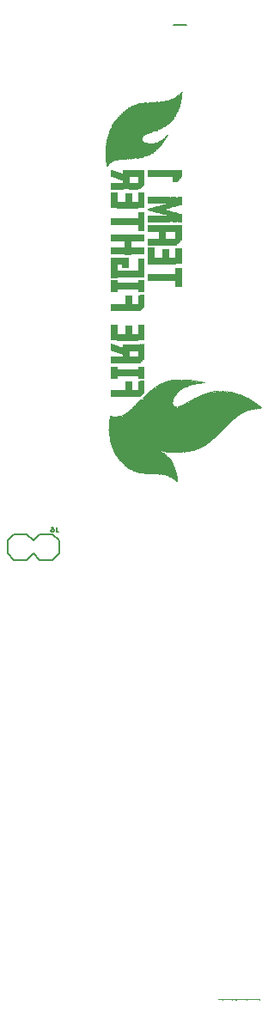
<source format=gbr>
G04 EAGLE Gerber RS-274X export*
G75*
%MOMM*%
%FSLAX34Y34*%
%LPD*%
%INSilkscreen Bottom*%
%IPPOS*%
%AMOC8*
5,1,8,0,0,1.08239X$1,22.5*%
G01*
%ADD10R,0.020000X0.080000*%
%ADD11R,0.020000X0.100000*%
%ADD12R,0.020000X0.060000*%
%ADD13R,0.020000X0.020000*%
%ADD14R,0.020000X0.120000*%
%ADD15R,0.020000X0.820000*%
%ADD16R,0.020000X1.380000*%
%ADD17R,0.020000X1.640000*%
%ADD18R,0.020000X1.920000*%
%ADD19R,0.020000X2.200000*%
%ADD20R,0.020000X2.380000*%
%ADD21R,0.020000X0.040000*%
%ADD22R,0.020000X2.620000*%
%ADD23R,0.020000X2.680000*%
%ADD24R,0.020000X2.780000*%
%ADD25R,0.020000X2.880000*%
%ADD26R,0.020000X2.860000*%
%ADD27R,0.020000X2.940000*%
%ADD28R,0.020000X2.980000*%
%ADD29R,0.020000X3.040000*%
%ADD30R,0.020000X3.060000*%
%ADD31R,0.020000X0.380000*%
%ADD32R,0.020000X0.960000*%
%ADD33R,0.020000X3.120000*%
%ADD34R,0.020000X1.440000*%
%ADD35R,0.020000X3.140000*%
%ADD36R,0.020000X3.220000*%
%ADD37R,0.020000X1.940000*%
%ADD38R,0.020000X3.240000*%
%ADD39R,0.020000X2.120000*%
%ADD40R,0.020000X3.260000*%
%ADD41R,0.020000X2.220000*%
%ADD42R,0.020000X3.300000*%
%ADD43R,0.020000X3.280000*%
%ADD44R,0.020000X2.300000*%
%ADD45R,0.020000X3.360000*%
%ADD46R,0.020000X2.400000*%
%ADD47R,0.020000X0.680000*%
%ADD48R,0.020000X1.140000*%
%ADD49R,0.020000X1.600000*%
%ADD50R,0.020000X1.120000*%
%ADD51R,0.020000X1.960000*%
%ADD52R,0.020000X0.660000*%
%ADD53R,0.020000X3.400000*%
%ADD54R,0.020000X2.420000*%
%ADD55R,0.020000X3.440000*%
%ADD56R,0.020000X2.460000*%
%ADD57R,0.020000X0.140000*%
%ADD58R,0.020000X3.460000*%
%ADD59R,0.020000X2.520000*%
%ADD60R,0.020000X0.180000*%
%ADD61R,0.020000X3.480000*%
%ADD62R,0.020000X2.580000*%
%ADD63R,0.020000X0.160000*%
%ADD64R,0.020000X3.500000*%
%ADD65R,0.020000X2.600000*%
%ADD66R,0.020000X3.540000*%
%ADD67R,0.020000X2.660000*%
%ADD68R,0.020000X0.200000*%
%ADD69R,0.020000X3.580000*%
%ADD70R,0.020000X2.700000*%
%ADD71R,0.020000X0.280000*%
%ADD72R,0.020000X2.720000*%
%ADD73R,0.020000X3.640000*%
%ADD74R,0.020000X2.820000*%
%ADD75R,0.020000X0.300000*%
%ADD76R,0.020000X3.620000*%
%ADD77R,0.020000X2.840000*%
%ADD78R,0.020000X0.320000*%
%ADD79R,0.020000X3.680000*%
%ADD80R,0.020000X3.660000*%
%ADD81R,0.020000X3.720000*%
%ADD82R,0.020000X2.900000*%
%ADD83R,0.020000X3.340000*%
%ADD84R,0.020000X3.780000*%
%ADD85R,0.020000X3.380000*%
%ADD86R,0.020000X3.760000*%
%ADD87R,0.020000X3.420000*%
%ADD88R,0.020000X3.800000*%
%ADD89R,0.020000X3.860000*%
%ADD90R,0.020000X3.520000*%
%ADD91R,0.020000X3.880000*%
%ADD92R,0.020000X3.560000*%
%ADD93R,0.020000X3.900000*%
%ADD94R,0.020000X3.940000*%
%ADD95R,0.020000X3.960000*%
%ADD96R,0.020000X3.980000*%
%ADD97R,0.020000X3.740000*%
%ADD98R,0.020000X4.000000*%
%ADD99R,0.020000X4.060000*%
%ADD100R,0.020000X3.820000*%
%ADD101R,0.020000X4.080000*%
%ADD102R,0.020000X4.120000*%
%ADD103R,0.020000X4.140000*%
%ADD104R,0.020000X4.160000*%
%ADD105R,0.020000X4.020000*%
%ADD106R,0.020000X4.180000*%
%ADD107R,0.020000X4.220000*%
%ADD108R,0.020000X4.100000*%
%ADD109R,0.020000X4.240000*%
%ADD110R,0.020000X4.260000*%
%ADD111R,0.020000X4.280000*%
%ADD112R,0.020000X4.340000*%
%ADD113R,0.020000X4.380000*%
%ADD114R,0.020000X4.320000*%
%ADD115R,0.020000X4.360000*%
%ADD116R,0.020000X4.400000*%
%ADD117R,0.020000X4.440000*%
%ADD118R,0.020000X4.460000*%
%ADD119R,0.020000X4.480000*%
%ADD120R,0.020000X0.640000*%
%ADD121R,0.020000X4.580000*%
%ADD122R,0.020000X4.540000*%
%ADD123R,0.020000X4.560000*%
%ADD124R,0.020000X4.620000*%
%ADD125R,0.020000X4.640000*%
%ADD126R,0.020000X4.700000*%
%ADD127R,0.020000X4.720000*%
%ADD128R,0.020000X4.600000*%
%ADD129R,0.020000X4.780000*%
%ADD130R,0.020000X1.900000*%
%ADD131R,0.020000X1.880000*%
%ADD132R,0.020000X4.680000*%
%ADD133R,0.020000X4.760000*%
%ADD134R,0.020000X4.800000*%
%ADD135R,0.020000X4.880000*%
%ADD136R,0.020000X4.740000*%
%ADD137R,0.020000X4.900000*%
%ADD138R,0.020000X4.960000*%
%ADD139R,0.020000X4.920000*%
%ADD140R,0.020000X4.980000*%
%ADD141R,0.020000X5.040000*%
%ADD142R,0.020000X5.060000*%
%ADD143R,0.020000X1.500000*%
%ADD144R,0.020000X1.540000*%
%ADD145R,0.020000X1.480000*%
%ADD146R,0.020000X4.820000*%
%ADD147R,0.020000X5.080000*%
%ADD148R,0.020000X5.120000*%
%ADD149R,0.020000X4.840000*%
%ADD150R,0.020000X5.140000*%
%ADD151R,0.020000X4.860000*%
%ADD152R,0.020000X5.180000*%
%ADD153R,0.020000X5.220000*%
%ADD154R,0.020000X5.280000*%
%ADD155R,0.020000X4.940000*%
%ADD156R,0.020000X5.300000*%
%ADD157R,0.020000X5.360000*%
%ADD158R,0.020000X5.380000*%
%ADD159R,0.020000X5.440000*%
%ADD160R,0.020000X5.000000*%
%ADD161R,0.020000X5.460000*%
%ADD162R,0.020000X5.520000*%
%ADD163R,0.020000X5.020000*%
%ADD164R,0.020000X5.560000*%
%ADD165R,0.020000X5.540000*%
%ADD166R,0.020000X5.600000*%
%ADD167R,0.020000X5.640000*%
%ADD168R,0.020000X5.100000*%
%ADD169R,0.020000X5.700000*%
%ADD170R,0.020000X5.740000*%
%ADD171R,0.020000X5.760000*%
%ADD172R,0.020000X5.780000*%
%ADD173R,0.020000X5.160000*%
%ADD174R,0.020000X5.820000*%
%ADD175R,0.020000X5.840000*%
%ADD176R,0.020000X5.920000*%
%ADD177R,0.020000X5.940000*%
%ADD178R,0.020000X5.980000*%
%ADD179R,0.020000X5.960000*%
%ADD180R,0.020000X5.200000*%
%ADD181R,0.020000X6.020000*%
%ADD182R,0.020000X6.040000*%
%ADD183R,0.020000X6.080000*%
%ADD184R,0.020000X6.100000*%
%ADD185R,0.020000X6.140000*%
%ADD186R,0.020000X6.180000*%
%ADD187R,0.020000X6.200000*%
%ADD188R,0.020000X5.240000*%
%ADD189R,0.020000X6.220000*%
%ADD190R,0.020000X5.260000*%
%ADD191R,0.020000X6.240000*%
%ADD192R,0.020000X6.280000*%
%ADD193R,0.020000X6.300000*%
%ADD194R,0.020000X6.340000*%
%ADD195R,0.020000X6.380000*%
%ADD196R,0.020000X6.400000*%
%ADD197R,0.020000X6.420000*%
%ADD198R,0.020000X6.440000*%
%ADD199R,0.020000X6.460000*%
%ADD200R,0.020000X6.500000*%
%ADD201R,0.020000X6.540000*%
%ADD202R,0.020000X6.560000*%
%ADD203R,0.020000X6.580000*%
%ADD204R,0.020000X5.320000*%
%ADD205R,0.020000X6.600000*%
%ADD206R,0.020000X6.620000*%
%ADD207R,0.020000X5.340000*%
%ADD208R,0.020000X6.660000*%
%ADD209R,0.020000X6.680000*%
%ADD210R,0.020000X6.720000*%
%ADD211R,0.020000X6.740000*%
%ADD212R,0.020000X6.760000*%
%ADD213R,0.020000X6.780000*%
%ADD214R,0.020000X6.800000*%
%ADD215R,0.020000X6.840000*%
%ADD216R,0.020000X1.560000*%
%ADD217R,0.020000X1.580000*%
%ADD218R,0.020000X1.840000*%
%ADD219R,0.020000X6.860000*%
%ADD220R,0.020000X6.880000*%
%ADD221R,0.020000X6.900000*%
%ADD222R,0.020000X6.940000*%
%ADD223R,0.020000X6.960000*%
%ADD224R,0.020000X6.980000*%
%ADD225R,0.020000X7.000000*%
%ADD226R,0.020000X7.020000*%
%ADD227R,0.020000X1.860000*%
%ADD228R,0.020000X7.040000*%
%ADD229R,0.020000X1.520000*%
%ADD230R,0.020000X7.060000*%
%ADD231R,0.020000X1.820000*%
%ADD232R,0.020000X7.100000*%
%ADD233R,0.020000X1.800000*%
%ADD234R,0.020000X7.120000*%
%ADD235R,0.020000X1.460000*%
%ADD236R,0.020000X1.780000*%
%ADD237R,0.020000X7.140000*%
%ADD238R,0.020000X1.760000*%
%ADD239R,0.020000X7.200000*%
%ADD240R,0.020000X1.420000*%
%ADD241R,0.020000X1.740000*%
%ADD242R,0.020000X7.220000*%
%ADD243R,0.020000X1.400000*%
%ADD244R,0.020000X1.720000*%
%ADD245R,0.020000X7.240000*%
%ADD246R,0.020000X1.700000*%
%ADD247R,0.020000X1.680000*%
%ADD248R,0.020000X1.360000*%
%ADD249R,0.020000X1.660000*%
%ADD250R,0.020000X7.280000*%
%ADD251R,0.020000X1.340000*%
%ADD252R,0.020000X7.300000*%
%ADD253R,0.020000X1.320000*%
%ADD254R,0.020000X1.620000*%
%ADD255R,0.020000X7.340000*%
%ADD256R,0.020000X1.300000*%
%ADD257R,0.020000X1.280000*%
%ADD258R,0.020000X7.320000*%
%ADD259R,0.020000X1.260000*%
%ADD260R,0.020000X1.240000*%
%ADD261R,0.020000X7.360000*%
%ADD262R,0.020000X1.220000*%
%ADD263R,0.020000X7.380000*%
%ADD264R,0.020000X1.200000*%
%ADD265R,0.020000X7.400000*%
%ADD266R,0.020000X1.180000*%
%ADD267R,0.020000X7.440000*%
%ADD268R,0.020000X1.160000*%
%ADD269R,0.020000X7.460000*%
%ADD270R,0.020000X7.480000*%
%ADD271R,0.020000X3.200000*%
%ADD272R,0.020000X7.500000*%
%ADD273R,0.020000X7.520000*%
%ADD274R,0.020000X7.540000*%
%ADD275R,0.020000X7.560000*%
%ADD276R,0.020000X3.180000*%
%ADD277R,0.020000X7.580000*%
%ADD278R,0.020000X7.600000*%
%ADD279R,0.020000X3.160000*%
%ADD280R,0.020000X7.620000*%
%ADD281R,0.020000X7.640000*%
%ADD282R,0.020000X7.660000*%
%ADD283R,0.020000X7.700000*%
%ADD284R,0.020000X7.720000*%
%ADD285R,0.020000X7.740000*%
%ADD286R,0.020000X3.100000*%
%ADD287R,0.020000X7.760000*%
%ADD288R,0.020000X3.080000*%
%ADD289R,0.020000X7.780000*%
%ADD290R,0.020000X7.800000*%
%ADD291R,0.020000X7.820000*%
%ADD292R,0.020000X7.840000*%
%ADD293R,0.020000X7.860000*%
%ADD294R,0.020000X7.880000*%
%ADD295R,0.020000X0.620000*%
%ADD296R,0.020000X7.900000*%
%ADD297R,0.020000X7.940000*%
%ADD298R,0.020000X0.220000*%
%ADD299R,0.020000X7.920000*%
%ADD300R,0.020000X0.240000*%
%ADD301R,0.020000X7.960000*%
%ADD302R,0.020000X7.980000*%
%ADD303R,0.020000X0.260000*%
%ADD304R,0.020000X8.000000*%
%ADD305R,0.020000X1.100000*%
%ADD306R,0.020000X3.020000*%
%ADD307R,0.020000X8.020000*%
%ADD308R,0.020000X1.080000*%
%ADD309R,0.020000X3.000000*%
%ADD310R,0.020000X8.080000*%
%ADD311R,0.020000X8.060000*%
%ADD312R,0.020000X1.060000*%
%ADD313R,0.020000X8.100000*%
%ADD314R,0.020000X8.120000*%
%ADD315R,0.020000X0.340000*%
%ADD316R,0.020000X1.040000*%
%ADD317R,0.020000X8.180000*%
%ADD318R,0.020000X1.020000*%
%ADD319R,0.020000X8.160000*%
%ADD320R,0.020000X0.360000*%
%ADD321R,0.020000X1.000000*%
%ADD322R,0.020000X8.200000*%
%ADD323R,0.020000X2.960000*%
%ADD324R,0.020000X8.220000*%
%ADD325R,0.020000X0.980000*%
%ADD326R,0.020000X8.260000*%
%ADD327R,0.020000X0.400000*%
%ADD328R,0.020000X8.240000*%
%ADD329R,0.020000X0.920000*%
%ADD330R,0.020000X0.420000*%
%ADD331R,0.020000X2.920000*%
%ADD332R,0.020000X8.280000*%
%ADD333R,0.020000X0.440000*%
%ADD334R,0.020000X0.940000*%
%ADD335R,0.020000X8.320000*%
%ADD336R,0.020000X8.300000*%
%ADD337R,0.020000X0.460000*%
%ADD338R,0.020000X8.340000*%
%ADD339R,0.020000X0.480000*%
%ADD340R,0.020000X8.380000*%
%ADD341R,0.020000X0.860000*%
%ADD342R,0.020000X8.360000*%
%ADD343R,0.020000X0.500000*%
%ADD344R,0.020000X8.400000*%
%ADD345R,0.020000X0.520000*%
%ADD346R,0.020000X8.460000*%
%ADD347R,0.020000X0.840000*%
%ADD348R,0.020000X8.440000*%
%ADD349R,0.020000X0.540000*%
%ADD350R,0.020000X0.780000*%
%ADD351R,0.020000X8.480000*%
%ADD352R,0.020000X0.560000*%
%ADD353R,0.020000X0.760000*%
%ADD354R,0.020000X8.500000*%
%ADD355R,0.020000X0.800000*%
%ADD356R,0.020000X8.540000*%
%ADD357R,0.020000X0.580000*%
%ADD358R,0.020000X8.520000*%
%ADD359R,0.020000X0.600000*%
%ADD360R,0.020000X8.580000*%
%ADD361R,0.020000X0.740000*%
%ADD362R,0.020000X8.560000*%
%ADD363R,0.020000X0.700000*%
%ADD364R,0.020000X2.800000*%
%ADD365R,0.020000X8.620000*%
%ADD366R,0.020000X8.600000*%
%ADD367R,0.020000X8.660000*%
%ADD368R,0.020000X8.640000*%
%ADD369R,0.020000X2.760000*%
%ADD370R,0.020000X2.740000*%
%ADD371R,0.020000X8.680000*%
%ADD372R,0.020000X0.720000*%
%ADD373R,0.020000X8.720000*%
%ADD374R,0.020000X8.760000*%
%ADD375R,0.020000X8.740000*%
%ADD376R,0.020000X8.800000*%
%ADD377R,0.020000X8.780000*%
%ADD378R,0.020000X6.480000*%
%ADD379R,0.020000X2.260000*%
%ADD380R,0.020000X8.840000*%
%ADD381R,0.020000X2.240000*%
%ADD382R,0.020000X6.640000*%
%ADD383R,0.020000X0.880000*%
%ADD384R,0.020000X2.640000*%
%ADD385R,0.020000X2.180000*%
%ADD386R,0.020000X0.900000*%
%ADD387R,0.020000X2.160000*%
%ADD388R,0.020000X2.140000*%
%ADD389R,0.020000X2.560000*%
%ADD390R,0.020000X2.100000*%
%ADD391R,0.020000X6.700000*%
%ADD392R,0.020000X2.540000*%
%ADD393R,0.020000X2.080000*%
%ADD394R,0.020000X2.040000*%
%ADD395R,0.020000X2.500000*%
%ADD396R,0.020000X2.060000*%
%ADD397R,0.020000X2.480000*%
%ADD398R,0.020000X2.020000*%
%ADD399R,0.020000X2.000000*%
%ADD400R,0.020000X2.440000*%
%ADD401R,0.020000X1.980000*%
%ADD402R,0.020000X2.360000*%
%ADD403R,0.020000X6.920000*%
%ADD404R,0.020000X2.340000*%
%ADD405R,0.020000X2.320000*%
%ADD406R,0.020000X2.280000*%
%ADD407R,0.020000X4.500000*%
%ADD408R,0.020000X4.420000*%
%ADD409R,0.020000X4.520000*%
%ADD410R,0.020000X4.660000*%
%ADD411R,0.020000X4.200000*%
%ADD412R,0.020000X4.040000*%
%ADD413R,0.020000X3.920000*%
%ADD414R,0.020000X3.840000*%
%ADD415R,0.020000X3.700000*%
%ADD416R,0.020000X3.600000*%
%ADD417C,0.000000*%
%ADD418C,0.203200*%
%ADD419C,0.127000*%


D10*
X-110800Y830300D03*
D11*
X-110800Y831800D03*
X-110800Y833200D03*
D12*
X-110800Y834400D03*
D13*
X-110800Y835600D03*
D14*
X-110600Y827700D03*
D15*
X-110600Y832600D03*
D12*
X-110600Y837200D03*
D13*
X-110600Y838400D03*
D16*
X-110400Y832600D03*
D17*
X-110200Y832500D03*
D12*
X-110200Y841400D03*
D18*
X-110000Y832500D03*
D13*
X-110000Y842800D03*
D19*
X-109800Y832500D03*
D20*
X-109600Y832000D03*
D21*
X-109600Y844300D03*
D22*
X-109400Y832200D03*
D21*
X-109400Y845700D03*
D23*
X-109200Y833100D03*
D24*
X-109000Y833600D03*
X-108800Y834000D03*
D25*
X-108600Y834500D03*
D26*
X-108400Y835200D03*
D27*
X-108200Y835800D03*
D28*
X-108000Y836000D03*
D13*
X-108000Y851400D03*
D29*
X-107800Y836500D03*
D13*
X-107600Y559600D03*
D30*
X-107600Y836800D03*
D13*
X-107400Y558800D03*
D31*
X-107400Y561400D03*
D29*
X-107400Y837300D03*
D21*
X-107400Y852900D03*
D13*
X-107200Y556600D03*
D32*
X-107200Y561900D03*
D33*
X-107200Y837900D03*
D34*
X-107000Y561900D03*
D35*
X-107000Y838200D03*
D13*
X-107000Y854200D03*
D17*
X-106800Y562100D03*
D36*
X-106800Y838600D03*
D37*
X-106600Y561800D03*
D38*
X-106600Y838900D03*
D39*
X-106400Y561900D03*
D40*
X-106400Y839000D03*
D13*
X-106200Y550400D03*
D41*
X-106200Y561800D03*
D13*
X-106200Y573200D03*
D42*
X-106200Y839400D03*
D13*
X-106000Y549400D03*
D41*
X-106000Y560800D03*
D12*
X-106000Y572400D03*
D13*
X-106000Y573200D03*
D43*
X-106000Y839900D03*
D13*
X-105800Y548400D03*
D44*
X-105800Y560200D03*
D21*
X-105800Y572100D03*
X-105800Y572700D03*
D13*
X-105800Y573200D03*
D45*
X-105800Y840300D03*
D46*
X-105600Y559700D03*
D13*
X-105600Y572000D03*
D12*
X-105600Y572600D03*
D13*
X-105600Y573200D03*
D45*
X-105600Y840500D03*
D46*
X-105400Y559300D03*
D13*
X-105400Y571800D03*
D11*
X-105400Y572600D03*
D47*
X-105400Y596100D03*
D48*
X-105400Y617000D03*
D47*
X-105400Y629100D03*
X-105400Y641900D03*
D49*
X-105400Y656100D03*
D47*
X-105400Y680900D03*
D50*
X-105400Y701700D03*
D51*
X-105400Y720300D03*
D47*
X-105400Y736700D03*
X-105400Y749500D03*
X-105400Y765900D03*
D49*
X-105400Y786500D03*
D47*
X-105400Y800500D03*
D52*
X-105400Y813400D03*
D53*
X-105400Y840700D03*
D54*
X-105200Y558800D03*
D13*
X-105200Y571600D03*
D14*
X-105200Y572500D03*
D47*
X-105200Y596100D03*
D48*
X-105200Y617000D03*
D47*
X-105200Y629100D03*
X-105200Y641900D03*
D49*
X-105200Y656100D03*
D47*
X-105200Y680900D03*
D50*
X-105200Y701700D03*
D51*
X-105200Y720300D03*
D47*
X-105200Y736700D03*
X-105200Y749500D03*
X-105200Y765900D03*
D49*
X-105200Y786500D03*
D47*
X-105200Y800500D03*
X-105200Y813300D03*
D55*
X-105200Y840900D03*
D56*
X-105000Y558200D03*
D21*
X-105000Y571300D03*
D57*
X-105000Y572400D03*
D47*
X-105000Y596100D03*
D48*
X-105000Y617000D03*
D47*
X-105000Y629100D03*
D52*
X-105000Y641800D03*
D49*
X-105000Y656100D03*
D47*
X-105000Y680900D03*
D50*
X-105000Y701700D03*
D51*
X-105000Y720300D03*
D47*
X-105000Y736700D03*
X-105000Y749500D03*
X-105000Y765900D03*
D49*
X-105000Y786500D03*
D47*
X-105000Y800500D03*
X-105000Y813300D03*
D58*
X-105000Y841200D03*
D59*
X-104800Y557700D03*
D13*
X-104800Y571000D03*
D60*
X-104800Y572200D03*
D47*
X-104800Y596100D03*
D48*
X-104800Y617000D03*
D47*
X-104800Y629100D03*
X-104800Y641700D03*
D49*
X-104800Y656100D03*
D47*
X-104800Y680900D03*
D50*
X-104800Y701700D03*
D51*
X-104800Y720300D03*
D47*
X-104800Y736700D03*
X-104800Y749500D03*
X-104800Y765900D03*
D49*
X-104800Y786500D03*
D47*
X-104800Y800500D03*
D52*
X-104800Y813200D03*
D61*
X-104800Y841500D03*
D62*
X-104600Y557200D03*
D13*
X-104600Y570800D03*
D63*
X-104600Y571900D03*
D13*
X-104600Y573000D03*
D47*
X-104600Y596100D03*
D48*
X-104600Y617000D03*
D47*
X-104600Y629100D03*
X-104600Y641700D03*
D49*
X-104600Y656100D03*
D47*
X-104600Y680900D03*
D50*
X-104600Y701700D03*
D51*
X-104600Y720300D03*
D47*
X-104600Y736700D03*
X-104600Y749500D03*
X-104600Y765900D03*
D49*
X-104600Y786500D03*
D47*
X-104600Y800500D03*
X-104600Y813100D03*
D64*
X-104600Y841800D03*
D65*
X-104400Y556900D03*
D13*
X-104400Y570600D03*
D60*
X-104400Y571800D03*
D13*
X-104400Y573000D03*
D47*
X-104400Y596100D03*
D48*
X-104400Y617000D03*
D47*
X-104400Y629100D03*
D52*
X-104400Y641600D03*
D49*
X-104400Y656100D03*
D47*
X-104400Y680900D03*
D50*
X-104400Y701700D03*
D51*
X-104400Y720300D03*
D47*
X-104400Y736700D03*
X-104400Y749500D03*
X-104400Y765900D03*
D49*
X-104400Y786500D03*
D47*
X-104400Y800500D03*
X-104400Y813100D03*
D66*
X-104400Y842000D03*
D21*
X-104400Y860100D03*
D67*
X-104200Y556400D03*
D21*
X-104200Y570300D03*
D68*
X-104200Y571700D03*
D13*
X-104200Y573000D03*
D47*
X-104200Y596100D03*
D48*
X-104200Y617000D03*
D47*
X-104200Y629100D03*
X-104200Y641500D03*
D49*
X-104200Y656100D03*
D47*
X-104200Y680900D03*
D50*
X-104200Y701700D03*
D51*
X-104200Y720300D03*
D47*
X-104200Y736700D03*
X-104200Y749500D03*
X-104200Y765900D03*
D49*
X-104200Y786500D03*
D47*
X-104200Y800500D03*
X-104200Y812900D03*
D69*
X-104200Y842400D03*
D70*
X-104000Y556000D03*
D13*
X-104000Y570000D03*
D71*
X-104000Y571700D03*
D47*
X-104000Y596100D03*
D48*
X-104000Y617000D03*
D47*
X-104000Y629100D03*
X-104000Y641500D03*
D49*
X-104000Y656100D03*
D47*
X-104000Y680900D03*
D50*
X-104000Y701700D03*
D51*
X-104000Y720300D03*
D47*
X-104000Y736700D03*
X-104000Y749500D03*
X-104000Y765900D03*
D49*
X-104000Y786500D03*
D47*
X-104000Y800500D03*
X-104000Y812900D03*
D69*
X-104000Y842400D03*
D72*
X-103800Y555700D03*
D13*
X-103800Y569800D03*
D71*
X-103800Y571500D03*
D47*
X-103800Y596100D03*
D48*
X-103800Y617000D03*
D47*
X-103800Y629100D03*
D52*
X-103800Y641400D03*
D49*
X-103800Y656100D03*
D47*
X-103800Y680900D03*
D50*
X-103800Y701700D03*
D51*
X-103800Y720300D03*
D47*
X-103800Y736700D03*
X-103800Y749500D03*
X-103800Y765900D03*
D49*
X-103800Y786500D03*
D47*
X-103800Y800500D03*
D52*
X-103800Y812800D03*
D73*
X-103800Y842700D03*
D74*
X-103600Y555600D03*
D75*
X-103600Y571400D03*
D47*
X-103600Y596100D03*
D48*
X-103600Y617000D03*
D47*
X-103600Y629100D03*
X-103600Y641300D03*
D49*
X-103600Y656100D03*
D47*
X-103600Y680900D03*
D50*
X-103600Y701700D03*
D51*
X-103600Y720300D03*
D47*
X-103600Y736700D03*
X-103600Y749500D03*
X-103600Y765900D03*
D49*
X-103600Y786500D03*
D47*
X-103600Y800500D03*
X-103600Y812700D03*
D76*
X-103600Y842800D03*
D77*
X-103400Y555300D03*
D78*
X-103400Y571300D03*
D47*
X-103400Y596100D03*
D48*
X-103400Y617000D03*
D47*
X-103400Y629100D03*
X-103400Y641300D03*
D49*
X-103400Y656100D03*
D47*
X-103400Y680900D03*
D50*
X-103400Y701700D03*
D51*
X-103400Y720300D03*
D47*
X-103400Y736700D03*
X-103400Y749500D03*
X-103400Y765900D03*
D49*
X-103400Y786500D03*
D47*
X-103400Y800500D03*
X-103400Y812700D03*
D79*
X-103400Y843300D03*
D36*
X-103200Y556800D03*
D47*
X-103200Y596100D03*
D48*
X-103200Y617000D03*
D47*
X-103200Y629100D03*
D52*
X-103200Y641200D03*
D49*
X-103200Y656100D03*
D47*
X-103200Y680900D03*
D50*
X-103200Y701700D03*
D51*
X-103200Y720300D03*
D47*
X-103200Y736700D03*
X-103200Y749500D03*
X-103200Y765900D03*
D49*
X-103200Y786500D03*
D47*
X-103200Y800500D03*
D52*
X-103200Y812600D03*
D80*
X-103200Y843400D03*
D40*
X-103000Y556600D03*
D47*
X-103000Y596100D03*
D48*
X-103000Y617000D03*
D47*
X-103000Y629100D03*
X-103000Y641100D03*
D49*
X-103000Y656100D03*
D47*
X-103000Y680900D03*
D50*
X-103000Y701700D03*
D51*
X-103000Y720300D03*
D47*
X-103000Y736700D03*
X-103000Y749500D03*
X-103000Y765900D03*
D49*
X-103000Y786500D03*
D47*
X-103000Y800500D03*
X-103000Y812500D03*
D81*
X-103000Y843700D03*
D40*
X-102800Y556200D03*
D13*
X-102800Y572800D03*
D47*
X-102800Y596100D03*
D48*
X-102800Y617000D03*
D47*
X-102800Y629100D03*
D52*
X-102800Y641000D03*
D49*
X-102800Y656100D03*
D47*
X-102800Y680900D03*
D50*
X-102800Y701700D03*
D51*
X-102800Y720300D03*
D47*
X-102800Y736700D03*
X-102800Y749500D03*
X-102800Y765900D03*
D49*
X-102800Y786500D03*
D47*
X-102800Y800500D03*
X-102800Y812500D03*
D81*
X-102800Y843700D03*
D82*
X-102600Y554000D03*
D31*
X-102600Y570600D03*
D13*
X-102600Y572800D03*
D47*
X-102600Y596100D03*
D48*
X-102600Y617000D03*
D47*
X-102600Y629100D03*
X-102600Y640900D03*
D49*
X-102600Y656100D03*
D47*
X-102600Y680900D03*
D50*
X-102600Y701700D03*
D51*
X-102600Y720300D03*
D47*
X-102600Y736700D03*
X-102600Y749500D03*
X-102600Y765900D03*
D49*
X-102600Y786500D03*
D47*
X-102600Y800500D03*
D52*
X-102600Y812400D03*
D81*
X-102600Y843900D03*
D13*
X-102600Y863000D03*
D83*
X-102400Y555800D03*
D13*
X-102400Y572800D03*
D47*
X-102400Y596100D03*
D48*
X-102400Y617000D03*
D47*
X-102400Y629100D03*
X-102400Y640900D03*
D49*
X-102400Y656100D03*
D47*
X-102400Y680900D03*
D50*
X-102400Y701700D03*
D51*
X-102400Y720300D03*
D47*
X-102400Y736700D03*
X-102400Y749500D03*
X-102400Y765900D03*
D49*
X-102400Y786500D03*
D47*
X-102400Y800500D03*
X-102400Y812300D03*
D84*
X-102400Y844200D03*
D85*
X-102200Y555600D03*
D13*
X-102200Y572800D03*
D47*
X-102200Y596100D03*
D48*
X-102200Y617000D03*
D47*
X-102200Y629100D03*
D52*
X-102200Y640800D03*
D49*
X-102200Y656100D03*
D47*
X-102200Y680900D03*
D50*
X-102200Y701700D03*
D51*
X-102200Y720300D03*
D47*
X-102200Y736700D03*
X-102200Y749500D03*
X-102200Y765900D03*
D49*
X-102200Y786500D03*
D47*
X-102200Y800500D03*
X-102200Y812300D03*
D86*
X-102200Y844300D03*
D13*
X-102000Y538000D03*
D87*
X-102000Y555400D03*
D13*
X-102000Y572800D03*
D47*
X-102000Y596100D03*
D48*
X-102000Y617000D03*
D47*
X-102000Y629100D03*
X-102000Y640700D03*
D49*
X-102000Y656100D03*
D47*
X-102000Y680900D03*
D50*
X-102000Y701700D03*
D51*
X-102000Y720300D03*
D47*
X-102000Y736700D03*
X-102000Y749500D03*
X-102000Y765900D03*
D49*
X-102000Y786500D03*
D47*
X-102000Y800500D03*
D52*
X-102000Y812200D03*
D88*
X-102000Y844500D03*
D58*
X-101800Y555200D03*
D13*
X-101800Y572800D03*
D47*
X-101800Y596100D03*
D48*
X-101800Y617000D03*
D47*
X-101800Y629100D03*
X-101800Y640700D03*
D49*
X-101800Y656100D03*
D47*
X-101800Y680900D03*
D50*
X-101800Y701700D03*
D51*
X-101800Y720300D03*
D47*
X-101800Y736700D03*
X-101800Y749500D03*
X-101800Y765900D03*
D49*
X-101800Y786500D03*
D47*
X-101800Y800500D03*
X-101800Y812100D03*
D89*
X-101800Y844800D03*
D90*
X-101600Y554900D03*
D13*
X-101600Y572800D03*
D47*
X-101600Y596100D03*
D48*
X-101600Y617000D03*
D47*
X-101600Y629100D03*
D52*
X-101600Y640600D03*
D49*
X-101600Y656100D03*
D47*
X-101600Y680900D03*
D50*
X-101600Y701700D03*
D51*
X-101600Y720300D03*
D47*
X-101600Y736700D03*
X-101600Y749500D03*
X-101600Y765900D03*
D49*
X-101600Y786500D03*
D47*
X-101600Y800500D03*
D52*
X-101600Y812000D03*
D91*
X-101600Y844900D03*
D92*
X-101400Y554700D03*
D13*
X-101400Y572800D03*
D47*
X-101400Y596100D03*
D48*
X-101400Y617000D03*
D47*
X-101400Y629100D03*
X-101400Y640500D03*
D49*
X-101400Y656100D03*
D47*
X-101400Y680900D03*
D50*
X-101400Y701700D03*
D51*
X-101400Y720300D03*
D47*
X-101400Y736700D03*
X-101400Y749500D03*
X-101400Y765900D03*
D49*
X-101400Y786500D03*
D47*
X-101400Y800500D03*
D52*
X-101400Y812000D03*
D91*
X-101400Y845100D03*
D69*
X-101200Y554600D03*
D13*
X-101200Y572800D03*
D47*
X-101200Y596100D03*
D48*
X-101200Y617000D03*
D47*
X-101200Y629100D03*
X-101200Y640500D03*
D49*
X-101200Y656100D03*
D47*
X-101200Y680900D03*
D50*
X-101200Y701700D03*
D51*
X-101200Y720300D03*
D47*
X-101200Y736700D03*
X-101200Y749500D03*
X-101200Y765900D03*
D49*
X-101200Y786500D03*
D47*
X-101200Y800500D03*
X-101200Y811900D03*
D93*
X-101200Y845200D03*
D76*
X-101000Y554400D03*
D13*
X-101000Y572800D03*
D47*
X-101000Y596100D03*
D48*
X-101000Y617000D03*
D47*
X-101000Y629100D03*
D52*
X-101000Y640400D03*
D49*
X-101000Y656100D03*
D47*
X-101000Y680900D03*
D50*
X-101000Y701700D03*
D51*
X-101000Y720300D03*
D47*
X-101000Y736700D03*
X-101000Y749500D03*
X-101000Y765900D03*
D49*
X-101000Y786500D03*
D47*
X-101000Y800500D03*
D52*
X-101000Y811800D03*
D94*
X-101000Y845400D03*
D80*
X-100800Y554200D03*
D13*
X-100800Y572800D03*
D47*
X-100800Y596100D03*
D48*
X-100800Y617000D03*
D47*
X-100800Y629100D03*
X-100800Y640300D03*
D49*
X-100800Y656100D03*
D47*
X-100800Y680900D03*
D50*
X-100800Y701700D03*
D51*
X-100800Y720300D03*
D47*
X-100800Y736700D03*
X-100800Y749500D03*
X-100800Y765900D03*
D49*
X-100800Y786500D03*
D47*
X-100800Y800500D03*
D52*
X-100800Y811800D03*
D95*
X-100800Y845700D03*
D79*
X-100600Y554100D03*
D13*
X-100600Y572800D03*
D47*
X-100600Y596100D03*
D48*
X-100600Y617000D03*
D47*
X-100600Y629100D03*
D52*
X-100600Y640200D03*
D49*
X-100600Y656100D03*
D47*
X-100600Y680900D03*
D50*
X-100600Y701700D03*
D51*
X-100600Y720300D03*
D47*
X-100600Y736700D03*
X-100600Y749500D03*
X-100600Y765900D03*
D49*
X-100600Y786500D03*
D47*
X-100600Y800500D03*
X-100600Y811700D03*
D96*
X-100600Y845800D03*
D97*
X-100400Y553800D03*
D13*
X-100400Y572800D03*
D47*
X-100400Y596100D03*
D48*
X-100400Y617000D03*
D47*
X-100400Y629100D03*
D52*
X-100400Y640200D03*
D49*
X-100400Y656100D03*
D47*
X-100400Y680900D03*
D50*
X-100400Y701700D03*
D51*
X-100400Y720300D03*
D47*
X-100400Y736700D03*
X-100400Y749500D03*
X-100400Y765900D03*
D49*
X-100400Y786500D03*
D47*
X-100400Y800500D03*
D52*
X-100400Y811600D03*
D95*
X-100400Y845900D03*
D97*
X-100200Y553800D03*
D13*
X-100200Y572800D03*
D47*
X-100200Y596100D03*
D48*
X-100200Y617000D03*
D47*
X-100200Y629100D03*
X-100200Y640100D03*
D49*
X-100200Y656100D03*
D47*
X-100200Y680900D03*
D50*
X-100200Y701700D03*
D51*
X-100200Y720300D03*
D47*
X-100200Y736700D03*
X-100200Y749500D03*
X-100200Y765900D03*
D49*
X-100200Y786500D03*
D47*
X-100200Y800500D03*
D52*
X-100200Y811600D03*
D98*
X-100200Y846100D03*
D88*
X-100000Y553500D03*
D13*
X-100000Y572800D03*
D47*
X-100000Y596100D03*
D48*
X-100000Y617000D03*
D47*
X-100000Y629100D03*
D52*
X-100000Y640000D03*
D49*
X-100000Y656100D03*
D47*
X-100000Y680900D03*
D50*
X-100000Y701700D03*
D51*
X-100000Y720300D03*
D47*
X-100000Y736700D03*
X-100000Y749500D03*
X-100000Y765900D03*
D49*
X-100000Y786500D03*
D47*
X-100000Y800500D03*
X-100000Y811500D03*
D98*
X-100000Y846100D03*
D88*
X-99800Y553500D03*
D13*
X-99800Y572800D03*
D47*
X-99800Y596100D03*
D48*
X-99800Y617000D03*
D47*
X-99800Y629100D03*
D52*
X-99800Y640000D03*
D49*
X-99800Y656100D03*
D47*
X-99800Y680900D03*
D50*
X-99800Y701700D03*
D51*
X-99800Y720300D03*
D47*
X-99800Y736700D03*
X-99800Y749500D03*
X-99800Y765900D03*
D49*
X-99800Y786500D03*
D47*
X-99800Y800500D03*
D52*
X-99800Y811400D03*
D99*
X-99800Y846400D03*
D13*
X-99600Y534000D03*
D100*
X-99600Y553400D03*
D13*
X-99600Y572800D03*
D47*
X-99600Y596100D03*
D48*
X-99600Y617000D03*
D47*
X-99600Y629100D03*
X-99600Y639900D03*
D49*
X-99600Y656100D03*
D47*
X-99600Y680900D03*
D50*
X-99600Y701700D03*
D51*
X-99600Y720300D03*
D47*
X-99600Y736700D03*
X-99600Y749500D03*
X-99600Y765900D03*
D49*
X-99600Y786500D03*
D47*
X-99600Y800500D03*
D52*
X-99600Y811400D03*
D101*
X-99600Y846500D03*
D89*
X-99400Y553200D03*
D13*
X-99400Y572800D03*
D47*
X-99400Y596100D03*
D48*
X-99400Y617000D03*
D47*
X-99400Y629100D03*
D52*
X-99400Y639800D03*
D49*
X-99400Y656100D03*
D47*
X-99400Y680900D03*
D50*
X-99400Y701700D03*
D51*
X-99400Y720300D03*
D47*
X-99400Y736700D03*
X-99400Y749500D03*
X-99400Y765900D03*
D49*
X-99400Y786500D03*
D47*
X-99400Y800500D03*
D52*
X-99400Y811200D03*
D102*
X-99400Y846900D03*
D91*
X-99200Y553100D03*
D13*
X-99200Y572800D03*
D47*
X-99200Y596100D03*
D52*
X-99200Y617000D03*
D47*
X-99200Y629100D03*
D52*
X-99200Y639800D03*
D47*
X-99200Y651500D03*
X-99200Y680900D03*
X-99200Y701700D03*
X-99200Y713900D03*
X-99200Y726700D03*
X-99200Y736700D03*
X-99200Y749500D03*
X-99200Y765900D03*
X-99200Y781900D03*
X-99200Y800500D03*
D52*
X-99200Y811200D03*
D103*
X-99200Y847000D03*
D13*
X-99000Y533200D03*
D94*
X-99000Y553200D03*
D47*
X-99000Y596100D03*
D52*
X-99000Y617000D03*
D47*
X-99000Y629100D03*
X-99000Y639700D03*
X-99000Y651500D03*
X-99000Y680900D03*
X-99000Y701700D03*
X-99000Y713900D03*
X-99000Y726700D03*
X-99000Y736700D03*
X-99000Y749500D03*
X-99000Y765900D03*
X-99000Y781900D03*
X-99000Y800500D03*
D52*
X-99000Y811200D03*
D104*
X-99000Y847100D03*
D98*
X-98800Y552900D03*
D47*
X-98800Y596100D03*
D52*
X-98800Y617000D03*
D47*
X-98800Y629100D03*
D52*
X-98800Y639600D03*
D47*
X-98800Y651500D03*
X-98800Y680900D03*
X-98800Y701700D03*
X-98800Y713900D03*
X-98800Y726700D03*
X-98800Y736700D03*
X-98800Y749500D03*
X-98800Y765900D03*
X-98800Y781900D03*
X-98800Y800500D03*
D52*
X-98800Y811000D03*
D104*
X-98800Y847100D03*
D98*
X-98600Y552900D03*
D47*
X-98600Y596100D03*
D52*
X-98600Y617000D03*
D47*
X-98600Y629100D03*
D52*
X-98600Y639600D03*
D47*
X-98600Y651500D03*
X-98600Y680900D03*
X-98600Y701700D03*
X-98600Y713900D03*
X-98600Y726700D03*
X-98600Y736700D03*
X-98600Y749500D03*
X-98600Y765900D03*
X-98600Y781900D03*
D52*
X-98600Y800600D03*
X-98600Y811000D03*
D104*
X-98600Y847100D03*
D105*
X-98400Y552800D03*
D47*
X-98400Y596100D03*
D52*
X-98400Y617000D03*
D47*
X-98400Y629100D03*
D52*
X-98400Y639400D03*
D47*
X-98400Y651500D03*
X-98400Y680900D03*
X-98400Y701700D03*
X-98400Y713900D03*
X-98400Y726700D03*
X-98400Y736700D03*
X-98400Y749500D03*
X-98400Y765900D03*
X-98400Y781900D03*
D52*
X-98400Y800600D03*
D47*
X-98400Y810900D03*
D106*
X-98400Y847200D03*
D13*
X-98200Y532200D03*
D105*
X-98200Y552600D03*
D13*
X-98200Y573000D03*
D47*
X-98200Y596100D03*
D52*
X-98200Y617000D03*
D47*
X-98200Y629100D03*
D52*
X-98200Y639400D03*
D47*
X-98200Y651500D03*
X-98200Y680900D03*
X-98200Y701700D03*
X-98200Y713900D03*
X-98200Y726700D03*
X-98200Y736700D03*
X-98200Y749500D03*
X-98200Y765900D03*
X-98200Y781900D03*
D52*
X-98200Y800600D03*
X-98200Y810800D03*
D107*
X-98200Y847400D03*
D101*
X-98000Y552300D03*
D13*
X-98000Y573000D03*
D47*
X-98000Y596100D03*
D52*
X-98000Y617000D03*
D47*
X-98000Y629100D03*
D52*
X-98000Y639400D03*
D47*
X-98000Y651500D03*
X-98000Y680900D03*
X-98000Y701700D03*
X-98000Y713900D03*
X-98000Y726700D03*
X-98000Y736700D03*
X-98000Y749500D03*
X-98000Y765900D03*
X-98000Y781900D03*
D52*
X-98000Y800600D03*
X-98000Y810800D03*
D107*
X-98000Y847600D03*
D108*
X-97800Y552200D03*
D13*
X-97800Y573000D03*
D47*
X-97800Y596100D03*
D52*
X-97800Y617000D03*
D47*
X-97800Y629100D03*
D52*
X-97800Y639200D03*
D47*
X-97800Y651500D03*
X-97800Y680900D03*
X-97800Y701700D03*
X-97800Y713900D03*
X-97800Y726700D03*
X-97800Y736700D03*
X-97800Y749500D03*
X-97800Y765900D03*
X-97800Y781900D03*
D52*
X-97800Y800600D03*
D47*
X-97800Y810700D03*
D109*
X-97800Y847700D03*
D103*
X-97600Y552400D03*
D47*
X-97600Y596100D03*
D52*
X-97600Y617000D03*
D47*
X-97600Y629100D03*
D52*
X-97600Y639200D03*
D47*
X-97600Y651500D03*
X-97600Y680900D03*
X-97600Y701700D03*
X-97600Y713900D03*
X-97600Y726700D03*
X-97600Y736700D03*
X-97600Y749500D03*
X-97600Y765900D03*
X-97600Y781900D03*
D52*
X-97600Y800600D03*
X-97600Y810600D03*
D110*
X-97600Y847800D03*
D106*
X-97400Y552200D03*
D47*
X-97400Y596100D03*
D52*
X-97400Y617000D03*
D47*
X-97400Y629100D03*
D52*
X-97400Y639200D03*
D47*
X-97400Y651500D03*
X-97400Y680900D03*
X-97400Y701700D03*
X-97400Y713900D03*
X-97400Y726700D03*
X-97400Y736700D03*
X-97400Y749500D03*
X-97400Y765900D03*
X-97400Y781900D03*
D52*
X-97400Y800600D03*
X-97400Y810600D03*
D111*
X-97400Y847900D03*
D106*
X-97200Y552000D03*
D13*
X-97200Y573200D03*
D47*
X-97200Y596100D03*
D52*
X-97200Y617000D03*
D47*
X-97200Y629100D03*
D52*
X-97200Y639000D03*
D47*
X-97200Y651500D03*
X-97200Y680900D03*
X-97200Y701700D03*
X-97200Y713900D03*
X-97200Y726700D03*
X-97200Y736700D03*
X-97200Y749500D03*
X-97200Y765900D03*
X-97200Y781900D03*
D52*
X-97200Y800600D03*
X-97200Y810400D03*
D112*
X-97200Y848200D03*
D109*
X-97000Y551700D03*
D13*
X-97000Y573200D03*
D47*
X-97000Y596100D03*
D52*
X-97000Y617000D03*
D47*
X-97000Y629100D03*
D52*
X-97000Y639000D03*
D47*
X-97000Y651500D03*
X-97000Y680900D03*
X-97000Y701700D03*
X-97000Y713900D03*
X-97000Y726700D03*
X-97000Y736700D03*
X-97000Y749500D03*
X-97000Y765900D03*
X-97000Y781900D03*
D52*
X-97000Y800600D03*
X-97000Y810400D03*
D113*
X-97000Y848400D03*
D110*
X-96800Y551600D03*
D13*
X-96800Y573200D03*
D47*
X-96800Y596100D03*
D52*
X-96800Y617000D03*
D47*
X-96800Y629100D03*
D52*
X-96800Y639000D03*
D47*
X-96800Y651500D03*
X-96800Y680900D03*
X-96800Y701700D03*
X-96800Y713900D03*
X-96800Y726700D03*
X-96800Y736700D03*
X-96800Y749500D03*
X-96800Y765900D03*
X-96800Y781900D03*
D52*
X-96800Y800600D03*
X-96800Y810400D03*
D113*
X-96800Y848400D03*
D114*
X-96600Y551700D03*
D47*
X-96600Y596100D03*
D52*
X-96600Y617000D03*
D47*
X-96600Y629100D03*
D52*
X-96600Y638800D03*
D47*
X-96600Y651500D03*
X-96600Y680900D03*
X-96600Y701700D03*
X-96600Y713900D03*
X-96600Y726700D03*
X-96600Y736700D03*
X-96600Y749500D03*
X-96600Y765900D03*
X-96600Y781900D03*
D52*
X-96600Y800600D03*
X-96600Y810200D03*
D115*
X-96600Y848500D03*
D112*
X-96400Y551400D03*
D47*
X-96400Y596100D03*
D52*
X-96400Y617000D03*
D47*
X-96400Y629100D03*
D52*
X-96400Y638800D03*
D47*
X-96400Y651500D03*
X-96400Y680900D03*
X-96400Y701700D03*
X-96400Y713900D03*
X-96400Y726700D03*
X-96400Y736700D03*
X-96400Y749500D03*
X-96400Y765900D03*
X-96400Y781900D03*
D52*
X-96400Y800600D03*
X-96400Y810200D03*
D113*
X-96400Y848600D03*
D112*
X-96200Y551400D03*
D13*
X-96200Y573400D03*
D47*
X-96200Y596100D03*
D52*
X-96200Y617000D03*
D47*
X-96200Y629100D03*
D52*
X-96200Y638600D03*
D47*
X-96200Y651500D03*
X-96200Y680900D03*
X-96200Y701700D03*
X-96200Y713900D03*
X-96200Y726700D03*
X-96200Y736700D03*
X-96200Y749500D03*
X-96200Y765900D03*
X-96200Y781900D03*
D52*
X-96200Y800600D03*
X-96200Y810200D03*
D116*
X-96200Y848700D03*
D113*
X-96000Y551600D03*
D47*
X-96000Y596100D03*
D52*
X-96000Y617000D03*
D47*
X-96000Y629100D03*
D52*
X-96000Y638600D03*
D47*
X-96000Y651500D03*
X-96000Y680900D03*
X-96000Y701700D03*
X-96000Y713900D03*
X-96000Y726700D03*
X-96000Y736700D03*
X-96000Y749500D03*
X-96000Y765900D03*
X-96000Y781900D03*
D52*
X-96000Y800600D03*
X-96000Y810000D03*
D117*
X-96000Y848900D03*
D116*
X-95800Y551500D03*
D47*
X-95800Y596100D03*
D52*
X-95800Y617000D03*
D47*
X-95800Y629100D03*
D52*
X-95800Y638600D03*
D47*
X-95800Y651500D03*
X-95800Y680900D03*
X-95800Y701700D03*
X-95800Y713900D03*
X-95800Y726700D03*
X-95800Y736700D03*
X-95800Y749500D03*
X-95800Y765900D03*
X-95800Y781900D03*
D52*
X-95800Y800600D03*
X-95800Y810000D03*
D118*
X-95800Y849000D03*
D116*
X-95600Y551300D03*
D13*
X-95600Y573600D03*
D47*
X-95600Y596100D03*
D52*
X-95600Y617000D03*
D47*
X-95600Y629100D03*
D52*
X-95600Y638400D03*
D47*
X-95600Y651500D03*
X-95600Y680900D03*
X-95600Y701700D03*
X-95600Y713900D03*
X-95600Y726700D03*
X-95600Y736700D03*
X-95600Y749500D03*
X-95600Y765900D03*
X-95600Y781900D03*
D52*
X-95600Y800600D03*
X-95600Y810000D03*
D119*
X-95600Y849100D03*
D118*
X-95400Y551400D03*
D47*
X-95400Y596100D03*
D52*
X-95400Y617000D03*
D47*
X-95400Y629100D03*
D52*
X-95400Y638400D03*
D47*
X-95400Y651500D03*
X-95400Y680900D03*
X-95400Y701700D03*
X-95400Y713900D03*
X-95400Y726700D03*
X-95400Y736700D03*
X-95400Y749500D03*
X-95400Y765900D03*
X-95400Y781900D03*
D52*
X-95400Y800600D03*
X-95400Y809800D03*
D119*
X-95400Y849100D03*
X-95200Y551300D03*
D47*
X-95200Y596100D03*
D52*
X-95200Y617000D03*
D47*
X-95200Y629100D03*
D52*
X-95200Y638400D03*
D47*
X-95200Y651500D03*
X-95200Y680900D03*
X-95200Y701700D03*
X-95200Y713900D03*
X-95200Y726700D03*
X-95200Y736700D03*
X-95200Y749500D03*
X-95200Y765900D03*
X-95200Y781900D03*
D52*
X-95200Y800600D03*
X-95200Y809800D03*
D118*
X-95200Y849200D03*
D119*
X-95000Y551100D03*
D13*
X-95000Y573800D03*
D47*
X-95000Y596100D03*
D52*
X-95000Y617000D03*
D47*
X-95000Y629100D03*
D52*
X-95000Y638200D03*
D47*
X-95000Y651500D03*
X-95000Y680900D03*
X-95000Y701700D03*
X-95000Y713900D03*
X-95000Y726700D03*
X-95000Y736700D03*
X-95000Y749500D03*
X-95000Y765900D03*
X-95000Y781900D03*
D52*
X-95000Y800600D03*
D120*
X-95000Y809700D03*
D119*
X-95000Y849300D03*
D121*
X-94800Y551000D03*
D47*
X-94800Y596100D03*
D52*
X-94800Y617000D03*
D47*
X-94800Y629100D03*
D52*
X-94800Y638200D03*
D47*
X-94800Y651500D03*
X-94800Y680900D03*
X-94800Y701700D03*
X-94800Y713900D03*
X-94800Y726700D03*
X-94800Y736700D03*
X-94800Y749500D03*
X-94800Y765900D03*
X-94800Y781900D03*
D52*
X-94800Y800600D03*
X-94800Y809600D03*
D122*
X-94800Y849600D03*
D121*
X-94600Y550800D03*
D13*
X-94600Y574000D03*
D47*
X-94600Y596100D03*
D52*
X-94600Y617000D03*
D47*
X-94600Y629100D03*
D52*
X-94600Y638200D03*
D47*
X-94600Y651500D03*
X-94600Y680900D03*
X-94600Y701700D03*
X-94600Y713900D03*
X-94600Y726700D03*
X-94600Y736700D03*
X-94600Y749500D03*
X-94600Y765900D03*
X-94600Y781900D03*
D52*
X-94600Y800600D03*
X-94600Y809600D03*
D123*
X-94600Y849700D03*
D124*
X-94400Y550600D03*
D13*
X-94400Y574000D03*
D47*
X-94400Y596100D03*
D52*
X-94400Y617000D03*
D47*
X-94400Y629100D03*
D52*
X-94400Y638000D03*
D47*
X-94400Y651500D03*
X-94400Y680900D03*
X-94400Y701700D03*
X-94400Y713900D03*
X-94400Y726700D03*
X-94400Y736700D03*
X-94400Y749500D03*
X-94400Y765900D03*
X-94400Y781900D03*
D52*
X-94400Y800600D03*
D120*
X-94400Y809500D03*
D123*
X-94400Y849700D03*
D125*
X-94200Y550900D03*
D47*
X-94200Y596100D03*
D52*
X-94200Y617000D03*
D47*
X-94200Y629100D03*
D52*
X-94200Y638000D03*
D47*
X-94200Y651500D03*
X-94200Y680900D03*
X-94200Y701700D03*
X-94200Y713900D03*
X-94200Y726700D03*
X-94200Y736700D03*
X-94200Y749500D03*
X-94200Y765900D03*
X-94200Y781900D03*
D52*
X-94200Y800600D03*
X-94200Y809400D03*
D121*
X-94200Y849800D03*
D125*
X-94000Y550700D03*
D13*
X-94000Y574200D03*
D47*
X-94000Y596100D03*
D52*
X-94000Y617000D03*
D47*
X-94000Y629100D03*
D120*
X-94000Y637900D03*
D47*
X-94000Y651500D03*
X-94000Y680900D03*
X-94000Y701700D03*
X-94000Y713900D03*
D32*
X-94000Y725300D03*
D47*
X-94000Y736700D03*
X-94000Y749500D03*
X-94000Y765900D03*
X-94000Y781900D03*
D52*
X-94000Y800600D03*
X-94000Y809400D03*
D121*
X-94000Y849800D03*
D126*
X-93800Y550800D03*
D47*
X-93800Y596100D03*
D52*
X-93800Y617000D03*
D47*
X-93800Y629100D03*
D52*
X-93800Y637800D03*
D47*
X-93800Y651500D03*
X-93800Y680900D03*
X-93800Y701700D03*
X-93800Y713900D03*
D32*
X-93800Y725300D03*
D47*
X-93800Y736700D03*
X-93800Y749500D03*
X-93800Y765900D03*
X-93800Y781900D03*
D52*
X-93800Y800600D03*
D120*
X-93800Y809300D03*
D121*
X-93800Y850000D03*
D127*
X-93600Y550500D03*
D13*
X-93600Y574400D03*
D47*
X-93600Y596100D03*
D52*
X-93600Y617000D03*
D47*
X-93600Y629100D03*
D52*
X-93600Y637800D03*
D47*
X-93600Y651500D03*
X-93600Y680900D03*
X-93600Y701700D03*
X-93600Y713900D03*
D32*
X-93600Y725300D03*
D47*
X-93600Y736700D03*
X-93600Y749500D03*
X-93600Y765900D03*
X-93600Y781900D03*
D52*
X-93600Y800600D03*
X-93600Y809200D03*
D128*
X-93600Y850100D03*
D13*
X-93600Y873400D03*
D129*
X-93400Y550600D03*
D47*
X-93400Y596100D03*
D52*
X-93400Y617000D03*
D130*
X-93400Y635200D03*
D47*
X-93400Y651500D03*
X-93400Y680900D03*
X-93400Y701700D03*
X-93400Y713900D03*
D32*
X-93400Y725300D03*
D47*
X-93400Y736700D03*
X-93400Y749500D03*
X-93400Y765900D03*
X-93400Y781900D03*
D131*
X-93400Y806700D03*
D132*
X-93400Y850300D03*
D133*
X-93200Y550500D03*
D13*
X-93200Y574600D03*
D47*
X-93200Y596100D03*
D52*
X-93200Y617000D03*
D130*
X-93200Y635200D03*
D47*
X-93200Y651500D03*
X-93200Y680900D03*
X-93200Y701700D03*
X-93200Y713900D03*
D32*
X-93200Y725300D03*
D47*
X-93200Y736700D03*
X-93200Y749500D03*
X-93200Y765900D03*
X-93200Y781900D03*
D131*
X-93200Y806700D03*
D132*
X-93200Y850300D03*
D134*
X-93000Y550700D03*
D47*
X-93000Y596100D03*
D52*
X-93000Y617000D03*
D130*
X-93000Y635200D03*
D47*
X-93000Y651500D03*
X-93000Y680900D03*
X-93000Y701700D03*
X-93000Y713900D03*
D32*
X-93000Y725300D03*
D47*
X-93000Y736700D03*
X-93000Y749500D03*
X-93000Y765900D03*
X-93000Y781900D03*
D131*
X-93000Y806700D03*
D126*
X-93000Y850400D03*
D134*
X-92800Y550500D03*
D13*
X-92800Y574800D03*
D47*
X-92800Y596100D03*
D52*
X-92800Y617000D03*
D130*
X-92800Y635200D03*
D47*
X-92800Y651500D03*
X-92800Y680900D03*
X-92800Y701700D03*
X-92800Y713900D03*
D32*
X-92800Y725300D03*
D47*
X-92800Y736700D03*
X-92800Y749500D03*
X-92800Y765900D03*
X-92800Y781900D03*
D131*
X-92800Y806700D03*
D127*
X-92800Y850500D03*
D135*
X-92600Y550500D03*
D47*
X-92600Y596100D03*
D52*
X-92600Y617000D03*
D130*
X-92600Y635200D03*
D47*
X-92600Y651500D03*
X-92600Y680900D03*
X-92600Y701700D03*
X-92600Y713900D03*
D32*
X-92600Y725300D03*
D47*
X-92600Y736700D03*
X-92600Y749500D03*
X-92600Y765900D03*
X-92600Y781900D03*
D131*
X-92600Y806700D03*
D136*
X-92600Y850600D03*
D137*
X-92400Y550200D03*
D13*
X-92400Y575000D03*
D47*
X-92400Y596100D03*
D52*
X-92400Y617000D03*
D130*
X-92400Y635200D03*
D47*
X-92400Y651500D03*
X-92400Y680900D03*
X-92400Y701700D03*
X-92400Y713900D03*
D32*
X-92400Y725300D03*
D47*
X-92400Y736700D03*
X-92400Y749500D03*
X-92400Y765900D03*
X-92400Y781900D03*
D131*
X-92400Y806700D03*
D127*
X-92400Y850700D03*
D138*
X-92200Y550300D03*
D47*
X-92200Y596100D03*
D52*
X-92200Y617000D03*
D130*
X-92200Y635200D03*
D47*
X-92200Y651500D03*
X-92200Y680900D03*
X-92200Y701700D03*
X-92200Y713900D03*
D32*
X-92200Y725300D03*
D51*
X-92200Y743100D03*
D47*
X-92200Y765900D03*
X-92200Y781900D03*
D131*
X-92200Y806700D03*
D127*
X-92200Y850700D03*
D139*
X-92000Y550300D03*
D13*
X-92000Y575200D03*
D47*
X-92000Y596100D03*
D52*
X-92000Y617000D03*
D130*
X-92000Y635200D03*
D47*
X-92000Y651500D03*
X-92000Y680900D03*
X-92000Y701700D03*
X-92000Y713900D03*
D32*
X-92000Y725300D03*
D51*
X-92000Y743100D03*
D47*
X-92000Y765900D03*
X-92000Y781900D03*
D131*
X-92000Y806700D03*
D136*
X-92000Y850800D03*
D140*
X-91800Y550400D03*
D47*
X-91800Y596100D03*
D52*
X-91800Y617000D03*
D130*
X-91800Y635200D03*
D47*
X-91800Y651500D03*
X-91800Y680900D03*
X-91800Y701700D03*
X-91800Y713900D03*
D32*
X-91800Y725300D03*
D51*
X-91800Y743100D03*
D47*
X-91800Y765900D03*
X-91800Y781900D03*
D131*
X-91800Y806700D03*
D133*
X-91800Y850900D03*
D140*
X-91600Y550200D03*
D13*
X-91600Y575400D03*
D47*
X-91600Y596100D03*
D52*
X-91600Y617000D03*
D130*
X-91600Y635200D03*
D47*
X-91600Y651500D03*
X-91600Y680900D03*
X-91600Y701700D03*
X-91600Y713900D03*
D32*
X-91600Y725300D03*
D51*
X-91600Y743100D03*
D47*
X-91600Y765900D03*
X-91600Y781900D03*
D131*
X-91600Y806700D03*
D134*
X-91600Y851100D03*
D141*
X-91400Y550100D03*
D47*
X-91400Y596100D03*
D52*
X-91400Y617000D03*
D130*
X-91400Y635200D03*
D47*
X-91400Y651500D03*
X-91400Y680900D03*
X-91400Y701700D03*
X-91400Y713900D03*
D32*
X-91400Y725300D03*
D51*
X-91400Y743100D03*
D47*
X-91400Y765900D03*
X-91400Y781900D03*
D131*
X-91400Y806700D03*
D134*
X-91400Y851100D03*
D142*
X-91200Y550000D03*
D13*
X-91200Y575600D03*
D143*
X-91200Y600200D03*
D52*
X-91200Y617000D03*
D130*
X-91200Y635200D03*
D144*
X-91200Y655800D03*
D145*
X-91200Y684900D03*
D47*
X-91200Y701700D03*
X-91200Y713900D03*
D32*
X-91200Y725300D03*
D51*
X-91200Y743100D03*
D47*
X-91200Y765900D03*
D144*
X-91200Y786200D03*
D131*
X-91200Y806700D03*
D146*
X-91200Y851200D03*
D147*
X-91000Y550100D03*
D13*
X-91000Y575800D03*
D143*
X-91000Y600200D03*
D52*
X-91000Y617000D03*
D130*
X-91000Y635200D03*
D144*
X-91000Y655800D03*
D145*
X-91000Y684900D03*
D47*
X-91000Y701700D03*
X-91000Y713900D03*
D32*
X-91000Y725300D03*
D51*
X-91000Y743100D03*
D47*
X-91000Y765900D03*
D144*
X-91000Y786200D03*
D131*
X-91000Y806700D03*
D146*
X-91000Y851400D03*
D148*
X-90800Y550300D03*
D143*
X-90800Y600200D03*
D52*
X-90800Y617000D03*
D130*
X-90800Y635200D03*
D144*
X-90800Y655800D03*
D145*
X-90800Y684900D03*
D47*
X-90800Y701700D03*
X-90800Y713900D03*
D32*
X-90800Y725300D03*
D51*
X-90800Y743100D03*
D47*
X-90800Y765900D03*
D144*
X-90800Y786200D03*
D131*
X-90800Y806700D03*
D149*
X-90800Y851300D03*
D150*
X-90600Y550000D03*
D13*
X-90600Y576000D03*
D143*
X-90600Y600200D03*
D52*
X-90600Y617000D03*
D130*
X-90600Y635200D03*
D144*
X-90600Y655800D03*
D145*
X-90600Y684900D03*
D47*
X-90600Y701700D03*
X-90600Y713900D03*
D32*
X-90600Y725300D03*
D51*
X-90600Y743100D03*
D47*
X-90600Y765900D03*
D144*
X-90600Y786200D03*
D131*
X-90600Y806700D03*
D151*
X-90600Y851400D03*
D152*
X-90400Y550000D03*
D13*
X-90400Y576200D03*
D143*
X-90400Y600200D03*
D52*
X-90400Y617000D03*
D130*
X-90400Y635200D03*
D144*
X-90400Y655800D03*
D145*
X-90400Y684900D03*
D47*
X-90400Y701700D03*
X-90400Y713900D03*
D32*
X-90400Y725300D03*
D51*
X-90400Y743100D03*
D47*
X-90400Y765900D03*
D144*
X-90400Y786200D03*
D131*
X-90400Y806700D03*
D135*
X-90400Y851500D03*
D153*
X-90200Y550200D03*
D143*
X-90200Y600200D03*
D52*
X-90200Y617000D03*
D130*
X-90200Y635200D03*
D144*
X-90200Y655800D03*
D145*
X-90200Y684900D03*
D47*
X-90200Y701700D03*
X-90200Y713900D03*
D32*
X-90200Y725300D03*
D51*
X-90200Y743100D03*
D47*
X-90200Y765900D03*
D144*
X-90200Y786200D03*
D131*
X-90200Y806700D03*
D137*
X-90200Y851600D03*
D153*
X-90000Y550000D03*
D13*
X-90000Y576400D03*
D143*
X-90000Y600200D03*
D52*
X-90000Y617000D03*
D130*
X-90000Y635200D03*
D144*
X-90000Y655800D03*
D145*
X-90000Y684900D03*
D47*
X-90000Y701700D03*
X-90000Y713900D03*
D32*
X-90000Y725300D03*
D51*
X-90000Y743100D03*
D47*
X-90000Y765900D03*
D144*
X-90000Y786200D03*
D131*
X-90000Y806700D03*
D139*
X-90000Y851700D03*
D154*
X-89800Y549900D03*
D13*
X-89800Y576600D03*
D143*
X-89800Y600200D03*
D52*
X-89800Y617000D03*
D130*
X-89800Y635200D03*
D144*
X-89800Y655800D03*
D145*
X-89800Y684900D03*
D47*
X-89800Y701700D03*
X-89800Y713900D03*
D32*
X-89800Y725300D03*
D51*
X-89800Y743100D03*
D47*
X-89800Y765900D03*
D144*
X-89800Y786200D03*
D131*
X-89800Y806700D03*
D155*
X-89800Y851800D03*
D156*
X-89600Y550200D03*
D143*
X-89600Y600200D03*
D52*
X-89600Y617000D03*
D130*
X-89600Y635200D03*
D144*
X-89600Y655800D03*
D145*
X-89600Y684900D03*
D47*
X-89600Y701700D03*
X-89600Y713900D03*
D32*
X-89600Y725300D03*
D51*
X-89600Y743100D03*
D47*
X-89600Y765900D03*
D144*
X-89600Y786200D03*
D131*
X-89600Y806700D03*
D139*
X-89600Y851900D03*
D156*
X-89400Y550000D03*
D13*
X-89400Y576800D03*
D143*
X-89400Y600200D03*
D52*
X-89400Y617000D03*
D130*
X-89400Y635200D03*
D144*
X-89400Y655800D03*
D145*
X-89400Y684900D03*
D47*
X-89400Y701700D03*
X-89400Y713900D03*
D32*
X-89400Y725300D03*
D51*
X-89400Y743100D03*
D47*
X-89400Y765900D03*
D144*
X-89400Y786200D03*
D131*
X-89400Y806700D03*
D138*
X-89400Y852100D03*
D157*
X-89200Y549900D03*
D13*
X-89200Y577000D03*
D143*
X-89200Y600200D03*
D52*
X-89200Y617000D03*
D130*
X-89200Y635200D03*
D144*
X-89200Y655800D03*
D145*
X-89200Y684900D03*
D47*
X-89200Y701700D03*
X-89200Y713900D03*
D32*
X-89200Y725300D03*
D51*
X-89200Y743100D03*
D47*
X-89200Y765900D03*
D144*
X-89200Y786200D03*
D131*
X-89200Y806700D03*
D138*
X-89200Y852100D03*
D158*
X-89000Y550000D03*
D13*
X-89000Y577200D03*
D143*
X-89000Y600200D03*
D52*
X-89000Y617000D03*
D130*
X-89000Y635200D03*
D144*
X-89000Y655800D03*
D145*
X-89000Y684900D03*
D47*
X-89000Y701700D03*
X-89000Y713900D03*
D32*
X-89000Y725300D03*
D51*
X-89000Y743100D03*
D47*
X-89000Y765900D03*
D144*
X-89000Y786200D03*
D131*
X-89000Y806700D03*
D140*
X-89000Y852200D03*
D159*
X-88800Y550100D03*
D143*
X-88800Y600200D03*
D52*
X-88800Y617000D03*
D130*
X-88800Y635200D03*
D144*
X-88800Y655800D03*
D145*
X-88800Y684900D03*
D47*
X-88800Y701700D03*
X-88800Y713900D03*
D32*
X-88800Y725300D03*
D51*
X-88800Y743100D03*
D47*
X-88800Y765900D03*
D144*
X-88800Y786200D03*
D131*
X-88800Y806700D03*
D160*
X-88800Y852300D03*
D161*
X-88600Y549800D03*
D13*
X-88600Y577400D03*
D143*
X-88600Y600200D03*
D52*
X-88600Y617000D03*
D130*
X-88600Y635200D03*
D144*
X-88600Y655800D03*
D145*
X-88600Y684900D03*
D47*
X-88600Y701700D03*
X-88600Y713900D03*
D32*
X-88600Y725300D03*
D51*
X-88600Y743100D03*
D47*
X-88600Y765900D03*
D144*
X-88600Y786200D03*
D131*
X-88600Y806700D03*
D160*
X-88600Y852300D03*
D161*
X-88400Y550000D03*
D13*
X-88400Y577600D03*
D143*
X-88400Y600200D03*
D52*
X-88400Y617000D03*
D130*
X-88400Y635200D03*
D144*
X-88400Y655800D03*
D145*
X-88400Y684900D03*
D47*
X-88400Y701700D03*
X-88400Y713900D03*
D32*
X-88400Y725300D03*
D51*
X-88400Y743100D03*
D47*
X-88400Y765900D03*
D144*
X-88400Y786200D03*
D131*
X-88400Y806700D03*
D160*
X-88400Y852300D03*
D162*
X-88200Y549900D03*
D13*
X-88200Y577800D03*
D143*
X-88200Y600200D03*
D52*
X-88200Y617000D03*
D130*
X-88200Y635200D03*
D144*
X-88200Y655800D03*
D145*
X-88200Y684900D03*
D47*
X-88200Y701700D03*
X-88200Y713900D03*
D51*
X-88200Y743100D03*
D47*
X-88200Y765900D03*
D144*
X-88200Y786200D03*
D131*
X-88200Y806700D03*
D163*
X-88200Y852400D03*
D164*
X-88000Y550100D03*
D143*
X-88000Y600200D03*
D52*
X-88000Y617000D03*
D130*
X-88000Y635200D03*
D144*
X-88000Y655800D03*
D145*
X-88000Y684900D03*
D47*
X-88000Y701700D03*
X-88000Y713900D03*
D51*
X-88000Y743100D03*
D47*
X-88000Y765900D03*
D144*
X-88000Y786200D03*
D131*
X-88000Y806700D03*
D163*
X-88000Y852400D03*
D165*
X-87800Y550000D03*
D13*
X-87800Y578000D03*
D143*
X-87800Y600200D03*
D52*
X-87800Y617000D03*
D130*
X-87800Y635200D03*
D144*
X-87800Y655800D03*
D145*
X-87800Y684900D03*
D47*
X-87800Y701700D03*
X-87800Y713900D03*
D51*
X-87800Y743100D03*
D47*
X-87800Y765900D03*
D144*
X-87800Y786200D03*
D131*
X-87800Y806700D03*
D141*
X-87800Y852500D03*
D166*
X-87600Y549900D03*
D13*
X-87600Y578200D03*
D143*
X-87600Y600200D03*
D52*
X-87600Y617000D03*
D130*
X-87600Y635200D03*
D144*
X-87600Y655800D03*
D145*
X-87600Y684900D03*
D47*
X-87600Y701700D03*
X-87600Y713900D03*
D51*
X-87600Y743100D03*
D47*
X-87600Y765900D03*
D144*
X-87600Y786200D03*
D131*
X-87600Y806700D03*
D142*
X-87600Y852600D03*
D166*
X-87400Y550100D03*
D13*
X-87400Y578400D03*
D143*
X-87400Y600200D03*
D52*
X-87400Y617000D03*
D47*
X-87400Y629100D03*
X-87400Y641300D03*
D144*
X-87400Y655800D03*
D145*
X-87400Y684900D03*
D47*
X-87400Y701700D03*
X-87400Y713900D03*
D51*
X-87400Y743100D03*
D47*
X-87400Y765900D03*
D144*
X-87400Y786200D03*
D52*
X-87400Y800600D03*
X-87400Y812800D03*
D147*
X-87400Y852700D03*
D167*
X-87200Y550100D03*
D13*
X-87200Y578600D03*
D143*
X-87200Y600200D03*
D52*
X-87200Y617000D03*
D47*
X-87200Y629100D03*
X-87200Y641300D03*
D144*
X-87200Y655800D03*
D145*
X-87200Y684900D03*
D47*
X-87200Y701700D03*
X-87200Y713900D03*
D51*
X-87200Y743100D03*
D47*
X-87200Y765900D03*
D144*
X-87200Y786200D03*
D52*
X-87200Y800600D03*
X-87200Y812800D03*
D168*
X-87200Y852800D03*
D169*
X-87000Y550200D03*
D143*
X-87000Y600200D03*
D52*
X-87000Y617000D03*
D47*
X-87000Y629100D03*
X-87000Y641300D03*
D144*
X-87000Y655800D03*
D145*
X-87000Y684900D03*
D47*
X-87000Y701700D03*
X-87000Y713900D03*
D51*
X-87000Y743100D03*
D47*
X-87000Y765900D03*
D144*
X-87000Y786200D03*
D52*
X-87000Y800600D03*
X-87000Y812800D03*
D168*
X-87000Y852800D03*
D170*
X-86800Y550200D03*
D143*
X-86800Y600200D03*
D52*
X-86800Y617000D03*
D47*
X-86800Y629100D03*
X-86800Y641300D03*
D144*
X-86800Y655800D03*
D145*
X-86800Y684900D03*
D47*
X-86800Y701700D03*
X-86800Y713900D03*
D51*
X-86800Y743100D03*
D47*
X-86800Y765900D03*
D144*
X-86800Y786200D03*
D52*
X-86800Y800600D03*
X-86800Y812800D03*
D147*
X-86800Y852900D03*
D170*
X-86600Y550000D03*
D13*
X-86600Y579000D03*
D143*
X-86600Y600200D03*
D52*
X-86600Y617000D03*
D47*
X-86600Y629100D03*
X-86600Y641300D03*
D144*
X-86600Y655800D03*
D145*
X-86600Y684900D03*
D47*
X-86600Y701700D03*
X-86600Y713900D03*
D51*
X-86600Y743100D03*
D47*
X-86600Y765900D03*
D144*
X-86600Y786200D03*
D52*
X-86600Y800600D03*
X-86600Y812800D03*
D148*
X-86600Y852900D03*
D171*
X-86400Y550100D03*
D13*
X-86400Y579200D03*
D143*
X-86400Y600200D03*
D52*
X-86400Y617000D03*
D47*
X-86400Y629100D03*
X-86400Y641300D03*
D144*
X-86400Y655800D03*
D145*
X-86400Y684900D03*
D47*
X-86400Y701700D03*
X-86400Y713900D03*
D51*
X-86400Y743100D03*
D47*
X-86400Y765900D03*
D144*
X-86400Y786200D03*
D52*
X-86400Y800600D03*
X-86400Y812800D03*
D148*
X-86400Y852900D03*
D172*
X-86200Y550200D03*
D13*
X-86200Y579400D03*
D143*
X-86200Y600200D03*
D52*
X-86200Y617000D03*
D47*
X-86200Y629100D03*
X-86200Y641300D03*
D144*
X-86200Y655800D03*
D145*
X-86200Y684900D03*
D47*
X-86200Y701700D03*
X-86200Y713900D03*
D51*
X-86200Y743100D03*
D47*
X-86200Y765900D03*
D144*
X-86200Y786200D03*
D52*
X-86200Y800600D03*
X-86200Y812800D03*
D173*
X-86200Y853100D03*
D174*
X-86000Y550200D03*
D13*
X-86000Y579600D03*
D143*
X-86000Y600200D03*
D52*
X-86000Y617000D03*
D47*
X-86000Y629100D03*
X-86000Y641300D03*
D144*
X-86000Y655800D03*
D145*
X-86000Y684900D03*
D47*
X-86000Y701700D03*
X-86000Y713900D03*
X-86000Y736700D03*
X-86000Y749500D03*
X-86000Y765900D03*
D144*
X-86000Y786200D03*
D52*
X-86000Y800600D03*
X-86000Y812800D03*
D173*
X-86000Y853100D03*
D175*
X-85800Y550300D03*
D13*
X-85800Y579800D03*
D143*
X-85800Y600200D03*
D52*
X-85800Y617000D03*
D47*
X-85800Y629100D03*
X-85800Y641300D03*
D144*
X-85800Y655800D03*
D145*
X-85800Y684900D03*
D47*
X-85800Y701700D03*
X-85800Y713900D03*
X-85800Y736700D03*
X-85800Y749500D03*
X-85800Y765900D03*
D144*
X-85800Y786200D03*
D52*
X-85800Y800600D03*
X-85800Y812800D03*
D152*
X-85800Y853200D03*
D176*
X-85600Y550500D03*
D143*
X-85600Y600200D03*
D52*
X-85600Y617000D03*
D47*
X-85600Y629100D03*
X-85600Y641300D03*
D144*
X-85600Y655800D03*
D145*
X-85600Y684900D03*
D47*
X-85600Y701700D03*
X-85600Y713900D03*
X-85600Y736700D03*
X-85600Y749500D03*
X-85600Y765900D03*
D144*
X-85600Y786200D03*
D52*
X-85600Y800600D03*
X-85600Y812800D03*
D152*
X-85600Y853200D03*
D177*
X-85400Y550400D03*
D143*
X-85400Y600200D03*
D52*
X-85400Y617000D03*
D47*
X-85400Y629100D03*
X-85400Y641300D03*
D144*
X-85400Y655800D03*
D145*
X-85400Y684900D03*
D47*
X-85400Y701700D03*
X-85400Y713900D03*
X-85400Y736700D03*
X-85400Y749500D03*
X-85400Y765900D03*
D144*
X-85400Y786200D03*
D52*
X-85400Y800600D03*
X-85400Y812800D03*
D173*
X-85400Y853300D03*
D178*
X-85200Y550400D03*
D47*
X-85200Y596100D03*
D52*
X-85200Y617000D03*
D47*
X-85200Y629100D03*
X-85200Y641300D03*
D52*
X-85200Y651400D03*
D47*
X-85200Y680900D03*
X-85200Y701700D03*
X-85200Y713900D03*
X-85200Y736700D03*
X-85200Y749500D03*
X-85200Y765900D03*
D52*
X-85200Y781800D03*
X-85200Y800600D03*
X-85200Y812800D03*
D173*
X-85200Y853300D03*
D179*
X-85000Y550300D03*
D13*
X-85000Y580400D03*
D47*
X-85000Y596100D03*
D52*
X-85000Y617000D03*
D47*
X-85000Y629100D03*
X-85000Y641300D03*
D52*
X-85000Y651400D03*
D47*
X-85000Y680900D03*
X-85000Y701700D03*
X-85000Y713900D03*
X-85000Y736700D03*
X-85000Y749500D03*
X-85000Y765900D03*
D52*
X-85000Y781800D03*
X-85000Y800600D03*
X-85000Y812800D03*
D173*
X-85000Y853300D03*
D178*
X-84800Y550400D03*
D13*
X-84800Y580600D03*
D47*
X-84800Y596100D03*
D52*
X-84800Y617000D03*
D47*
X-84800Y629100D03*
X-84800Y641300D03*
D52*
X-84800Y651400D03*
D47*
X-84800Y680900D03*
X-84800Y701700D03*
X-84800Y713900D03*
X-84800Y736700D03*
X-84800Y749500D03*
X-84800Y765900D03*
D52*
X-84800Y781800D03*
X-84800Y800600D03*
X-84800Y812800D03*
D180*
X-84800Y853500D03*
D181*
X-84600Y550400D03*
D13*
X-84600Y580800D03*
D47*
X-84600Y596100D03*
D52*
X-84600Y617000D03*
D47*
X-84600Y629100D03*
X-84600Y641300D03*
D52*
X-84600Y651400D03*
D47*
X-84600Y680900D03*
X-84600Y701700D03*
X-84600Y713900D03*
X-84600Y736700D03*
X-84600Y749500D03*
X-84600Y765900D03*
D52*
X-84600Y781800D03*
X-84600Y800600D03*
X-84600Y812800D03*
D180*
X-84600Y853500D03*
D182*
X-84400Y550500D03*
D13*
X-84400Y581000D03*
D47*
X-84400Y596100D03*
D52*
X-84400Y617000D03*
D47*
X-84400Y629100D03*
X-84400Y641300D03*
D52*
X-84400Y651400D03*
D47*
X-84400Y680900D03*
X-84400Y701700D03*
X-84400Y713900D03*
X-84400Y736700D03*
X-84400Y749500D03*
X-84400Y765900D03*
D52*
X-84400Y781800D03*
X-84400Y800600D03*
X-84400Y812800D03*
D153*
X-84400Y853600D03*
D183*
X-84200Y550500D03*
D13*
X-84200Y581200D03*
D47*
X-84200Y596100D03*
D52*
X-84200Y617000D03*
D47*
X-84200Y629100D03*
X-84200Y641300D03*
D52*
X-84200Y651400D03*
D47*
X-84200Y680900D03*
X-84200Y701700D03*
X-84200Y713900D03*
X-84200Y736700D03*
X-84200Y749500D03*
X-84200Y765900D03*
D52*
X-84200Y781800D03*
X-84200Y800600D03*
X-84200Y812800D03*
D153*
X-84200Y853600D03*
D184*
X-84000Y550600D03*
D13*
X-84000Y581400D03*
D47*
X-84000Y596100D03*
D52*
X-84000Y617000D03*
D47*
X-84000Y629100D03*
X-84000Y641300D03*
D52*
X-84000Y651400D03*
D47*
X-84000Y680900D03*
X-84000Y701700D03*
X-84000Y713900D03*
X-84000Y736700D03*
X-84000Y749500D03*
X-84000Y765900D03*
D52*
X-84000Y781800D03*
X-84000Y800600D03*
X-84000Y812800D03*
D153*
X-84000Y853800D03*
D185*
X-83800Y550600D03*
D13*
X-83800Y581600D03*
D47*
X-83800Y596100D03*
D52*
X-83800Y617000D03*
D47*
X-83800Y629100D03*
X-83800Y641300D03*
D52*
X-83800Y651400D03*
D47*
X-83800Y680900D03*
X-83800Y701700D03*
X-83800Y713900D03*
X-83800Y736700D03*
X-83800Y749500D03*
X-83800Y765900D03*
D52*
X-83800Y781800D03*
X-83800Y800600D03*
X-83800Y812800D03*
D153*
X-83800Y853800D03*
D186*
X-83600Y550600D03*
D13*
X-83600Y581800D03*
D47*
X-83600Y596100D03*
D52*
X-83600Y617000D03*
D47*
X-83600Y629100D03*
X-83600Y641300D03*
D52*
X-83600Y651400D03*
D47*
X-83600Y680900D03*
X-83600Y701700D03*
X-83600Y713900D03*
X-83600Y736700D03*
X-83600Y749500D03*
X-83600Y765900D03*
D52*
X-83600Y781800D03*
X-83600Y800600D03*
X-83600Y812800D03*
D153*
X-83600Y853800D03*
D187*
X-83400Y550700D03*
D13*
X-83400Y582000D03*
D47*
X-83400Y596100D03*
D52*
X-83400Y617000D03*
D47*
X-83400Y629100D03*
X-83400Y641300D03*
D52*
X-83400Y651400D03*
D47*
X-83400Y680900D03*
X-83400Y701700D03*
X-83400Y713900D03*
X-83400Y736700D03*
X-83400Y749500D03*
X-83400Y765900D03*
D52*
X-83400Y781800D03*
X-83400Y800600D03*
X-83400Y812800D03*
D188*
X-83400Y853900D03*
D189*
X-83200Y550800D03*
D13*
X-83200Y582200D03*
D47*
X-83200Y596100D03*
D52*
X-83200Y617000D03*
D47*
X-83200Y629100D03*
X-83200Y641300D03*
D52*
X-83200Y651400D03*
D47*
X-83200Y680900D03*
X-83200Y701700D03*
X-83200Y713900D03*
X-83200Y736700D03*
X-83200Y749500D03*
X-83200Y765900D03*
D52*
X-83200Y781800D03*
X-83200Y800600D03*
X-83200Y812800D03*
D190*
X-83200Y854000D03*
D191*
X-83000Y550900D03*
D13*
X-83000Y582400D03*
D47*
X-83000Y596100D03*
D52*
X-83000Y617000D03*
D47*
X-83000Y629100D03*
X-83000Y641300D03*
D52*
X-83000Y651400D03*
D47*
X-83000Y680900D03*
X-83000Y701700D03*
X-83000Y713900D03*
X-83000Y736700D03*
X-83000Y749500D03*
X-83000Y765900D03*
D52*
X-83000Y781800D03*
X-83000Y800600D03*
X-83000Y812800D03*
D190*
X-83000Y854000D03*
D192*
X-82800Y550900D03*
D13*
X-82800Y582600D03*
D47*
X-82800Y596100D03*
D52*
X-82800Y617000D03*
D47*
X-82800Y629100D03*
X-82800Y641300D03*
D52*
X-82800Y651400D03*
D47*
X-82800Y680900D03*
X-82800Y701700D03*
X-82800Y713900D03*
X-82800Y736700D03*
X-82800Y749500D03*
X-82800Y765900D03*
D52*
X-82800Y781800D03*
X-82800Y800600D03*
X-82800Y812800D03*
D190*
X-82800Y854000D03*
D193*
X-82600Y551000D03*
D13*
X-82600Y582800D03*
D47*
X-82600Y596100D03*
D52*
X-82600Y617000D03*
D47*
X-82600Y629100D03*
X-82600Y641300D03*
D52*
X-82600Y651400D03*
D47*
X-82600Y680900D03*
X-82600Y701700D03*
X-82600Y713900D03*
X-82600Y736700D03*
X-82600Y749500D03*
X-82600Y765900D03*
D52*
X-82600Y781800D03*
X-82600Y800600D03*
X-82600Y812800D03*
D190*
X-82600Y854000D03*
D194*
X-82400Y551000D03*
D13*
X-82400Y583000D03*
D47*
X-82400Y596100D03*
D52*
X-82400Y617000D03*
D47*
X-82400Y629100D03*
X-82400Y641300D03*
D52*
X-82400Y651400D03*
D47*
X-82400Y680900D03*
X-82400Y701700D03*
X-82400Y713900D03*
X-82400Y736700D03*
X-82400Y749500D03*
X-82400Y765900D03*
D52*
X-82400Y781800D03*
X-82400Y800600D03*
X-82400Y812800D03*
D154*
X-82400Y854100D03*
D195*
X-82200Y551000D03*
D13*
X-82200Y583200D03*
D47*
X-82200Y596100D03*
D52*
X-82200Y617000D03*
D47*
X-82200Y629100D03*
X-82200Y641300D03*
D52*
X-82200Y651400D03*
D47*
X-82200Y680900D03*
X-82200Y701700D03*
X-82200Y713900D03*
X-82200Y736700D03*
X-82200Y749500D03*
X-82200Y765900D03*
D52*
X-82200Y781800D03*
X-82200Y800600D03*
X-82200Y812800D03*
D156*
X-82200Y854200D03*
D196*
X-82000Y551100D03*
D13*
X-82000Y583400D03*
D47*
X-82000Y596100D03*
D52*
X-82000Y617000D03*
D47*
X-82000Y629100D03*
X-82000Y641300D03*
D52*
X-82000Y651400D03*
D47*
X-82000Y680900D03*
X-82000Y701700D03*
X-82000Y713900D03*
X-82000Y736700D03*
X-82000Y749500D03*
X-82000Y765900D03*
D52*
X-82000Y781800D03*
X-82000Y800600D03*
X-82000Y812800D03*
D156*
X-82000Y854200D03*
D197*
X-81800Y551200D03*
D13*
X-81800Y583600D03*
D47*
X-81800Y596100D03*
D52*
X-81800Y617000D03*
D47*
X-81800Y629100D03*
X-81800Y641300D03*
D52*
X-81800Y651400D03*
D47*
X-81800Y680900D03*
X-81800Y701700D03*
X-81800Y713900D03*
X-81800Y736700D03*
X-81800Y749500D03*
X-81800Y765900D03*
D52*
X-81800Y781800D03*
X-81800Y800600D03*
X-81800Y812800D03*
D156*
X-81800Y854200D03*
D198*
X-81600Y551300D03*
D13*
X-81600Y583800D03*
D47*
X-81600Y596100D03*
D52*
X-81600Y617000D03*
D47*
X-81600Y629100D03*
X-81600Y641300D03*
D52*
X-81600Y651400D03*
D47*
X-81600Y680900D03*
X-81600Y701700D03*
X-81600Y713900D03*
X-81600Y736700D03*
X-81600Y749500D03*
X-81600Y765900D03*
D52*
X-81600Y781800D03*
X-81600Y800600D03*
X-81600Y812800D03*
D154*
X-81600Y854300D03*
D199*
X-81400Y551400D03*
D13*
X-81400Y584000D03*
D47*
X-81400Y596100D03*
D52*
X-81400Y617000D03*
D47*
X-81400Y629100D03*
X-81400Y641300D03*
D52*
X-81400Y651400D03*
D47*
X-81400Y680900D03*
X-81400Y701700D03*
X-81400Y713900D03*
X-81400Y736700D03*
X-81400Y749500D03*
X-81400Y765900D03*
D52*
X-81400Y781800D03*
X-81400Y800600D03*
X-81400Y812800D03*
D154*
X-81400Y854300D03*
D200*
X-81200Y551400D03*
D13*
X-81200Y584200D03*
D47*
X-81200Y596100D03*
D52*
X-81200Y617000D03*
D47*
X-81200Y629100D03*
X-81200Y641300D03*
D52*
X-81200Y651400D03*
D47*
X-81200Y680900D03*
X-81200Y701700D03*
X-81200Y713900D03*
X-81200Y736700D03*
X-81200Y749500D03*
X-81200Y765900D03*
D52*
X-81200Y781800D03*
X-81200Y800600D03*
X-81200Y812800D03*
D190*
X-81200Y854400D03*
D201*
X-81000Y551400D03*
D13*
X-81000Y584400D03*
D47*
X-81000Y596100D03*
D52*
X-81000Y617000D03*
D47*
X-81000Y629100D03*
X-81000Y641300D03*
D52*
X-81000Y651400D03*
D47*
X-81000Y680900D03*
X-81000Y701700D03*
X-81000Y713900D03*
X-81000Y736700D03*
X-81000Y749500D03*
X-81000Y765900D03*
D52*
X-81000Y781800D03*
X-81000Y800600D03*
X-81000Y812800D03*
D154*
X-81000Y854500D03*
D202*
X-80800Y551500D03*
D13*
X-80800Y584600D03*
D47*
X-80800Y596100D03*
D52*
X-80800Y617000D03*
D47*
X-80800Y629100D03*
X-80800Y641300D03*
D52*
X-80800Y651400D03*
D47*
X-80800Y680900D03*
X-80800Y701700D03*
X-80800Y713900D03*
X-80800Y736700D03*
X-80800Y749500D03*
X-80800Y765900D03*
D52*
X-80800Y781800D03*
X-80800Y800600D03*
X-80800Y812800D03*
D156*
X-80800Y854600D03*
D203*
X-80600Y551600D03*
D13*
X-80600Y584800D03*
D47*
X-80600Y596100D03*
D52*
X-80600Y617000D03*
D47*
X-80600Y629100D03*
X-80600Y641300D03*
D52*
X-80600Y651400D03*
D47*
X-80600Y680900D03*
X-80600Y701700D03*
X-80600Y713900D03*
X-80600Y736700D03*
X-80600Y749500D03*
X-80600Y765900D03*
D52*
X-80600Y781800D03*
X-80600Y800600D03*
X-80600Y812800D03*
D204*
X-80600Y854500D03*
D205*
X-80400Y551700D03*
D13*
X-80400Y585000D03*
D47*
X-80400Y596100D03*
D52*
X-80400Y617000D03*
D47*
X-80400Y629100D03*
X-80400Y641300D03*
D52*
X-80400Y651400D03*
D47*
X-80400Y680900D03*
X-80400Y701700D03*
X-80400Y713900D03*
X-80400Y736700D03*
X-80400Y749500D03*
X-80400Y765900D03*
D52*
X-80400Y781800D03*
X-80400Y800600D03*
X-80400Y812800D03*
D204*
X-80400Y854500D03*
D206*
X-80200Y551800D03*
D13*
X-80200Y585200D03*
D47*
X-80200Y596100D03*
D52*
X-80200Y617000D03*
D47*
X-80200Y629100D03*
X-80200Y641300D03*
D52*
X-80200Y651400D03*
D47*
X-80200Y680900D03*
X-80200Y701700D03*
X-80200Y713900D03*
X-80200Y736700D03*
X-80200Y749500D03*
X-80200Y765900D03*
D52*
X-80200Y781800D03*
X-80200Y800600D03*
X-80200Y812800D03*
D207*
X-80200Y854600D03*
D208*
X-80000Y551800D03*
D13*
X-80000Y585400D03*
D47*
X-80000Y596100D03*
D52*
X-80000Y617000D03*
D47*
X-80000Y629100D03*
X-80000Y641300D03*
D52*
X-80000Y651400D03*
D47*
X-80000Y680900D03*
X-80000Y701700D03*
X-80000Y713900D03*
X-80000Y736700D03*
X-80000Y749500D03*
X-80000Y765900D03*
D52*
X-80000Y781800D03*
X-80000Y800600D03*
X-80000Y812800D03*
D207*
X-80000Y854600D03*
D209*
X-79800Y551900D03*
D13*
X-79800Y585600D03*
D47*
X-79800Y596100D03*
D52*
X-79800Y617000D03*
D47*
X-79800Y629100D03*
X-79800Y641300D03*
D52*
X-79800Y651400D03*
D47*
X-79800Y680900D03*
X-79800Y701700D03*
X-79800Y713900D03*
X-79800Y736700D03*
X-79800Y749500D03*
X-79800Y765900D03*
D52*
X-79800Y781800D03*
X-79800Y800600D03*
X-79800Y812800D03*
D204*
X-79800Y854700D03*
D210*
X-79600Y551900D03*
D13*
X-79600Y585800D03*
D47*
X-79600Y596100D03*
D52*
X-79600Y617000D03*
D47*
X-79600Y629100D03*
X-79600Y641300D03*
D52*
X-79600Y651400D03*
D47*
X-79600Y680900D03*
X-79600Y701700D03*
X-79600Y713900D03*
X-79600Y736700D03*
X-79600Y749500D03*
X-79600Y765900D03*
D52*
X-79600Y781800D03*
X-79600Y800600D03*
X-79600Y812800D03*
D204*
X-79600Y854700D03*
D211*
X-79400Y552000D03*
D13*
X-79400Y586000D03*
D47*
X-79400Y596100D03*
D52*
X-79400Y617000D03*
D47*
X-79400Y629100D03*
X-79400Y641300D03*
D52*
X-79400Y651400D03*
D47*
X-79400Y680900D03*
X-79400Y701700D03*
X-79400Y713900D03*
X-79400Y736700D03*
X-79400Y749500D03*
X-79400Y765900D03*
D52*
X-79400Y781800D03*
X-79400Y800600D03*
X-79400Y812800D03*
D207*
X-79400Y854800D03*
D212*
X-79200Y552100D03*
D13*
X-79200Y586200D03*
D47*
X-79200Y596100D03*
D52*
X-79200Y617000D03*
D47*
X-79200Y629100D03*
X-79200Y641300D03*
D52*
X-79200Y651400D03*
D47*
X-79200Y680900D03*
X-79200Y701700D03*
X-79200Y713900D03*
X-79200Y736700D03*
X-79200Y749500D03*
X-79200Y765900D03*
D52*
X-79200Y781800D03*
X-79200Y800600D03*
X-79200Y812800D03*
D207*
X-79200Y854800D03*
D213*
X-79000Y552200D03*
D13*
X-79000Y586400D03*
D47*
X-79000Y596100D03*
D52*
X-79000Y617000D03*
D47*
X-79000Y629100D03*
X-79000Y641300D03*
D52*
X-79000Y651400D03*
D47*
X-79000Y680900D03*
X-79000Y701700D03*
X-79000Y713900D03*
X-79000Y736700D03*
X-79000Y749500D03*
X-79000Y765900D03*
D52*
X-79000Y781800D03*
X-79000Y800600D03*
X-79000Y812800D03*
D207*
X-79000Y854800D03*
D214*
X-78800Y552300D03*
D13*
X-78800Y586600D03*
D47*
X-78800Y596100D03*
D52*
X-78800Y617000D03*
D47*
X-78800Y629100D03*
X-78800Y641300D03*
D52*
X-78800Y651400D03*
D47*
X-78800Y680900D03*
X-78800Y701700D03*
X-78800Y713900D03*
X-78800Y736700D03*
X-78800Y749500D03*
X-78800Y765900D03*
D52*
X-78800Y781800D03*
X-78800Y800600D03*
X-78800Y812800D03*
D157*
X-78800Y854900D03*
D215*
X-78600Y552300D03*
D13*
X-78600Y586800D03*
D216*
X-78600Y600500D03*
D48*
X-78600Y617000D03*
D130*
X-78600Y635200D03*
D217*
X-78600Y656000D03*
D216*
X-78600Y685300D03*
D50*
X-78600Y701700D03*
D218*
X-78600Y719700D03*
D47*
X-78600Y736700D03*
X-78600Y749500D03*
D37*
X-78600Y765800D03*
D217*
X-78600Y786400D03*
D131*
X-78600Y806700D03*
D157*
X-78600Y854900D03*
D219*
X-78400Y552400D03*
D13*
X-78400Y587000D03*
D216*
X-78400Y600500D03*
D48*
X-78400Y617000D03*
D130*
X-78400Y635200D03*
D217*
X-78400Y656000D03*
D216*
X-78400Y685300D03*
D50*
X-78400Y701700D03*
D218*
X-78400Y719700D03*
D47*
X-78400Y736700D03*
X-78400Y749500D03*
D37*
X-78400Y765800D03*
D217*
X-78400Y786400D03*
D131*
X-78400Y806700D03*
D207*
X-78400Y855000D03*
D220*
X-78200Y552500D03*
D13*
X-78200Y587200D03*
D216*
X-78200Y600500D03*
D48*
X-78200Y617000D03*
D130*
X-78200Y635200D03*
D217*
X-78200Y656000D03*
D216*
X-78200Y685300D03*
D50*
X-78200Y701700D03*
D218*
X-78200Y719700D03*
D47*
X-78200Y736700D03*
X-78200Y749500D03*
D37*
X-78200Y765800D03*
D217*
X-78200Y786400D03*
D131*
X-78200Y806700D03*
D207*
X-78200Y855000D03*
D221*
X-78000Y552600D03*
D13*
X-78000Y587400D03*
D216*
X-78000Y600500D03*
D48*
X-78000Y617000D03*
D130*
X-78000Y635200D03*
D217*
X-78000Y656000D03*
D216*
X-78000Y685300D03*
D50*
X-78000Y701700D03*
D218*
X-78000Y719700D03*
D47*
X-78000Y736700D03*
X-78000Y749500D03*
D37*
X-78000Y765800D03*
D217*
X-78000Y786400D03*
D131*
X-78000Y806700D03*
D157*
X-78000Y855100D03*
D222*
X-77800Y552600D03*
D13*
X-77800Y587600D03*
D216*
X-77800Y600500D03*
D48*
X-77800Y617000D03*
D130*
X-77800Y635200D03*
D217*
X-77800Y656000D03*
D216*
X-77800Y685300D03*
D50*
X-77800Y701700D03*
D218*
X-77800Y719700D03*
D47*
X-77800Y736700D03*
X-77800Y749500D03*
D37*
X-77800Y765800D03*
D217*
X-77800Y786400D03*
D131*
X-77800Y806700D03*
D157*
X-77800Y855100D03*
D223*
X-77600Y552700D03*
D13*
X-77600Y587800D03*
D216*
X-77600Y600500D03*
D48*
X-77600Y617000D03*
D130*
X-77600Y635200D03*
D217*
X-77600Y656000D03*
D216*
X-77600Y685300D03*
D50*
X-77600Y701700D03*
D218*
X-77600Y719700D03*
D47*
X-77600Y736700D03*
X-77600Y749500D03*
D37*
X-77600Y765800D03*
D217*
X-77600Y786400D03*
D131*
X-77600Y806700D03*
D157*
X-77600Y855100D03*
D224*
X-77400Y552800D03*
D13*
X-77400Y588000D03*
D216*
X-77400Y600500D03*
D48*
X-77400Y617000D03*
D130*
X-77400Y635200D03*
D217*
X-77400Y656000D03*
D216*
X-77400Y685300D03*
D50*
X-77400Y701700D03*
D218*
X-77400Y719700D03*
D47*
X-77400Y736700D03*
X-77400Y749500D03*
D37*
X-77400Y765800D03*
D217*
X-77400Y786400D03*
D131*
X-77400Y806700D03*
D157*
X-77400Y855100D03*
D225*
X-77200Y552900D03*
D13*
X-77200Y588200D03*
D216*
X-77200Y600500D03*
D48*
X-77200Y617000D03*
D131*
X-77200Y635300D03*
D217*
X-77200Y656000D03*
D216*
X-77200Y685300D03*
D50*
X-77200Y701700D03*
D218*
X-77200Y719700D03*
D47*
X-77200Y736700D03*
X-77200Y749500D03*
D37*
X-77200Y765800D03*
D217*
X-77200Y786400D03*
D131*
X-77200Y806700D03*
D157*
X-77200Y855100D03*
D226*
X-77000Y553000D03*
D13*
X-77000Y588400D03*
D144*
X-77000Y600600D03*
D48*
X-77000Y617000D03*
D227*
X-77000Y635400D03*
D217*
X-77000Y656000D03*
D144*
X-77000Y685400D03*
D50*
X-77000Y701700D03*
D218*
X-77000Y719700D03*
D47*
X-77000Y736700D03*
X-77000Y749500D03*
D37*
X-77000Y765800D03*
D217*
X-77000Y786400D03*
D227*
X-77000Y806800D03*
D207*
X-77000Y855200D03*
D228*
X-76800Y553100D03*
D13*
X-76800Y588600D03*
D229*
X-76800Y600700D03*
D48*
X-76800Y617000D03*
D218*
X-76800Y635500D03*
D217*
X-76800Y656000D03*
D229*
X-76800Y685500D03*
D50*
X-76800Y701700D03*
D218*
X-76800Y719700D03*
D47*
X-76800Y736700D03*
X-76800Y749500D03*
D37*
X-76800Y765800D03*
D217*
X-76800Y786400D03*
D218*
X-76800Y806900D03*
D207*
X-76800Y855200D03*
D230*
X-76600Y553200D03*
D13*
X-76600Y588800D03*
D143*
X-76600Y600800D03*
D48*
X-76600Y617000D03*
D231*
X-76600Y635600D03*
D217*
X-76600Y656000D03*
D143*
X-76600Y685600D03*
D50*
X-76600Y701700D03*
D218*
X-76600Y719700D03*
D47*
X-76600Y736700D03*
X-76600Y749500D03*
D37*
X-76600Y765800D03*
D217*
X-76600Y786400D03*
D231*
X-76600Y807000D03*
D157*
X-76600Y855300D03*
D232*
X-76400Y553200D03*
D13*
X-76400Y589000D03*
D145*
X-76400Y600900D03*
D48*
X-76400Y617000D03*
D233*
X-76400Y635700D03*
D217*
X-76400Y656000D03*
D145*
X-76400Y685700D03*
D50*
X-76400Y701700D03*
D218*
X-76400Y719700D03*
D47*
X-76400Y736700D03*
X-76400Y749500D03*
D37*
X-76400Y765800D03*
D217*
X-76400Y786400D03*
D233*
X-76400Y807100D03*
D157*
X-76400Y855300D03*
D234*
X-76200Y553300D03*
D13*
X-76200Y589200D03*
D235*
X-76200Y601000D03*
D48*
X-76200Y617000D03*
D236*
X-76200Y635800D03*
D217*
X-76200Y656000D03*
D235*
X-76200Y685800D03*
D50*
X-76200Y701700D03*
D218*
X-76200Y719700D03*
D47*
X-76200Y736700D03*
X-76200Y749500D03*
D37*
X-76200Y765800D03*
D217*
X-76200Y786400D03*
D236*
X-76200Y807200D03*
D207*
X-76200Y855400D03*
D237*
X-76000Y553400D03*
D13*
X-76000Y589400D03*
D34*
X-76000Y601100D03*
D48*
X-76000Y617000D03*
D238*
X-76000Y635900D03*
D217*
X-76000Y656000D03*
D34*
X-76000Y685900D03*
D50*
X-76000Y701700D03*
D218*
X-76000Y719700D03*
D47*
X-76000Y736700D03*
X-76000Y749500D03*
D37*
X-76000Y765800D03*
D217*
X-76000Y786400D03*
D238*
X-76000Y807300D03*
D207*
X-76000Y855400D03*
D239*
X-75800Y553700D03*
D240*
X-75800Y601200D03*
D48*
X-75800Y617000D03*
D241*
X-75800Y636000D03*
D217*
X-75800Y656000D03*
D240*
X-75800Y686000D03*
D50*
X-75800Y701700D03*
D218*
X-75800Y719700D03*
D47*
X-75800Y736700D03*
X-75800Y749500D03*
D37*
X-75800Y765800D03*
D217*
X-75800Y786400D03*
D241*
X-75800Y807400D03*
D157*
X-75800Y855500D03*
D242*
X-75600Y553800D03*
D243*
X-75600Y601300D03*
D48*
X-75600Y617000D03*
D244*
X-75600Y636100D03*
D217*
X-75600Y656000D03*
D243*
X-75600Y686100D03*
D50*
X-75600Y701700D03*
D218*
X-75600Y719700D03*
D47*
X-75600Y736700D03*
X-75600Y749500D03*
D37*
X-75600Y765800D03*
D217*
X-75600Y786400D03*
D244*
X-75600Y807500D03*
D207*
X-75600Y855400D03*
D245*
X-75400Y553900D03*
D16*
X-75400Y601400D03*
D48*
X-75400Y617000D03*
D246*
X-75400Y636200D03*
D217*
X-75400Y656000D03*
D16*
X-75400Y686200D03*
D50*
X-75400Y701700D03*
D218*
X-75400Y719700D03*
D47*
X-75400Y736700D03*
X-75400Y749500D03*
D37*
X-75400Y765800D03*
D217*
X-75400Y786400D03*
D247*
X-75400Y807700D03*
D207*
X-75400Y855400D03*
D245*
X-75200Y553900D03*
D248*
X-75200Y601500D03*
D48*
X-75200Y617000D03*
D247*
X-75200Y636300D03*
D217*
X-75200Y656000D03*
D248*
X-75200Y686300D03*
D50*
X-75200Y701700D03*
D218*
X-75200Y719700D03*
D47*
X-75200Y736700D03*
X-75200Y749500D03*
D37*
X-75200Y765800D03*
D217*
X-75200Y786400D03*
D249*
X-75200Y807800D03*
D236*
X-75200Y837600D03*
D66*
X-75200Y864600D03*
D250*
X-75000Y553900D03*
D251*
X-75000Y601600D03*
D48*
X-75000Y617000D03*
D249*
X-75000Y636400D03*
D217*
X-75000Y656000D03*
D251*
X-75000Y686400D03*
D50*
X-75000Y701700D03*
D218*
X-75000Y719700D03*
D47*
X-75000Y736700D03*
X-75000Y749500D03*
D37*
X-75000Y765800D03*
D217*
X-75000Y786400D03*
D17*
X-75000Y807900D03*
D238*
X-75000Y837500D03*
D13*
X-75000Y847800D03*
D87*
X-75000Y865200D03*
D252*
X-74800Y554000D03*
D253*
X-74800Y601700D03*
D48*
X-74800Y617000D03*
D254*
X-74800Y636600D03*
D217*
X-74800Y656000D03*
D253*
X-74800Y686500D03*
D50*
X-74800Y701700D03*
D218*
X-74800Y719700D03*
D47*
X-74800Y736700D03*
X-74800Y749500D03*
D37*
X-74800Y765800D03*
D217*
X-74800Y786400D03*
D254*
X-74800Y808000D03*
D17*
X-74800Y837100D03*
D85*
X-74800Y865400D03*
D255*
X-74600Y554000D03*
D256*
X-74600Y601800D03*
D48*
X-74600Y617000D03*
D49*
X-74600Y636700D03*
D217*
X-74600Y656000D03*
D256*
X-74600Y686600D03*
D50*
X-74600Y701700D03*
D218*
X-74600Y719700D03*
D47*
X-74600Y736700D03*
X-74600Y749500D03*
D37*
X-74600Y765800D03*
D217*
X-74600Y786400D03*
D49*
X-74600Y808100D03*
D254*
X-74600Y837000D03*
D85*
X-74600Y865400D03*
D255*
X-74400Y554200D03*
D257*
X-74400Y601900D03*
D48*
X-74400Y617000D03*
D217*
X-74400Y636800D03*
X-74400Y656000D03*
D257*
X-74400Y686700D03*
D50*
X-74400Y701700D03*
D218*
X-74400Y719700D03*
D47*
X-74400Y736700D03*
X-74400Y749500D03*
D37*
X-74400Y765800D03*
D217*
X-74400Y786400D03*
X-74400Y808200D03*
D254*
X-74400Y837000D03*
D85*
X-74400Y865400D03*
D258*
X-74200Y554100D03*
D13*
X-74200Y591000D03*
D259*
X-74200Y602000D03*
D48*
X-74200Y617000D03*
D216*
X-74200Y636900D03*
D217*
X-74200Y656000D03*
D259*
X-74200Y686800D03*
D50*
X-74200Y701700D03*
D218*
X-74200Y719700D03*
D47*
X-74200Y736700D03*
X-74200Y749500D03*
D37*
X-74200Y765800D03*
D217*
X-74200Y786400D03*
D216*
X-74200Y808300D03*
D49*
X-74200Y837100D03*
D83*
X-74200Y865600D03*
D255*
X-74000Y554200D03*
D13*
X-74000Y591200D03*
D260*
X-74000Y602100D03*
D48*
X-74000Y617000D03*
D144*
X-74000Y637000D03*
D217*
X-74000Y656000D03*
D260*
X-74000Y686900D03*
D50*
X-74000Y701700D03*
D218*
X-74000Y719700D03*
D47*
X-74000Y736700D03*
X-74000Y749500D03*
D37*
X-74000Y765800D03*
D217*
X-74000Y786400D03*
D144*
X-74000Y808400D03*
D49*
X-74000Y837100D03*
D43*
X-74000Y865900D03*
D261*
X-73800Y554300D03*
D13*
X-73800Y591400D03*
D262*
X-73800Y602200D03*
D48*
X-73800Y617000D03*
D229*
X-73800Y637100D03*
D217*
X-73800Y656000D03*
D262*
X-73800Y687000D03*
D50*
X-73800Y701700D03*
D218*
X-73800Y719700D03*
D47*
X-73800Y736700D03*
X-73800Y749500D03*
D37*
X-73800Y765800D03*
D217*
X-73800Y786400D03*
D229*
X-73800Y808500D03*
D217*
X-73800Y837000D03*
D42*
X-73800Y866000D03*
D263*
X-73600Y554400D03*
D13*
X-73600Y591600D03*
D264*
X-73600Y602300D03*
D48*
X-73600Y617000D03*
D143*
X-73600Y637200D03*
D217*
X-73600Y656000D03*
D264*
X-73600Y687100D03*
D50*
X-73600Y701700D03*
D218*
X-73600Y719700D03*
D47*
X-73600Y736700D03*
X-73600Y749500D03*
D37*
X-73600Y765800D03*
D217*
X-73600Y786400D03*
D143*
X-73600Y808600D03*
D216*
X-73600Y836900D03*
D43*
X-73600Y866100D03*
D265*
X-73400Y554500D03*
D13*
X-73400Y591800D03*
D266*
X-73400Y602400D03*
D48*
X-73400Y617000D03*
D145*
X-73400Y637300D03*
D217*
X-73400Y656000D03*
D266*
X-73400Y687200D03*
D50*
X-73400Y701700D03*
D218*
X-73400Y719700D03*
D47*
X-73400Y736700D03*
X-73400Y749500D03*
D37*
X-73400Y765800D03*
D217*
X-73400Y786400D03*
D145*
X-73400Y808700D03*
D144*
X-73400Y836800D03*
D40*
X-73400Y866200D03*
D267*
X-73200Y554500D03*
D13*
X-73200Y592000D03*
D268*
X-73200Y602500D03*
D48*
X-73200Y617000D03*
D235*
X-73200Y637400D03*
D217*
X-73200Y656000D03*
D268*
X-73200Y687300D03*
D50*
X-73200Y701700D03*
D218*
X-73200Y719700D03*
D47*
X-73200Y736700D03*
X-73200Y749500D03*
D37*
X-73200Y765800D03*
D217*
X-73200Y786400D03*
D235*
X-73200Y808800D03*
D145*
X-73200Y836500D03*
D38*
X-73200Y866300D03*
D269*
X-73000Y554600D03*
D13*
X-73000Y592200D03*
D48*
X-73000Y602600D03*
X-73000Y617000D03*
D34*
X-73000Y637500D03*
D217*
X-73000Y656000D03*
D48*
X-73000Y687400D03*
D50*
X-73000Y701700D03*
D218*
X-73000Y719700D03*
D47*
X-73000Y736700D03*
X-73000Y749500D03*
D37*
X-73000Y765800D03*
D217*
X-73000Y786400D03*
D34*
X-73000Y808900D03*
D235*
X-73000Y836600D03*
D36*
X-73000Y866400D03*
D270*
X-72800Y554700D03*
D13*
X-72800Y592400D03*
D50*
X-72800Y602700D03*
D48*
X-72800Y617000D03*
D240*
X-72800Y637600D03*
D217*
X-72800Y656000D03*
D50*
X-72800Y687500D03*
X-72800Y701700D03*
D218*
X-72800Y719700D03*
D47*
X-72800Y736700D03*
X-72800Y749500D03*
D37*
X-72800Y765800D03*
D217*
X-72800Y786400D03*
D243*
X-72800Y809100D03*
D240*
X-72800Y836600D03*
D271*
X-72800Y866500D03*
D272*
X-72600Y554800D03*
D13*
X-72600Y592600D03*
D240*
X-72600Y836600D03*
D271*
X-72600Y866500D03*
D273*
X-72400Y554900D03*
D13*
X-72400Y592800D03*
D240*
X-72400Y836600D03*
D271*
X-72400Y866700D03*
D274*
X-72200Y555000D03*
D13*
X-72200Y593000D03*
D243*
X-72200Y836500D03*
D271*
X-72200Y866700D03*
D275*
X-72000Y555100D03*
D13*
X-72000Y593200D03*
D16*
X-72000Y836400D03*
D276*
X-72000Y866800D03*
D277*
X-71800Y555200D03*
D13*
X-71800Y593400D03*
D16*
X-71800Y836400D03*
D276*
X-71800Y866800D03*
D278*
X-71600Y555300D03*
D13*
X-71600Y593600D03*
D251*
X-71600Y836400D03*
D279*
X-71600Y866900D03*
D280*
X-71400Y555400D03*
D13*
X-71400Y593800D03*
D253*
X-71400Y836500D03*
D279*
X-71400Y866900D03*
D281*
X-71200Y555500D03*
D13*
X-71200Y594000D03*
D253*
X-71200Y836500D03*
D35*
X-71200Y867000D03*
D282*
X-71000Y555600D03*
D13*
X-71000Y594200D03*
D253*
X-71000Y836500D03*
D279*
X-71000Y867100D03*
D283*
X-70800Y555800D03*
D253*
X-70800Y836500D03*
D279*
X-70800Y867100D03*
D284*
X-70600Y555900D03*
D257*
X-70600Y836500D03*
D35*
X-70600Y867200D03*
D284*
X-70400Y555700D03*
D13*
X-70400Y594600D03*
D257*
X-70400Y836500D03*
D33*
X-70400Y867100D03*
D285*
X-70200Y555800D03*
D13*
X-70200Y594800D03*
D257*
X-70200Y836500D03*
D286*
X-70200Y867200D03*
D287*
X-70000Y555900D03*
D13*
X-70000Y595000D03*
D260*
X-70000Y836500D03*
D288*
X-70000Y867300D03*
D289*
X-69800Y556000D03*
D13*
X-69800Y595200D03*
D260*
X-69800Y836500D03*
D286*
X-69800Y867400D03*
D290*
X-69600Y556100D03*
D13*
X-69600Y595400D03*
D260*
X-69600Y836500D03*
D286*
X-69600Y867400D03*
D291*
X-69400Y556200D03*
D13*
X-69400Y595600D03*
D262*
X-69400Y836600D03*
D286*
X-69400Y867400D03*
D292*
X-69200Y556300D03*
D13*
X-69200Y595800D03*
D262*
X-69200Y836600D03*
D286*
X-69200Y867400D03*
D293*
X-69000Y556400D03*
D13*
X-69000Y596000D03*
D262*
X-69000Y836600D03*
D286*
X-69000Y867400D03*
D294*
X-68800Y556500D03*
D13*
X-68800Y596200D03*
D47*
X-68800Y710900D03*
D254*
X-68800Y731600D03*
D47*
X-68800Y745700D03*
X-68800Y758500D03*
D295*
X-68800Y768200D03*
D68*
X-68800Y777500D03*
D295*
X-68800Y786800D03*
D47*
X-68800Y812900D03*
D262*
X-68800Y836600D03*
D30*
X-68800Y867600D03*
D296*
X-68600Y556600D03*
D13*
X-68600Y596400D03*
D47*
X-68600Y710900D03*
D254*
X-68600Y731600D03*
D47*
X-68600Y745700D03*
X-68600Y758500D03*
D295*
X-68600Y768200D03*
D68*
X-68600Y777500D03*
D295*
X-68600Y786800D03*
D47*
X-68600Y812900D03*
D266*
X-68600Y836800D03*
D30*
X-68600Y867600D03*
D297*
X-68400Y556800D03*
D47*
X-68400Y710900D03*
D254*
X-68400Y731600D03*
D47*
X-68400Y745700D03*
X-68400Y758500D03*
D295*
X-68400Y768200D03*
D298*
X-68400Y777600D03*
D295*
X-68400Y786800D03*
D47*
X-68400Y812900D03*
D268*
X-68400Y836700D03*
D30*
X-68400Y867600D03*
D299*
X-68200Y556700D03*
D13*
X-68200Y596600D03*
D47*
X-68200Y710900D03*
D254*
X-68200Y731600D03*
D47*
X-68200Y745700D03*
X-68200Y758500D03*
D295*
X-68200Y768200D03*
D298*
X-68200Y777600D03*
D295*
X-68200Y786800D03*
D47*
X-68200Y812900D03*
D266*
X-68200Y836800D03*
D30*
X-68200Y867800D03*
D297*
X-68000Y556800D03*
D13*
X-68000Y596800D03*
D47*
X-68000Y710900D03*
D254*
X-68000Y731600D03*
D47*
X-68000Y745700D03*
X-68000Y758500D03*
D295*
X-68000Y768200D03*
D300*
X-68000Y777500D03*
D295*
X-68000Y786800D03*
D47*
X-68000Y812900D03*
D268*
X-68000Y836900D03*
D30*
X-68000Y867800D03*
D301*
X-67800Y556900D03*
D13*
X-67800Y597000D03*
D47*
X-67800Y710900D03*
D254*
X-67800Y731600D03*
D47*
X-67800Y745700D03*
X-67800Y758500D03*
D295*
X-67800Y768200D03*
D300*
X-67800Y777500D03*
D295*
X-67800Y786800D03*
D47*
X-67800Y812900D03*
D48*
X-67800Y836800D03*
D29*
X-67800Y867700D03*
D302*
X-67600Y557000D03*
D13*
X-67600Y597200D03*
D47*
X-67600Y710900D03*
D254*
X-67600Y731600D03*
D47*
X-67600Y745700D03*
X-67600Y758500D03*
D295*
X-67600Y768200D03*
D303*
X-67600Y777600D03*
D295*
X-67600Y786800D03*
D47*
X-67600Y812900D03*
D48*
X-67600Y836800D03*
D29*
X-67600Y867700D03*
D304*
X-67400Y557100D03*
D13*
X-67400Y597400D03*
D47*
X-67400Y710900D03*
D254*
X-67400Y731600D03*
D47*
X-67400Y745700D03*
X-67400Y758500D03*
D295*
X-67400Y768200D03*
D303*
X-67400Y777600D03*
D295*
X-67400Y786800D03*
D47*
X-67400Y812900D03*
D305*
X-67400Y836800D03*
D306*
X-67400Y867800D03*
D307*
X-67200Y557200D03*
D13*
X-67200Y597600D03*
D47*
X-67200Y710900D03*
D254*
X-67200Y731600D03*
D47*
X-67200Y745700D03*
X-67200Y758500D03*
D295*
X-67200Y768200D03*
D71*
X-67200Y777500D03*
D295*
X-67200Y786800D03*
D47*
X-67200Y812900D03*
D308*
X-67200Y836900D03*
D309*
X-67200Y867900D03*
D310*
X-67000Y557300D03*
D47*
X-67000Y710900D03*
D254*
X-67000Y731600D03*
D47*
X-67000Y745700D03*
X-67000Y758500D03*
D295*
X-67000Y768200D03*
D71*
X-67000Y777500D03*
D295*
X-67000Y786800D03*
D47*
X-67000Y812900D03*
D308*
X-67000Y836900D03*
D309*
X-67000Y867900D03*
D311*
X-66800Y557200D03*
D13*
X-66800Y597800D03*
D47*
X-66800Y710900D03*
D254*
X-66800Y731600D03*
D47*
X-66800Y745700D03*
X-66800Y758500D03*
D295*
X-66800Y768200D03*
D75*
X-66800Y777600D03*
D295*
X-66800Y786800D03*
D47*
X-66800Y812900D03*
D308*
X-66800Y837100D03*
D306*
X-66800Y868000D03*
D310*
X-66600Y557300D03*
D13*
X-66600Y598000D03*
D47*
X-66600Y710900D03*
D254*
X-66600Y731600D03*
D47*
X-66600Y745700D03*
X-66600Y758500D03*
D295*
X-66600Y768200D03*
D75*
X-66600Y777600D03*
D295*
X-66600Y786800D03*
D47*
X-66600Y812900D03*
D312*
X-66600Y837200D03*
D309*
X-66600Y868100D03*
D313*
X-66400Y557400D03*
D13*
X-66400Y598200D03*
D47*
X-66400Y710900D03*
D254*
X-66400Y731600D03*
D47*
X-66400Y745700D03*
X-66400Y758500D03*
D295*
X-66400Y768200D03*
D78*
X-66400Y777500D03*
D295*
X-66400Y786800D03*
D47*
X-66400Y812900D03*
D312*
X-66400Y837200D03*
D309*
X-66400Y868100D03*
D314*
X-66200Y557500D03*
D13*
X-66200Y598400D03*
D47*
X-66200Y710900D03*
D254*
X-66200Y731600D03*
D47*
X-66200Y745700D03*
X-66200Y758500D03*
D295*
X-66200Y768200D03*
D78*
X-66200Y777500D03*
D295*
X-66200Y786800D03*
D47*
X-66200Y812900D03*
D312*
X-66200Y837200D03*
D309*
X-66200Y868100D03*
D314*
X-66000Y557700D03*
D13*
X-66000Y598600D03*
D47*
X-66000Y710900D03*
D254*
X-66000Y731600D03*
D47*
X-66000Y745700D03*
X-66000Y758500D03*
D295*
X-66000Y768200D03*
D315*
X-66000Y777600D03*
D295*
X-66000Y786800D03*
D47*
X-66000Y812900D03*
D316*
X-66000Y837300D03*
D28*
X-66000Y868200D03*
D317*
X-65800Y557800D03*
D47*
X-65800Y710900D03*
D254*
X-65800Y731600D03*
D47*
X-65800Y745700D03*
X-65800Y758500D03*
D295*
X-65800Y768200D03*
D315*
X-65800Y777600D03*
D295*
X-65800Y786800D03*
D47*
X-65800Y812900D03*
D318*
X-65800Y837400D03*
D28*
X-65800Y868200D03*
D319*
X-65600Y557700D03*
D13*
X-65600Y598800D03*
D47*
X-65600Y710900D03*
D254*
X-65600Y731600D03*
D47*
X-65600Y745700D03*
X-65600Y758500D03*
D295*
X-65600Y768200D03*
D320*
X-65600Y777500D03*
D295*
X-65600Y786800D03*
D47*
X-65600Y812900D03*
D321*
X-65600Y837300D03*
D28*
X-65600Y868200D03*
D317*
X-65400Y557800D03*
D13*
X-65400Y599000D03*
D47*
X-65400Y710900D03*
D254*
X-65400Y731600D03*
D47*
X-65400Y745700D03*
X-65400Y758500D03*
D295*
X-65400Y768200D03*
D320*
X-65400Y777500D03*
D295*
X-65400Y786800D03*
D47*
X-65400Y812900D03*
D321*
X-65400Y837500D03*
D309*
X-65400Y868300D03*
D322*
X-65200Y557900D03*
D13*
X-65200Y599200D03*
D47*
X-65200Y710900D03*
D254*
X-65200Y731600D03*
D47*
X-65200Y745700D03*
X-65200Y758500D03*
D295*
X-65200Y768200D03*
D31*
X-65200Y777600D03*
D295*
X-65200Y786800D03*
D47*
X-65200Y812900D03*
D321*
X-65200Y837500D03*
D323*
X-65200Y868300D03*
D324*
X-65000Y558000D03*
D13*
X-65000Y599400D03*
D47*
X-65000Y710900D03*
D254*
X-65000Y731600D03*
D47*
X-65000Y745700D03*
X-65000Y758500D03*
D295*
X-65000Y768200D03*
D31*
X-65000Y777600D03*
D295*
X-65000Y786800D03*
D47*
X-65000Y812900D03*
D325*
X-65000Y837600D03*
D323*
X-65000Y868300D03*
D326*
X-64800Y558200D03*
D47*
X-64800Y710900D03*
D254*
X-64800Y731600D03*
D47*
X-64800Y745700D03*
X-64800Y758500D03*
D295*
X-64800Y768200D03*
D327*
X-64800Y777500D03*
D295*
X-64800Y786800D03*
D47*
X-64800Y812900D03*
D325*
X-64800Y837600D03*
D323*
X-64800Y868300D03*
D328*
X-64600Y558100D03*
D13*
X-64600Y599600D03*
D47*
X-64600Y710900D03*
D254*
X-64600Y731600D03*
D47*
X-64600Y745700D03*
X-64600Y758500D03*
D295*
X-64600Y768200D03*
D327*
X-64600Y777500D03*
D295*
X-64600Y786800D03*
D47*
X-64600Y812900D03*
D329*
X-64600Y837700D03*
D27*
X-64600Y868400D03*
D326*
X-64400Y558200D03*
D13*
X-64400Y599800D03*
D47*
X-64400Y710900D03*
D254*
X-64400Y731600D03*
D47*
X-64400Y745700D03*
X-64400Y758500D03*
D295*
X-64400Y768200D03*
D330*
X-64400Y777600D03*
D295*
X-64400Y786800D03*
D47*
X-64400Y812900D03*
D329*
X-64400Y837700D03*
D331*
X-64400Y868500D03*
D332*
X-64200Y558300D03*
D13*
X-64200Y600000D03*
D47*
X-64200Y710900D03*
D254*
X-64200Y731600D03*
D47*
X-64200Y745700D03*
X-64200Y758500D03*
D295*
X-64200Y768200D03*
D333*
X-64200Y777500D03*
D295*
X-64200Y786800D03*
D47*
X-64200Y812900D03*
D334*
X-64200Y837800D03*
D331*
X-64200Y868500D03*
D335*
X-64000Y558500D03*
D47*
X-64000Y710900D03*
D254*
X-64000Y731600D03*
D47*
X-64000Y745700D03*
X-64000Y758500D03*
D295*
X-64000Y768200D03*
D333*
X-64000Y777500D03*
D295*
X-64000Y786800D03*
D47*
X-64000Y812900D03*
D334*
X-64000Y838000D03*
D27*
X-64000Y868600D03*
D336*
X-63800Y558400D03*
D13*
X-63800Y600200D03*
D47*
X-63800Y710900D03*
D254*
X-63800Y731600D03*
D47*
X-63800Y745700D03*
X-63800Y758500D03*
D295*
X-63800Y768200D03*
D333*
X-63800Y777500D03*
D295*
X-63800Y786800D03*
D47*
X-63800Y812900D03*
D329*
X-63800Y838100D03*
D27*
X-63800Y868600D03*
D335*
X-63600Y558500D03*
D13*
X-63600Y600400D03*
D47*
X-63600Y710900D03*
D254*
X-63600Y731600D03*
D47*
X-63600Y745700D03*
X-63600Y758500D03*
D295*
X-63600Y768200D03*
D337*
X-63600Y777600D03*
D295*
X-63600Y786800D03*
D47*
X-63600Y812900D03*
D329*
X-63600Y838100D03*
D27*
X-63600Y868600D03*
D338*
X-63400Y558600D03*
D13*
X-63400Y600600D03*
D47*
X-63400Y710900D03*
D254*
X-63400Y731600D03*
D47*
X-63400Y745700D03*
X-63400Y758500D03*
D295*
X-63400Y768200D03*
D339*
X-63400Y777500D03*
D295*
X-63400Y786800D03*
D47*
X-63400Y812900D03*
D329*
X-63400Y838100D03*
D331*
X-63400Y868700D03*
D340*
X-63200Y558800D03*
D47*
X-63200Y710900D03*
D254*
X-63200Y731600D03*
D47*
X-63200Y745700D03*
X-63200Y758500D03*
D295*
X-63200Y768200D03*
D339*
X-63200Y777500D03*
D295*
X-63200Y786800D03*
D47*
X-63200Y812900D03*
D341*
X-63200Y838400D03*
D82*
X-63200Y868800D03*
D342*
X-63000Y558700D03*
D13*
X-63000Y600800D03*
D47*
X-63000Y710900D03*
D254*
X-63000Y731600D03*
D47*
X-63000Y745700D03*
X-63000Y758500D03*
D295*
X-63000Y768200D03*
D339*
X-63000Y777500D03*
D295*
X-63000Y786800D03*
D47*
X-63000Y812900D03*
D341*
X-63000Y838400D03*
D82*
X-63000Y868800D03*
D340*
X-62800Y558800D03*
D13*
X-62800Y601000D03*
D47*
X-62800Y710900D03*
D254*
X-62800Y731600D03*
D47*
X-62800Y745700D03*
X-62800Y758500D03*
D295*
X-62800Y768200D03*
D343*
X-62800Y777600D03*
D295*
X-62800Y786800D03*
D47*
X-62800Y812900D03*
D341*
X-62800Y838400D03*
D25*
X-62800Y868700D03*
D344*
X-62600Y558900D03*
D13*
X-62600Y601200D03*
D47*
X-62600Y710900D03*
X-62600Y726900D03*
X-62600Y745700D03*
X-62600Y758500D03*
D295*
X-62600Y768200D03*
D345*
X-62600Y777500D03*
D295*
X-62600Y786800D03*
D47*
X-62600Y812900D03*
D341*
X-62600Y838600D03*
D25*
X-62600Y868900D03*
D346*
X-62400Y559000D03*
D47*
X-62400Y710900D03*
X-62400Y726900D03*
X-62400Y745700D03*
X-62400Y758500D03*
D295*
X-62400Y768200D03*
D345*
X-62400Y777500D03*
D295*
X-62400Y786800D03*
D47*
X-62400Y812900D03*
D347*
X-62400Y838700D03*
D25*
X-62400Y868900D03*
D348*
X-62200Y558900D03*
D13*
X-62200Y601400D03*
D47*
X-62200Y710900D03*
X-62200Y726900D03*
X-62200Y745700D03*
X-62200Y758500D03*
D295*
X-62200Y768200D03*
D345*
X-62200Y777500D03*
D295*
X-62200Y786800D03*
D47*
X-62200Y812900D03*
D347*
X-62200Y838700D03*
D25*
X-62200Y868900D03*
D348*
X-62000Y559100D03*
D13*
X-62000Y601600D03*
D47*
X-62000Y710900D03*
X-62000Y726900D03*
X-62000Y745700D03*
X-62000Y758500D03*
D295*
X-62000Y768200D03*
D349*
X-62000Y777600D03*
D295*
X-62000Y786800D03*
D47*
X-62000Y812900D03*
D350*
X-62000Y839000D03*
D26*
X-62000Y869000D03*
D351*
X-61800Y559300D03*
D47*
X-61800Y710900D03*
X-61800Y726900D03*
X-61800Y745700D03*
X-61800Y758500D03*
D295*
X-61800Y768200D03*
D352*
X-61800Y777500D03*
D295*
X-61800Y786800D03*
D47*
X-61800Y812900D03*
D353*
X-61800Y839100D03*
D26*
X-61800Y869000D03*
D346*
X-61600Y559200D03*
D13*
X-61600Y601800D03*
D47*
X-61600Y710900D03*
X-61600Y726900D03*
X-61600Y745700D03*
X-61600Y758500D03*
D295*
X-61600Y768200D03*
D352*
X-61600Y777500D03*
D295*
X-61600Y786800D03*
D47*
X-61600Y812900D03*
D353*
X-61600Y839100D03*
D77*
X-61600Y869100D03*
D354*
X-61400Y559200D03*
D13*
X-61400Y602000D03*
D47*
X-61400Y710900D03*
X-61400Y726900D03*
X-61400Y745700D03*
X-61400Y758500D03*
D295*
X-61400Y768200D03*
D352*
X-61400Y777500D03*
D295*
X-61400Y786800D03*
D47*
X-61400Y812900D03*
D355*
X-61400Y839100D03*
D77*
X-61400Y869100D03*
D356*
X-61200Y559400D03*
D47*
X-61200Y710900D03*
X-61200Y726900D03*
X-61200Y745700D03*
X-61200Y758500D03*
D295*
X-61200Y768200D03*
D357*
X-61200Y777600D03*
D295*
X-61200Y786800D03*
D47*
X-61200Y812900D03*
D350*
X-61200Y839400D03*
D26*
X-61200Y869200D03*
D358*
X-61000Y559300D03*
D13*
X-61000Y602200D03*
D47*
X-61000Y710900D03*
X-61000Y726900D03*
X-61000Y745700D03*
X-61000Y758500D03*
D295*
X-61000Y768200D03*
D359*
X-61000Y777500D03*
D295*
X-61000Y786800D03*
D47*
X-61000Y812900D03*
D353*
X-61000Y839500D03*
D26*
X-61000Y869200D03*
D356*
X-60800Y559400D03*
D13*
X-60800Y602400D03*
D47*
X-60800Y710900D03*
X-60800Y726900D03*
X-60800Y745700D03*
X-60800Y758500D03*
D295*
X-60800Y768200D03*
D359*
X-60800Y777500D03*
D295*
X-60800Y786800D03*
D47*
X-60800Y812900D03*
D353*
X-60800Y839700D03*
D77*
X-60800Y869300D03*
D360*
X-60600Y559600D03*
D47*
X-60600Y710900D03*
X-60600Y726900D03*
X-60600Y745700D03*
X-60600Y758500D03*
D295*
X-60600Y768200D03*
D359*
X-60600Y777500D03*
D295*
X-60600Y786800D03*
D47*
X-60600Y812900D03*
D361*
X-60600Y839800D03*
D74*
X-60600Y869400D03*
D362*
X-60400Y559500D03*
D13*
X-60400Y602600D03*
D47*
X-60400Y710900D03*
X-60400Y726900D03*
X-60400Y745700D03*
X-60400Y758500D03*
D295*
X-60400Y768200D03*
X-60400Y777600D03*
X-60400Y786800D03*
D47*
X-60400Y812900D03*
D361*
X-60400Y839800D03*
D74*
X-60400Y869400D03*
D360*
X-60200Y559600D03*
D13*
X-60200Y602800D03*
D47*
X-60200Y710900D03*
X-60200Y726900D03*
X-60200Y745700D03*
X-60200Y758500D03*
D295*
X-60200Y768200D03*
D120*
X-60200Y777500D03*
D295*
X-60200Y786800D03*
D47*
X-60200Y812900D03*
D363*
X-60200Y840000D03*
D364*
X-60200Y869300D03*
D365*
X-60000Y559800D03*
D47*
X-60000Y710900D03*
X-60000Y726900D03*
X-60000Y745700D03*
X-60000Y758500D03*
D295*
X-60000Y768200D03*
D120*
X-60000Y777500D03*
D295*
X-60000Y786800D03*
D47*
X-60000Y812900D03*
X-60000Y840100D03*
D364*
X-60000Y869300D03*
D366*
X-59800Y559700D03*
D13*
X-59800Y603000D03*
D47*
X-59800Y710900D03*
X-59800Y726900D03*
X-59800Y745700D03*
X-59800Y758500D03*
D295*
X-59800Y768200D03*
D120*
X-59800Y777500D03*
D295*
X-59800Y786800D03*
D47*
X-59800Y812900D03*
D363*
X-59800Y840400D03*
D364*
X-59800Y869500D03*
D365*
X-59600Y559800D03*
D13*
X-59600Y603200D03*
D47*
X-59600Y710900D03*
X-59600Y726900D03*
X-59600Y745700D03*
X-59600Y758500D03*
D295*
X-59600Y768200D03*
D52*
X-59600Y777600D03*
D295*
X-59600Y786800D03*
D47*
X-59600Y812900D03*
X-59600Y840500D03*
D364*
X-59600Y869500D03*
D367*
X-59400Y560000D03*
D47*
X-59400Y710900D03*
X-59400Y726900D03*
X-59400Y745700D03*
X-59400Y758500D03*
D295*
X-59400Y768200D03*
D47*
X-59400Y777500D03*
D295*
X-59400Y786800D03*
D47*
X-59400Y812900D03*
X-59400Y840500D03*
D364*
X-59400Y869500D03*
D368*
X-59200Y559900D03*
D13*
X-59200Y603400D03*
D47*
X-59200Y710900D03*
X-59200Y726900D03*
X-59200Y745700D03*
X-59200Y758500D03*
D295*
X-59200Y768200D03*
D47*
X-59200Y777500D03*
D295*
X-59200Y786800D03*
D47*
X-59200Y812900D03*
D52*
X-59200Y840600D03*
D369*
X-59200Y869700D03*
D367*
X-59000Y560000D03*
D47*
X-59000Y710900D03*
X-59000Y726900D03*
X-59000Y745700D03*
X-59000Y758500D03*
D295*
X-59000Y768200D03*
D47*
X-59000Y777500D03*
D295*
X-59000Y786800D03*
D47*
X-59000Y812900D03*
D52*
X-59000Y840800D03*
D369*
X-59000Y869700D03*
D367*
X-58800Y560000D03*
D13*
X-58800Y603600D03*
D47*
X-58800Y710900D03*
X-58800Y726900D03*
X-58800Y745700D03*
X-58800Y758500D03*
D295*
X-58800Y768200D03*
D363*
X-58800Y777600D03*
D295*
X-58800Y786800D03*
D47*
X-58800Y812900D03*
D52*
X-58800Y840800D03*
D370*
X-58800Y869800D03*
D371*
X-58600Y560100D03*
D13*
X-58600Y603800D03*
D47*
X-58600Y710900D03*
X-58600Y726900D03*
X-58600Y745700D03*
X-58600Y758500D03*
D295*
X-58600Y768200D03*
D372*
X-58600Y777500D03*
D295*
X-58600Y786800D03*
D47*
X-58600Y812900D03*
D120*
X-58600Y840900D03*
D370*
X-58600Y869800D03*
D373*
X-58400Y560300D03*
D47*
X-58400Y710900D03*
X-58400Y726900D03*
X-58400Y745700D03*
X-58400Y758500D03*
D295*
X-58400Y768200D03*
D372*
X-58400Y777500D03*
D295*
X-58400Y786800D03*
D47*
X-58400Y812900D03*
D295*
X-58400Y841200D03*
D369*
X-58400Y869900D03*
D373*
X-58200Y560100D03*
D13*
X-58200Y604000D03*
D47*
X-58200Y710900D03*
X-58200Y726900D03*
X-58200Y745700D03*
X-58200Y758500D03*
D295*
X-58200Y768200D03*
D372*
X-58200Y777500D03*
D295*
X-58200Y786800D03*
D47*
X-58200Y812900D03*
D295*
X-58200Y841400D03*
D369*
X-58200Y869900D03*
D374*
X-58000Y560300D03*
D47*
X-58000Y710900D03*
X-58000Y726900D03*
D51*
X-58000Y752100D03*
D295*
X-58000Y768200D03*
D361*
X-58000Y777600D03*
D295*
X-58000Y786800D03*
D47*
X-58000Y812900D03*
D359*
X-58000Y841500D03*
D369*
X-58000Y869900D03*
D375*
X-57800Y560200D03*
D13*
X-57800Y604200D03*
D47*
X-57800Y710900D03*
X-57800Y726900D03*
D51*
X-57800Y752100D03*
D295*
X-57800Y768200D03*
D353*
X-57800Y777500D03*
D295*
X-57800Y786800D03*
D47*
X-57800Y812900D03*
D359*
X-57800Y841700D03*
D70*
X-57800Y870000D03*
D374*
X-57600Y560300D03*
D13*
X-57600Y604400D03*
D47*
X-57600Y710900D03*
X-57600Y726900D03*
D51*
X-57600Y752100D03*
D295*
X-57600Y768200D03*
D353*
X-57600Y777500D03*
D295*
X-57600Y786800D03*
D47*
X-57600Y812900D03*
D359*
X-57600Y841700D03*
D70*
X-57600Y870000D03*
D376*
X-57400Y560500D03*
D47*
X-57400Y710900D03*
X-57400Y726900D03*
D51*
X-57400Y752100D03*
D295*
X-57400Y768200D03*
D353*
X-57400Y777500D03*
D295*
X-57400Y786800D03*
D47*
X-57400Y812900D03*
D352*
X-57400Y841900D03*
D70*
X-57400Y870000D03*
D377*
X-57200Y560400D03*
D13*
X-57200Y604600D03*
D47*
X-57200Y710900D03*
X-57200Y726900D03*
D51*
X-57200Y752100D03*
D295*
X-57200Y768200D03*
D350*
X-57200Y777600D03*
D295*
X-57200Y786800D03*
D47*
X-57200Y812900D03*
D349*
X-57200Y842200D03*
D23*
X-57200Y870100D03*
D44*
X-57000Y528000D03*
D200*
X-57000Y572200D03*
D47*
X-57000Y710900D03*
X-57000Y726900D03*
D51*
X-57000Y752100D03*
D295*
X-57000Y768200D03*
D355*
X-57000Y777500D03*
D295*
X-57000Y786800D03*
D47*
X-57000Y812900D03*
D352*
X-57000Y842500D03*
D70*
X-57000Y870200D03*
D44*
X-56800Y528000D03*
D378*
X-56800Y572100D03*
D13*
X-56800Y604800D03*
D47*
X-56800Y710900D03*
X-56800Y726900D03*
D51*
X-56800Y752100D03*
D295*
X-56800Y768200D03*
D355*
X-56800Y777500D03*
D295*
X-56800Y786800D03*
D47*
X-56800Y812900D03*
D349*
X-56800Y842600D03*
D70*
X-56800Y870200D03*
D379*
X-56600Y527800D03*
D202*
X-56600Y572100D03*
D47*
X-56600Y710900D03*
X-56600Y726900D03*
D51*
X-56600Y752100D03*
D295*
X-56600Y768200D03*
D355*
X-56600Y777500D03*
D295*
X-56600Y786800D03*
D47*
X-56600Y812900D03*
D343*
X-56600Y842800D03*
D70*
X-56600Y870200D03*
D380*
X-56400Y560500D03*
D13*
X-56400Y605000D03*
D47*
X-56400Y710900D03*
X-56400Y726900D03*
D51*
X-56400Y752100D03*
D295*
X-56400Y768200D03*
D15*
X-56400Y777600D03*
D295*
X-56400Y786800D03*
D47*
X-56400Y812900D03*
D345*
X-56400Y842900D03*
D67*
X-56400Y870400D03*
D381*
X-56200Y527700D03*
D203*
X-56200Y572200D03*
D47*
X-56200Y710900D03*
X-56200Y726900D03*
D51*
X-56200Y752100D03*
D295*
X-56200Y768200D03*
D347*
X-56200Y777500D03*
D295*
X-56200Y786800D03*
D47*
X-56200Y812900D03*
D333*
X-56200Y843300D03*
D67*
X-56200Y870400D03*
D381*
X-56000Y527700D03*
D13*
X-56000Y539200D03*
D201*
X-56000Y572200D03*
D13*
X-56000Y605200D03*
D47*
X-56000Y710900D03*
X-56000Y726900D03*
D51*
X-56000Y752100D03*
D295*
X-56000Y768200D03*
D347*
X-56000Y777500D03*
D295*
X-56000Y786800D03*
D47*
X-56000Y812900D03*
D330*
X-56000Y843400D03*
D67*
X-56000Y870600D03*
D41*
X-55800Y527600D03*
D13*
X-55800Y539200D03*
D203*
X-55800Y572400D03*
D47*
X-55800Y710900D03*
X-55800Y726900D03*
D51*
X-55800Y752100D03*
D295*
X-55800Y768200D03*
D347*
X-55800Y777500D03*
D295*
X-55800Y786800D03*
D47*
X-55800Y812900D03*
D333*
X-55800Y843700D03*
D67*
X-55800Y870600D03*
D41*
X-55600Y527400D03*
D13*
X-55600Y539200D03*
D202*
X-55600Y572300D03*
D13*
X-55600Y605400D03*
D47*
X-55600Y710900D03*
X-55600Y726900D03*
D51*
X-55600Y752100D03*
D295*
X-55600Y768200D03*
D341*
X-55600Y777600D03*
D295*
X-55600Y786800D03*
D47*
X-55600Y812900D03*
D337*
X-55600Y843800D03*
D23*
X-55600Y870700D03*
D41*
X-55400Y527400D03*
D382*
X-55400Y572300D03*
D47*
X-55400Y710900D03*
X-55400Y726900D03*
D51*
X-55400Y752100D03*
D295*
X-55400Y768200D03*
D383*
X-55400Y777500D03*
D295*
X-55400Y786800D03*
D47*
X-55400Y812900D03*
D333*
X-55400Y843900D03*
D384*
X-55400Y870700D03*
D19*
X-55200Y527300D03*
D206*
X-55200Y572200D03*
D13*
X-55200Y605600D03*
D47*
X-55200Y710900D03*
X-55200Y726900D03*
D51*
X-55200Y752100D03*
D295*
X-55200Y768200D03*
D383*
X-55200Y777500D03*
D295*
X-55200Y786800D03*
D47*
X-55200Y812900D03*
D21*
X-55200Y842100D03*
D320*
X-55200Y844300D03*
D22*
X-55200Y870800D03*
D385*
X-55000Y527200D03*
D209*
X-55000Y572300D03*
D47*
X-55000Y710900D03*
X-55000Y726900D03*
D51*
X-55000Y752100D03*
D295*
X-55000Y768200D03*
D383*
X-55000Y777500D03*
D295*
X-55000Y786800D03*
D47*
X-55000Y812900D03*
D315*
X-55000Y844400D03*
D22*
X-55000Y870800D03*
D385*
X-54800Y527200D03*
D13*
X-54800Y539000D03*
D206*
X-54800Y572400D03*
D13*
X-54800Y605800D03*
D47*
X-54800Y710900D03*
X-54800Y726900D03*
D51*
X-54800Y752100D03*
D295*
X-54800Y768200D03*
D386*
X-54800Y777600D03*
D295*
X-54800Y786800D03*
D47*
X-54800Y812900D03*
D315*
X-54800Y844600D03*
D22*
X-54800Y870800D03*
D387*
X-54600Y527100D03*
D13*
X-54600Y539000D03*
D208*
X-54600Y572600D03*
D47*
X-54600Y710900D03*
D144*
X-54600Y731200D03*
D51*
X-54600Y752100D03*
D295*
X-54600Y768200D03*
D329*
X-54600Y777500D03*
D295*
X-54600Y786800D03*
D47*
X-54600Y812900D03*
D315*
X-54600Y844600D03*
D65*
X-54600Y870900D03*
D385*
X-54400Y527000D03*
D209*
X-54400Y572300D03*
D13*
X-54400Y606000D03*
D47*
X-54400Y710900D03*
D144*
X-54400Y731200D03*
D51*
X-54400Y752100D03*
D295*
X-54400Y768200D03*
D329*
X-54400Y777500D03*
D295*
X-54400Y786800D03*
D47*
X-54400Y812900D03*
D31*
X-54400Y844800D03*
D62*
X-54400Y871000D03*
D387*
X-54200Y526900D03*
D209*
X-54200Y572300D03*
D13*
X-54200Y606000D03*
D47*
X-54200Y710900D03*
D144*
X-54200Y731200D03*
D51*
X-54200Y752100D03*
D295*
X-54200Y768200D03*
D334*
X-54200Y777600D03*
D295*
X-54200Y786800D03*
D47*
X-54200Y812900D03*
D13*
X-54200Y843200D03*
D78*
X-54200Y845300D03*
D65*
X-54200Y871100D03*
D388*
X-54000Y526800D03*
D210*
X-54000Y572500D03*
D47*
X-54000Y710900D03*
D144*
X-54000Y731200D03*
D51*
X-54000Y752100D03*
D295*
X-54000Y768200D03*
D334*
X-54000Y777600D03*
D295*
X-54000Y786800D03*
D47*
X-54000Y812900D03*
D75*
X-54000Y845600D03*
D65*
X-54000Y871100D03*
D39*
X-53800Y526700D03*
D210*
X-53800Y572300D03*
D13*
X-53800Y606200D03*
D47*
X-53800Y710900D03*
D144*
X-53800Y731200D03*
D51*
X-53800Y752100D03*
D295*
X-53800Y768200D03*
D32*
X-53800Y777500D03*
D295*
X-53800Y786800D03*
D47*
X-53800Y812900D03*
D75*
X-53800Y845600D03*
D389*
X-53800Y871300D03*
D388*
X-53600Y526800D03*
D13*
X-53600Y538800D03*
D210*
X-53600Y572700D03*
D47*
X-53600Y710900D03*
D144*
X-53600Y731200D03*
D51*
X-53600Y752100D03*
D295*
X-53600Y768200D03*
D32*
X-53600Y777500D03*
D295*
X-53600Y786800D03*
D47*
X-53600Y812900D03*
D300*
X-53600Y845900D03*
D389*
X-53600Y871300D03*
D390*
X-53400Y526600D03*
D13*
X-53400Y538800D03*
D391*
X-53400Y572600D03*
D13*
X-53400Y606400D03*
D47*
X-53400Y710900D03*
D144*
X-53400Y731200D03*
D51*
X-53400Y752100D03*
D295*
X-53400Y768200D03*
D325*
X-53400Y777600D03*
D295*
X-53400Y786800D03*
D47*
X-53400Y812900D03*
D303*
X-53400Y846000D03*
D392*
X-53400Y871400D03*
D39*
X-53200Y526500D03*
D13*
X-53200Y538800D03*
D391*
X-53200Y572600D03*
D13*
X-53200Y606400D03*
D47*
X-53200Y710900D03*
D144*
X-53200Y731200D03*
D51*
X-53200Y752100D03*
D295*
X-53200Y768200D03*
D325*
X-53200Y777600D03*
D295*
X-53200Y786800D03*
D47*
X-53200Y812900D03*
D300*
X-53200Y846100D03*
D392*
X-53200Y871400D03*
D39*
X-53000Y526500D03*
D212*
X-53000Y572500D03*
D47*
X-53000Y710900D03*
D144*
X-53000Y731200D03*
D51*
X-53000Y752100D03*
D295*
X-53000Y768200D03*
D321*
X-53000Y777500D03*
D295*
X-53000Y786800D03*
D47*
X-53000Y812900D03*
D21*
X-53000Y845100D03*
D298*
X-53000Y846600D03*
D392*
X-53000Y871400D03*
D393*
X-52800Y526300D03*
D212*
X-52800Y572500D03*
D13*
X-52800Y606600D03*
D47*
X-52800Y710900D03*
D144*
X-52800Y731200D03*
D51*
X-52800Y752100D03*
D295*
X-52800Y768200D03*
D321*
X-52800Y777500D03*
D295*
X-52800Y786800D03*
D47*
X-52800Y812900D03*
D68*
X-52800Y846900D03*
D392*
X-52800Y871600D03*
D393*
X-52600Y526300D03*
D214*
X-52600Y572700D03*
D47*
X-52600Y710900D03*
D144*
X-52600Y731200D03*
D51*
X-52600Y752100D03*
D295*
X-52600Y768200D03*
D318*
X-52600Y777600D03*
D295*
X-52600Y786800D03*
D47*
X-52600Y812900D03*
D68*
X-52600Y846900D03*
D392*
X-52600Y871600D03*
D394*
X-52400Y526100D03*
D213*
X-52400Y572600D03*
D13*
X-52400Y606800D03*
D47*
X-52400Y710900D03*
D144*
X-52400Y731200D03*
D51*
X-52400Y752100D03*
D295*
X-52400Y768200D03*
D318*
X-52400Y777600D03*
D295*
X-52400Y786800D03*
D47*
X-52400Y812900D03*
D300*
X-52400Y847100D03*
D395*
X-52400Y871800D03*
D394*
X-52200Y525900D03*
D13*
X-52200Y538600D03*
D212*
X-52200Y572700D03*
D13*
X-52200Y606800D03*
D47*
X-52200Y710900D03*
D144*
X-52200Y731200D03*
D51*
X-52200Y752100D03*
D295*
X-52200Y768200D03*
D345*
X-52200Y774900D03*
D343*
X-52200Y780200D03*
D295*
X-52200Y786800D03*
D47*
X-52200Y812900D03*
D60*
X-52200Y847400D03*
D395*
X-52200Y871800D03*
D396*
X-52000Y526000D03*
D13*
X-52000Y538600D03*
D214*
X-52000Y572900D03*
D47*
X-52000Y710900D03*
D144*
X-52000Y731200D03*
D51*
X-52000Y752100D03*
D295*
X-52000Y768200D03*
D345*
X-52000Y774900D03*
D343*
X-52000Y780200D03*
D295*
X-52000Y786800D03*
D47*
X-52000Y812900D03*
D14*
X-52000Y847700D03*
D397*
X-52000Y871900D03*
D394*
X-51800Y525700D03*
D13*
X-51800Y538600D03*
D213*
X-51800Y572800D03*
D13*
X-51800Y607000D03*
D47*
X-51800Y710900D03*
D144*
X-51800Y731200D03*
D47*
X-51800Y745700D03*
X-51800Y758500D03*
D295*
X-51800Y768200D03*
D343*
X-51800Y774800D03*
D345*
X-51800Y780300D03*
D295*
X-51800Y786800D03*
D47*
X-51800Y812900D03*
D14*
X-51800Y847900D03*
D397*
X-51800Y871900D03*
D398*
X-51600Y525600D03*
D13*
X-51600Y538600D03*
D213*
X-51600Y572800D03*
D13*
X-51600Y607000D03*
D47*
X-51600Y710900D03*
D144*
X-51600Y731200D03*
D47*
X-51600Y745700D03*
X-51600Y758500D03*
D295*
X-51600Y768200D03*
D343*
X-51600Y774800D03*
D345*
X-51600Y780300D03*
D295*
X-51600Y786800D03*
D47*
X-51600Y812900D03*
D63*
X-51600Y848300D03*
D56*
X-51600Y872000D03*
D399*
X-51400Y525500D03*
D219*
X-51400Y572800D03*
D47*
X-51400Y710900D03*
D144*
X-51400Y731200D03*
D47*
X-51400Y745700D03*
X-51400Y758500D03*
D295*
X-51400Y768200D03*
D345*
X-51400Y774700D03*
D343*
X-51400Y780400D03*
D295*
X-51400Y786800D03*
D47*
X-51400Y812900D03*
D63*
X-51400Y848300D03*
D397*
X-51400Y872100D03*
D398*
X-51200Y525600D03*
D215*
X-51200Y572700D03*
D13*
X-51200Y607200D03*
D47*
X-51200Y710900D03*
D144*
X-51200Y731200D03*
D47*
X-51200Y745700D03*
X-51200Y758500D03*
D295*
X-51200Y768200D03*
D343*
X-51200Y774600D03*
X-51200Y780400D03*
D295*
X-51200Y786800D03*
D47*
X-51200Y812900D03*
D11*
X-51200Y848600D03*
D56*
X-51200Y872200D03*
D399*
X-51000Y525500D03*
D215*
X-51000Y572700D03*
D13*
X-51000Y607200D03*
D47*
X-51000Y710900D03*
D144*
X-51000Y731200D03*
D47*
X-51000Y745700D03*
X-51000Y758500D03*
D295*
X-51000Y768200D03*
D343*
X-51000Y774600D03*
D345*
X-51000Y780500D03*
D295*
X-51000Y786800D03*
D47*
X-51000Y812900D03*
D11*
X-51000Y848800D03*
D400*
X-51000Y872300D03*
D401*
X-50800Y525200D03*
D220*
X-50800Y572900D03*
D47*
X-50800Y710900D03*
D144*
X-50800Y731200D03*
D47*
X-50800Y745700D03*
X-50800Y758500D03*
D295*
X-50800Y768200D03*
D343*
X-50800Y774600D03*
X-50800Y780600D03*
D295*
X-50800Y786800D03*
D47*
X-50800Y812900D03*
D21*
X-50800Y849100D03*
D54*
X-50800Y872400D03*
D37*
X-50600Y525000D03*
D219*
X-50600Y572800D03*
D13*
X-50600Y607400D03*
D47*
X-50600Y710900D03*
D144*
X-50600Y731200D03*
D47*
X-50600Y745700D03*
X-50600Y758500D03*
D295*
X-50600Y768200D03*
D345*
X-50600Y774500D03*
D343*
X-50600Y780600D03*
D295*
X-50600Y786800D03*
D47*
X-50600Y812900D03*
D10*
X-50600Y849300D03*
D46*
X-50600Y872500D03*
D18*
X-50400Y524900D03*
D13*
X-50400Y538400D03*
D215*
X-50400Y572900D03*
D13*
X-50400Y607400D03*
D47*
X-50400Y710900D03*
D144*
X-50400Y731200D03*
D47*
X-50400Y745700D03*
X-50400Y758500D03*
D295*
X-50400Y768200D03*
D343*
X-50400Y774400D03*
X-50400Y780600D03*
D295*
X-50400Y786800D03*
D47*
X-50400Y812900D03*
D11*
X-50400Y849400D03*
D46*
X-50400Y872500D03*
D18*
X-50200Y524700D03*
D13*
X-50200Y538400D03*
D220*
X-50200Y573100D03*
D47*
X-50200Y710900D03*
D144*
X-50200Y731200D03*
D47*
X-50200Y745700D03*
X-50200Y758500D03*
D295*
X-50200Y768200D03*
D343*
X-50200Y774400D03*
D345*
X-50200Y780700D03*
D295*
X-50200Y786800D03*
D47*
X-50200Y812900D03*
D13*
X-50200Y850000D03*
D54*
X-50200Y872600D03*
D18*
X-50000Y524700D03*
D13*
X-50000Y538400D03*
D219*
X-50000Y573000D03*
D13*
X-50000Y607600D03*
D47*
X-50000Y710900D03*
D144*
X-50000Y731200D03*
D47*
X-50000Y745700D03*
X-50000Y758500D03*
D295*
X-50000Y768200D03*
D345*
X-50000Y774300D03*
D343*
X-50000Y780800D03*
D295*
X-50000Y786800D03*
D47*
X-50000Y812900D03*
D54*
X-50000Y872800D03*
D18*
X-49800Y524700D03*
D13*
X-49800Y538400D03*
D219*
X-49800Y573000D03*
D13*
X-49800Y607600D03*
D47*
X-49800Y710900D03*
D144*
X-49800Y731200D03*
D47*
X-49800Y745700D03*
X-49800Y758500D03*
D295*
X-49800Y768200D03*
D343*
X-49800Y774200D03*
X-49800Y780800D03*
D295*
X-49800Y786800D03*
D47*
X-49800Y812900D03*
D13*
X-49800Y850600D03*
D54*
X-49800Y872800D03*
D130*
X-49600Y524600D03*
D13*
X-49600Y538400D03*
D221*
X-49600Y573200D03*
D47*
X-49600Y710900D03*
D144*
X-49600Y731200D03*
D47*
X-49600Y745700D03*
X-49600Y758500D03*
D295*
X-49600Y768200D03*
D343*
X-49600Y774200D03*
X-49600Y780800D03*
D295*
X-49600Y786800D03*
D47*
X-49600Y812900D03*
D13*
X-49600Y850600D03*
X-49600Y861000D03*
D402*
X-49600Y873100D03*
D130*
X-49400Y524400D03*
D403*
X-49400Y572900D03*
D47*
X-49400Y710900D03*
D144*
X-49400Y731200D03*
D47*
X-49400Y745700D03*
X-49400Y758500D03*
D295*
X-49400Y768200D03*
D343*
X-49400Y774200D03*
X-49400Y781000D03*
D295*
X-49400Y786800D03*
D47*
X-49400Y812900D03*
D402*
X-49400Y873100D03*
D130*
X-49200Y524200D03*
D403*
X-49200Y572900D03*
D13*
X-49200Y607800D03*
D47*
X-49200Y710900D03*
D144*
X-49200Y731200D03*
D47*
X-49200Y745700D03*
X-49200Y758500D03*
D295*
X-49200Y768200D03*
D345*
X-49200Y774100D03*
D343*
X-49200Y781000D03*
D295*
X-49200Y786800D03*
D47*
X-49200Y812900D03*
D404*
X-49200Y873200D03*
D131*
X-49000Y524100D03*
D403*
X-49000Y572900D03*
D13*
X-49000Y607800D03*
D47*
X-49000Y710900D03*
D144*
X-49000Y731200D03*
D47*
X-49000Y745700D03*
X-49000Y758500D03*
D295*
X-49000Y768200D03*
D343*
X-49000Y774000D03*
X-49000Y781000D03*
D295*
X-49000Y786800D03*
D47*
X-49000Y812900D03*
D405*
X-49000Y873300D03*
D227*
X-48800Y524000D03*
D223*
X-48800Y573100D03*
D47*
X-48800Y710900D03*
D144*
X-48800Y731200D03*
D47*
X-48800Y745700D03*
X-48800Y758500D03*
D295*
X-48800Y768200D03*
D343*
X-48800Y774000D03*
X-48800Y781000D03*
D295*
X-48800Y786800D03*
D47*
X-48800Y812900D03*
D404*
X-48800Y873400D03*
D233*
X-48600Y523700D03*
D222*
X-48600Y573000D03*
D47*
X-48600Y710900D03*
X-48600Y726900D03*
X-48600Y745700D03*
X-48600Y758500D03*
D295*
X-48600Y768200D03*
D343*
X-48600Y774000D03*
D50*
X-48600Y784300D03*
D47*
X-48600Y812900D03*
D404*
X-48600Y873400D03*
D233*
X-48400Y523500D03*
D222*
X-48400Y573000D03*
D13*
X-48400Y608000D03*
D47*
X-48400Y710900D03*
X-48400Y726900D03*
X-48400Y745700D03*
X-48400Y758500D03*
D50*
X-48400Y770700D03*
X-48400Y784300D03*
D47*
X-48400Y812900D03*
D405*
X-48400Y873500D03*
D238*
X-48200Y523300D03*
D225*
X-48200Y573100D03*
D47*
X-48200Y710900D03*
X-48200Y726900D03*
X-48200Y745700D03*
X-48200Y758500D03*
D50*
X-48200Y770700D03*
X-48200Y784300D03*
D47*
X-48200Y812900D03*
D44*
X-48200Y873800D03*
D236*
X-48000Y523200D03*
D13*
X-48000Y538200D03*
D223*
X-48000Y573300D03*
D47*
X-48000Y710900D03*
X-48000Y726900D03*
X-48000Y745700D03*
X-48000Y758500D03*
D50*
X-48000Y770700D03*
X-48000Y784300D03*
D47*
X-48000Y812900D03*
D406*
X-48000Y873900D03*
D236*
X-47800Y523000D03*
D13*
X-47800Y538200D03*
D222*
X-47800Y573200D03*
D13*
X-47800Y608200D03*
D47*
X-47800Y710900D03*
X-47800Y726900D03*
X-47800Y745700D03*
X-47800Y758500D03*
D50*
X-47800Y770700D03*
D305*
X-47800Y784400D03*
D47*
X-47800Y812900D03*
D406*
X-47800Y873900D03*
D238*
X-47600Y522900D03*
D13*
X-47600Y538200D03*
D222*
X-47600Y573200D03*
D13*
X-47600Y608200D03*
D47*
X-47600Y710900D03*
X-47600Y726900D03*
X-47600Y745700D03*
X-47600Y758500D03*
D305*
X-47600Y770600D03*
X-47600Y784400D03*
D47*
X-47600Y812900D03*
D379*
X-47600Y874000D03*
D246*
X-47400Y522600D03*
D13*
X-47400Y538200D03*
D224*
X-47400Y573400D03*
D47*
X-47400Y710900D03*
X-47400Y726900D03*
X-47400Y745700D03*
X-47400Y758500D03*
D305*
X-47400Y770600D03*
X-47400Y784400D03*
D47*
X-47400Y812900D03*
D406*
X-47400Y874100D03*
D246*
X-47200Y522400D03*
D13*
X-47200Y538200D03*
D224*
X-47200Y573400D03*
D47*
X-47200Y710900D03*
X-47200Y726900D03*
X-47200Y745700D03*
X-47200Y758500D03*
D305*
X-47200Y770600D03*
D308*
X-47200Y784500D03*
D47*
X-47200Y812900D03*
D379*
X-47200Y874400D03*
D249*
X-47000Y522200D03*
D13*
X-47000Y530800D03*
X-47000Y538200D03*
D224*
X-47000Y573400D03*
D47*
X-47000Y710900D03*
X-47000Y726900D03*
X-47000Y745700D03*
X-47000Y758500D03*
D305*
X-47000Y770600D03*
D308*
X-47000Y784500D03*
D47*
X-47000Y812900D03*
D41*
X-47000Y874600D03*
D249*
X-46800Y522000D03*
D13*
X-46800Y538200D03*
D223*
X-46800Y573300D03*
D13*
X-46800Y608400D03*
D47*
X-46800Y710900D03*
X-46800Y726900D03*
X-46800Y745700D03*
X-46800Y758500D03*
D308*
X-46800Y770500D03*
X-46800Y784500D03*
D47*
X-46800Y812900D03*
D19*
X-46800Y874700D03*
D249*
X-46600Y521800D03*
D225*
X-46600Y573100D03*
D13*
X-46600Y608400D03*
D47*
X-46600Y710900D03*
X-46600Y726900D03*
X-46600Y745700D03*
X-46600Y758500D03*
D308*
X-46600Y770500D03*
X-46600Y784500D03*
D47*
X-46600Y812900D03*
D385*
X-46600Y874800D03*
D254*
X-46400Y521600D03*
D13*
X-46400Y530000D03*
D228*
X-46400Y573300D03*
D47*
X-46400Y710900D03*
X-46400Y726900D03*
X-46400Y745700D03*
X-46400Y758500D03*
D308*
X-46400Y770500D03*
D312*
X-46400Y784600D03*
D47*
X-46400Y812900D03*
D387*
X-46400Y874900D03*
D49*
X-46200Y521500D03*
D228*
X-46200Y573300D03*
D47*
X-46200Y710900D03*
X-46200Y726900D03*
X-46200Y745700D03*
X-46200Y758500D03*
D312*
X-46200Y770400D03*
X-46200Y784600D03*
D47*
X-46200Y812900D03*
D387*
X-46200Y874900D03*
D217*
X-46000Y521200D03*
D228*
X-46000Y573300D03*
D47*
X-46000Y710900D03*
X-46000Y726900D03*
X-46000Y745700D03*
X-46000Y758500D03*
D312*
X-46000Y770400D03*
X-46000Y784600D03*
D47*
X-46000Y812900D03*
D19*
X-46000Y875100D03*
D216*
X-45800Y521100D03*
D226*
X-45800Y573200D03*
D13*
X-45800Y608600D03*
D47*
X-45800Y710900D03*
X-45800Y726900D03*
X-45800Y745700D03*
X-45800Y758500D03*
D312*
X-45800Y770400D03*
D316*
X-45800Y784700D03*
D47*
X-45800Y812900D03*
D387*
X-45800Y875300D03*
D144*
X-45600Y520800D03*
D13*
X-45600Y528800D03*
D226*
X-45600Y573200D03*
D13*
X-45600Y608600D03*
D47*
X-45600Y710900D03*
X-45600Y726900D03*
X-45600Y745700D03*
X-45600Y758500D03*
D312*
X-45600Y770400D03*
D316*
X-45600Y784700D03*
D47*
X-45600Y812900D03*
D388*
X-45600Y875400D03*
D144*
X-45400Y520600D03*
D226*
X-45400Y573200D03*
D13*
X-45400Y608600D03*
D47*
X-45400Y710900D03*
X-45400Y726900D03*
X-45400Y745700D03*
X-45400Y758500D03*
D316*
X-45400Y770300D03*
X-45400Y784700D03*
D47*
X-45400Y812900D03*
D388*
X-45400Y875600D03*
D143*
X-45200Y520400D03*
D230*
X-45200Y573400D03*
D47*
X-45200Y710900D03*
X-45200Y726900D03*
X-45200Y745700D03*
X-45200Y758500D03*
D316*
X-45200Y770300D03*
X-45200Y784700D03*
D47*
X-45200Y812900D03*
D39*
X-45200Y875700D03*
D143*
X-45000Y520200D03*
D132*
X-45000Y561500D03*
D303*
X-45000Y586600D03*
D398*
X-45000Y598600D03*
D47*
X-45000Y710900D03*
X-45000Y726900D03*
X-45000Y745700D03*
X-45000Y758500D03*
D316*
X-45000Y770300D03*
D318*
X-45000Y784800D03*
D47*
X-45000Y812900D03*
D13*
X-45000Y865400D03*
D396*
X-45000Y876000D03*
D145*
X-44800Y519900D03*
D124*
X-44800Y561200D03*
D12*
X-44800Y585000D03*
D14*
X-44800Y588300D03*
D131*
X-44800Y599100D03*
D47*
X-44800Y710900D03*
X-44800Y726900D03*
X-44800Y745700D03*
X-44800Y758500D03*
D318*
X-44800Y770200D03*
X-44800Y784800D03*
D47*
X-44800Y812900D03*
D394*
X-44800Y876100D03*
D235*
X-44600Y519600D03*
D124*
X-44600Y561000D03*
D13*
X-44600Y584400D03*
D10*
X-44600Y589300D03*
D227*
X-44600Y599200D03*
D13*
X-44600Y608800D03*
D47*
X-44600Y710900D03*
X-44600Y726900D03*
X-44600Y745700D03*
X-44600Y758500D03*
D318*
X-44600Y770200D03*
X-44600Y784800D03*
D50*
X-44600Y810700D03*
D394*
X-44600Y876300D03*
D240*
X-44400Y519400D03*
D121*
X-44400Y560800D03*
D21*
X-44400Y584100D03*
X-44400Y589900D03*
D231*
X-44400Y599400D03*
D13*
X-44400Y608800D03*
D47*
X-44400Y710900D03*
X-44400Y726900D03*
X-44400Y745700D03*
X-44400Y758500D03*
D318*
X-44400Y770200D03*
D321*
X-44400Y784900D03*
D50*
X-44400Y810700D03*
D398*
X-44400Y876600D03*
D243*
X-44200Y519100D03*
D123*
X-44200Y560700D03*
D13*
X-44200Y583800D03*
D21*
X-44200Y590300D03*
D236*
X-44200Y599600D03*
D13*
X-44200Y608800D03*
D47*
X-44200Y710900D03*
X-44200Y726900D03*
X-44200Y745700D03*
X-44200Y758500D03*
D318*
X-44200Y770200D03*
D321*
X-44200Y784900D03*
D50*
X-44200Y810700D03*
D394*
X-44200Y876700D03*
D248*
X-44000Y518900D03*
D122*
X-44000Y560600D03*
D13*
X-44000Y583600D03*
D21*
X-44000Y590700D03*
D236*
X-44000Y600000D03*
D47*
X-44000Y710900D03*
X-44000Y726900D03*
X-44000Y745700D03*
X-44000Y758500D03*
D321*
X-44000Y770100D03*
X-44000Y784900D03*
D50*
X-44000Y810700D03*
D398*
X-44000Y876800D03*
D248*
X-43800Y518500D03*
D13*
X-43800Y538000D03*
D119*
X-43800Y560700D03*
D13*
X-43800Y583400D03*
X-43800Y591000D03*
D241*
X-43800Y600200D03*
D47*
X-43800Y710900D03*
X-43800Y726900D03*
X-43800Y745700D03*
X-43800Y758500D03*
D321*
X-43800Y770100D03*
X-43800Y784900D03*
D50*
X-43800Y810700D03*
D399*
X-43800Y876900D03*
D256*
X-43600Y518400D03*
D13*
X-43600Y538000D03*
D407*
X-43600Y560800D03*
D13*
X-43600Y591400D03*
D244*
X-43600Y600300D03*
D47*
X-43600Y710900D03*
X-43600Y726900D03*
X-43600Y745700D03*
X-43600Y758500D03*
D321*
X-43600Y770100D03*
D325*
X-43600Y785000D03*
D48*
X-43600Y810600D03*
D13*
X-43600Y867000D03*
D51*
X-43600Y877300D03*
D256*
X-43400Y518000D03*
D13*
X-43400Y538000D03*
D118*
X-43400Y560600D03*
D13*
X-43400Y583200D03*
D21*
X-43400Y591700D03*
D247*
X-43400Y600500D03*
D47*
X-43400Y710900D03*
X-43400Y726900D03*
X-43400Y745700D03*
X-43400Y758500D03*
D325*
X-43400Y770000D03*
X-43400Y785000D03*
D48*
X-43400Y810600D03*
D37*
X-43400Y877400D03*
D259*
X-43200Y517600D03*
D13*
X-43200Y538000D03*
D117*
X-43200Y560500D03*
D13*
X-43200Y583000D03*
D21*
X-43200Y592100D03*
D254*
X-43200Y600600D03*
D13*
X-43200Y609000D03*
D47*
X-43200Y710900D03*
X-43200Y726900D03*
X-43200Y745700D03*
X-43200Y758500D03*
D325*
X-43200Y770000D03*
X-43200Y785000D03*
D48*
X-43200Y810600D03*
D51*
X-43200Y877700D03*
D262*
X-43000Y517400D03*
D13*
X-43000Y538000D03*
D117*
X-43000Y560500D03*
D21*
X-43000Y592500D03*
D217*
X-43000Y600800D03*
D13*
X-43000Y609000D03*
D47*
X-43000Y710900D03*
X-43000Y726900D03*
X-43000Y745700D03*
X-43000Y758500D03*
D325*
X-43000Y770000D03*
X-43000Y785000D03*
D48*
X-43000Y810600D03*
D130*
X-43000Y878000D03*
D264*
X-42800Y516900D03*
D13*
X-42800Y538000D03*
D408*
X-42800Y560400D03*
D13*
X-42800Y582800D03*
X-42800Y592800D03*
D216*
X-42800Y600900D03*
D13*
X-42800Y609000D03*
D47*
X-42800Y710900D03*
X-42800Y726900D03*
X-42800Y745700D03*
X-42800Y758500D03*
D325*
X-42800Y770000D03*
D32*
X-42800Y785100D03*
D268*
X-42800Y810500D03*
D131*
X-42800Y878100D03*
D268*
X-42600Y516700D03*
D13*
X-42600Y538000D03*
D408*
X-42600Y560400D03*
D13*
X-42600Y582800D03*
D21*
X-42600Y593100D03*
D229*
X-42600Y601100D03*
D13*
X-42600Y609000D03*
D47*
X-42600Y710900D03*
X-42600Y726900D03*
X-42600Y745700D03*
X-42600Y758500D03*
D32*
X-42600Y769900D03*
X-42600Y785100D03*
D268*
X-42600Y810500D03*
D131*
X-42600Y878100D03*
D305*
X-42400Y516400D03*
D13*
X-42400Y538000D03*
D117*
X-42400Y560500D03*
D13*
X-42400Y593400D03*
D144*
X-42400Y601400D03*
D47*
X-42400Y710900D03*
X-42400Y726900D03*
X-42400Y745700D03*
X-42400Y758500D03*
D32*
X-42400Y769900D03*
X-42400Y785100D03*
D268*
X-42400Y810500D03*
D131*
X-42400Y878300D03*
D305*
X-42200Y516000D03*
D13*
X-42200Y538000D03*
D116*
X-42200Y560300D03*
D13*
X-42200Y582600D03*
D21*
X-42200Y593700D03*
D143*
X-42200Y601600D03*
D47*
X-42200Y710900D03*
X-42200Y726900D03*
X-42200Y745700D03*
X-42200Y758500D03*
D32*
X-42200Y769900D03*
D334*
X-42200Y785200D03*
D268*
X-42200Y810500D03*
D231*
X-42200Y878600D03*
D316*
X-42000Y515500D03*
D13*
X-42000Y538000D03*
D116*
X-42000Y560300D03*
D13*
X-42000Y582600D03*
X-42000Y594000D03*
D235*
X-42000Y601800D03*
D37*
X-42000Y710800D03*
D217*
X-42000Y731400D03*
D51*
X-42000Y752100D03*
D334*
X-42000Y769800D03*
X-42000Y785200D03*
D268*
X-42000Y810500D03*
D233*
X-42000Y878900D03*
D32*
X-41800Y515300D03*
D13*
X-41800Y538000D03*
D408*
X-41800Y560400D03*
D13*
X-41800Y594400D03*
D34*
X-41800Y601900D03*
D37*
X-41800Y710800D03*
D217*
X-41800Y731400D03*
D51*
X-41800Y752100D03*
D334*
X-41800Y769800D03*
X-41800Y785200D03*
D266*
X-41800Y810400D03*
D13*
X-41800Y870000D03*
D236*
X-41800Y879200D03*
D334*
X-41600Y514800D03*
D13*
X-41600Y538000D03*
D408*
X-41600Y560400D03*
D13*
X-41600Y594600D03*
D240*
X-41600Y602000D03*
D37*
X-41600Y710800D03*
D217*
X-41600Y731400D03*
D51*
X-41600Y752100D03*
D334*
X-41600Y769800D03*
X-41600Y785200D03*
D266*
X-41600Y810400D03*
D236*
X-41600Y879400D03*
D386*
X-41400Y514200D03*
D13*
X-41400Y538000D03*
D408*
X-41400Y560400D03*
D21*
X-41400Y594900D03*
D16*
X-41400Y602200D03*
D37*
X-41400Y710800D03*
D217*
X-41400Y731400D03*
D51*
X-41400Y752100D03*
D334*
X-41400Y769800D03*
D329*
X-41400Y785300D03*
D266*
X-41400Y810400D03*
D241*
X-41400Y879600D03*
D15*
X-41200Y514000D03*
D13*
X-41200Y538000D03*
D408*
X-41200Y560400D03*
D13*
X-41200Y595200D03*
D251*
X-41200Y602200D03*
D13*
X-41200Y609200D03*
D37*
X-41200Y710800D03*
D217*
X-41200Y731400D03*
D51*
X-41200Y752100D03*
D329*
X-41200Y769700D03*
X-41200Y785300D03*
D266*
X-41200Y810400D03*
D241*
X-41200Y879800D03*
D361*
X-41000Y513400D03*
D13*
X-41000Y517400D03*
D118*
X-41000Y560200D03*
D21*
X-41000Y595500D03*
D256*
X-41000Y602400D03*
D13*
X-41000Y609200D03*
D37*
X-41000Y710800D03*
D217*
X-41000Y731400D03*
D37*
X-41000Y752200D03*
D329*
X-41000Y769700D03*
X-41000Y785300D03*
D266*
X-41000Y810400D03*
D246*
X-41000Y880000D03*
D47*
X-40800Y512700D03*
D13*
X-40800Y516400D03*
D408*
X-40800Y560000D03*
D13*
X-40800Y582400D03*
D21*
X-40800Y595700D03*
D257*
X-40800Y602500D03*
D13*
X-40800Y609200D03*
D37*
X-40800Y710800D03*
D217*
X-40800Y731400D03*
D18*
X-40800Y752300D03*
D329*
X-40800Y769700D03*
D386*
X-40800Y785400D03*
D264*
X-40800Y810300D03*
D13*
X-40800Y871600D03*
D247*
X-40800Y880300D03*
D357*
X-40600Y512000D03*
D408*
X-40600Y560000D03*
D13*
X-40600Y582400D03*
X-40600Y596000D03*
D259*
X-40600Y602600D03*
D13*
X-40600Y609200D03*
D37*
X-40600Y710800D03*
D217*
X-40600Y731400D03*
D130*
X-40600Y752400D03*
D329*
X-40600Y769700D03*
D386*
X-40600Y785400D03*
D264*
X-40600Y810300D03*
D249*
X-40600Y880600D03*
D339*
X-40400Y511500D03*
D13*
X-40400Y514400D03*
D118*
X-40400Y560200D03*
D13*
X-40400Y596200D03*
D260*
X-40400Y602700D03*
D13*
X-40400Y609200D03*
D37*
X-40400Y710800D03*
D217*
X-40400Y731400D03*
D131*
X-40400Y752500D03*
D386*
X-40400Y769600D03*
X-40400Y785400D03*
D266*
X-40400Y810400D03*
D13*
X-40400Y872800D03*
D49*
X-40400Y881100D03*
D71*
X-40200Y510500D03*
D13*
X-40200Y512200D03*
D118*
X-40200Y560200D03*
D13*
X-40200Y596400D03*
D262*
X-40200Y602800D03*
D13*
X-40200Y609200D03*
D37*
X-40200Y710800D03*
D217*
X-40200Y731400D03*
D227*
X-40200Y752600D03*
D386*
X-40200Y769600D03*
X-40200Y785400D03*
D268*
X-40200Y810500D03*
D254*
X-40200Y881200D03*
D10*
X-40000Y509300D03*
D21*
X-40000Y510300D03*
D118*
X-40000Y560200D03*
D257*
X-40000Y602900D03*
D37*
X-40000Y710800D03*
D217*
X-40000Y731400D03*
D218*
X-40000Y752700D03*
D386*
X-40000Y769600D03*
D383*
X-40000Y785500D03*
D48*
X-40000Y810600D03*
D217*
X-40000Y881400D03*
D118*
X-39800Y560200D03*
D13*
X-39800Y597000D03*
D264*
X-39800Y603300D03*
D37*
X-39800Y710800D03*
D217*
X-39800Y731400D03*
D231*
X-39800Y752800D03*
D383*
X-39800Y769500D03*
X-39800Y785500D03*
D50*
X-39800Y810700D03*
D144*
X-39800Y881600D03*
D118*
X-39600Y560200D03*
D13*
X-39600Y597200D03*
D266*
X-39600Y603400D03*
D37*
X-39600Y710800D03*
D217*
X-39600Y731400D03*
D233*
X-39600Y752900D03*
D383*
X-39600Y769500D03*
X-39600Y785500D03*
D305*
X-39600Y810800D03*
D144*
X-39600Y881800D03*
D13*
X-39400Y538000D03*
D116*
X-39400Y560300D03*
D13*
X-39400Y582600D03*
X-39400Y597400D03*
D268*
X-39400Y603500D03*
D37*
X-39400Y710800D03*
D217*
X-39400Y731400D03*
D236*
X-39400Y753000D03*
D383*
X-39400Y769500D03*
D341*
X-39400Y785600D03*
D312*
X-39400Y811000D03*
D235*
X-39400Y882200D03*
D13*
X-39200Y538000D03*
D116*
X-39200Y560300D03*
D13*
X-39200Y582600D03*
X-39200Y597600D03*
D48*
X-39200Y603600D03*
D37*
X-39200Y710800D03*
D217*
X-39200Y731400D03*
D238*
X-39200Y753100D03*
D383*
X-39200Y769500D03*
D341*
X-39200Y785600D03*
D316*
X-39200Y811100D03*
D143*
X-39200Y882800D03*
D13*
X-39000Y538000D03*
D116*
X-39000Y560300D03*
D13*
X-39000Y582600D03*
X-39000Y597800D03*
D50*
X-39000Y603700D03*
D37*
X-39000Y710800D03*
D217*
X-39000Y731400D03*
D241*
X-39000Y753200D03*
D341*
X-39000Y769400D03*
X-39000Y785600D03*
D318*
X-39000Y811200D03*
D235*
X-39000Y883000D03*
D13*
X-38800Y538000D03*
D117*
X-38800Y560500D03*
D13*
X-38800Y598000D03*
D305*
X-38800Y603800D03*
D37*
X-38800Y710800D03*
D217*
X-38800Y731400D03*
D244*
X-38800Y753300D03*
D341*
X-38800Y769400D03*
X-38800Y785600D03*
D321*
X-38800Y811300D03*
D243*
X-38800Y883300D03*
D13*
X-38600Y538000D03*
D408*
X-38600Y560400D03*
D13*
X-38600Y582800D03*
D50*
X-38600Y603700D03*
D37*
X-38600Y710800D03*
D217*
X-38600Y731400D03*
D246*
X-38600Y753400D03*
D341*
X-38600Y769400D03*
D347*
X-38600Y785700D03*
D325*
X-38600Y811400D03*
D243*
X-38600Y883500D03*
D117*
X-38400Y560300D03*
D13*
X-38400Y582800D03*
X-38400Y598200D03*
D308*
X-38400Y603900D03*
D37*
X-38400Y710800D03*
D217*
X-38400Y731400D03*
D247*
X-38400Y753500D03*
D347*
X-38400Y769300D03*
X-38400Y785700D03*
D32*
X-38400Y811500D03*
D248*
X-38400Y883700D03*
D119*
X-38200Y560500D03*
D13*
X-38200Y598400D03*
D312*
X-38200Y604000D03*
D37*
X-38200Y710800D03*
D217*
X-38200Y731400D03*
D249*
X-38200Y753600D03*
D347*
X-38200Y769300D03*
X-38200Y785700D03*
D334*
X-38200Y811600D03*
D260*
X-38200Y884300D03*
D118*
X-38000Y560400D03*
D13*
X-38000Y583000D03*
X-38000Y598600D03*
D316*
X-38000Y604100D03*
D37*
X-38000Y710800D03*
D217*
X-38000Y731400D03*
D17*
X-38000Y753700D03*
D347*
X-38000Y769300D03*
D15*
X-38000Y785800D03*
D386*
X-38000Y811800D03*
D260*
X-38000Y884500D03*
D118*
X-37800Y560400D03*
D13*
X-37800Y583000D03*
X-37800Y598800D03*
D318*
X-37800Y604200D03*
D37*
X-37800Y710800D03*
D217*
X-37800Y731400D03*
D254*
X-37800Y753800D03*
D347*
X-37800Y769300D03*
D15*
X-37800Y785800D03*
D383*
X-37800Y811900D03*
D13*
X-37800Y878600D03*
D262*
X-37800Y885200D03*
D407*
X-37600Y560600D03*
D13*
X-37600Y599000D03*
D321*
X-37600Y604300D03*
D37*
X-37600Y710800D03*
D217*
X-37600Y731400D03*
D49*
X-37600Y753900D03*
D15*
X-37600Y769200D03*
X-37600Y785800D03*
D341*
X-37600Y812000D03*
D268*
X-37600Y885500D03*
D119*
X-37400Y560500D03*
D13*
X-37400Y583200D03*
D316*
X-37400Y604300D03*
D37*
X-37400Y710800D03*
D217*
X-37400Y731400D03*
X-37400Y754000D03*
D15*
X-37400Y769200D03*
X-37400Y785800D03*
D347*
X-37400Y812100D03*
D50*
X-37400Y885700D03*
D119*
X-37200Y560500D03*
D13*
X-37200Y583200D03*
X-37200Y599200D03*
D321*
X-37200Y604500D03*
D37*
X-37200Y710800D03*
D217*
X-37200Y731400D03*
D216*
X-37200Y754100D03*
D15*
X-37200Y769200D03*
D355*
X-37200Y785900D03*
D15*
X-37200Y812200D03*
D305*
X-37200Y886200D03*
D13*
X-37000Y538200D03*
D119*
X-37000Y560900D03*
D13*
X-37000Y599400D03*
D325*
X-37000Y604600D03*
D37*
X-37000Y710800D03*
D217*
X-37000Y731400D03*
D144*
X-37000Y754200D03*
D355*
X-37000Y769100D03*
X-37000Y785900D03*
X-37000Y812300D03*
D13*
X-37000Y881600D03*
D325*
X-37000Y887000D03*
D13*
X-36800Y538200D03*
D118*
X-36800Y560800D03*
D13*
X-36800Y583400D03*
X-36800Y599600D03*
D32*
X-36800Y604700D03*
D37*
X-36800Y710800D03*
D217*
X-36800Y731400D03*
D229*
X-36800Y754300D03*
D355*
X-36800Y769100D03*
X-36800Y785900D03*
D350*
X-36800Y812400D03*
D32*
X-36800Y887100D03*
D13*
X-36600Y538200D03*
D407*
X-36600Y561000D03*
D325*
X-36600Y604600D03*
D37*
X-36600Y710800D03*
D217*
X-36600Y731400D03*
D143*
X-36600Y754400D03*
D355*
X-36600Y769100D03*
X-36600Y785900D03*
D361*
X-36600Y812600D03*
D355*
X-36600Y887900D03*
D13*
X-36400Y538200D03*
D119*
X-36400Y560900D03*
D13*
X-36400Y583600D03*
X-36400Y599800D03*
D334*
X-36400Y604800D03*
D37*
X-36400Y710800D03*
D217*
X-36400Y731400D03*
D145*
X-36400Y754500D03*
D355*
X-36400Y769100D03*
D350*
X-36400Y786000D03*
D372*
X-36400Y812700D03*
D15*
X-36400Y888200D03*
D13*
X-36200Y538200D03*
D409*
X-36200Y561100D03*
D13*
X-36200Y600000D03*
D386*
X-36200Y604800D03*
D37*
X-36200Y710800D03*
D217*
X-36200Y731400D03*
D34*
X-36200Y754700D03*
D350*
X-36200Y769000D03*
X-36200Y786000D03*
D363*
X-36200Y812800D03*
D372*
X-36200Y889100D03*
D13*
X-36000Y538200D03*
D407*
X-36000Y561000D03*
D13*
X-36000Y583800D03*
D329*
X-36000Y604700D03*
D21*
X-36000Y887100D03*
D345*
X-36000Y890300D03*
D121*
X-35800Y561000D03*
D13*
X-35800Y600200D03*
D383*
X-35800Y604900D03*
D12*
X-35800Y888400D03*
D10*
X-35800Y889700D03*
D300*
X-35800Y891500D03*
D122*
X-35600Y561000D03*
D13*
X-35600Y584000D03*
X-35600Y600400D03*
D341*
X-35600Y605000D03*
D10*
X-35600Y891100D03*
D21*
X-35600Y892500D03*
D121*
X-35400Y561200D03*
D13*
X-35400Y600400D03*
D341*
X-35400Y605000D03*
D13*
X-35400Y893000D03*
D123*
X-35200Y561100D03*
D13*
X-35200Y584200D03*
X-35200Y600600D03*
D347*
X-35200Y605100D03*
D128*
X-35000Y561300D03*
D341*
X-35000Y605000D03*
D121*
X-34800Y561200D03*
D13*
X-34800Y584400D03*
X-34800Y600800D03*
D15*
X-34800Y605200D03*
D13*
X-34600Y538400D03*
D121*
X-34600Y561600D03*
D13*
X-34600Y601000D03*
D355*
X-34600Y605300D03*
D13*
X-34400Y538400D03*
D123*
X-34400Y561500D03*
D13*
X-34400Y584600D03*
X-34400Y601000D03*
D355*
X-34400Y605300D03*
D13*
X-34200Y538400D03*
D128*
X-34200Y561700D03*
D13*
X-34200Y601200D03*
D350*
X-34200Y605400D03*
D13*
X-34000Y538400D03*
D121*
X-34000Y561600D03*
D13*
X-34000Y584800D03*
D350*
X-34000Y605400D03*
D13*
X-33800Y538400D03*
D124*
X-33800Y561800D03*
D13*
X-33800Y601400D03*
D353*
X-33800Y605500D03*
D125*
X-33600Y561500D03*
D13*
X-33600Y585000D03*
D353*
X-33600Y605500D03*
D410*
X-33400Y561800D03*
D13*
X-33400Y601600D03*
D361*
X-33400Y605600D03*
D125*
X-33200Y561700D03*
D13*
X-33200Y585200D03*
D353*
X-33200Y605500D03*
D132*
X-33000Y561900D03*
D13*
X-33000Y601800D03*
D47*
X-33000Y605500D03*
D13*
X-33000Y609200D03*
D410*
X-32800Y561800D03*
D13*
X-32800Y585400D03*
D363*
X-32800Y605400D03*
D13*
X-32800Y609200D03*
D126*
X-32600Y562000D03*
D13*
X-32600Y602000D03*
D52*
X-32600Y605600D03*
D13*
X-32600Y609200D03*
X-32400Y538600D03*
D125*
X-32400Y562100D03*
D13*
X-32400Y585600D03*
D52*
X-32400Y605600D03*
D13*
X-32400Y609200D03*
X-32200Y538600D03*
D132*
X-32200Y562300D03*
D13*
X-32200Y602200D03*
D120*
X-32200Y605700D03*
D13*
X-32200Y609200D03*
X-32000Y538600D03*
D410*
X-32000Y562200D03*
D13*
X-32000Y585800D03*
X-32000Y602200D03*
D120*
X-32000Y605700D03*
D13*
X-32000Y609200D03*
D136*
X-31800Y562200D03*
D52*
X-31800Y605600D03*
D13*
X-31800Y609200D03*
D126*
X-31600Y562200D03*
D13*
X-31600Y586000D03*
X-31600Y602400D03*
D52*
X-31600Y606000D03*
D127*
X-31400Y562300D03*
D52*
X-31400Y605800D03*
D127*
X-31200Y562300D03*
D13*
X-31200Y586200D03*
X-31200Y602600D03*
D295*
X-31200Y606000D03*
D13*
X-31000Y538800D03*
D126*
X-31000Y562600D03*
D13*
X-31000Y586400D03*
D120*
X-31000Y605900D03*
D13*
X-30800Y538800D03*
D136*
X-30800Y562800D03*
D13*
X-30800Y602800D03*
D359*
X-30800Y606100D03*
D13*
X-30600Y538800D03*
D127*
X-30600Y562700D03*
D13*
X-30600Y586600D03*
X-30600Y602800D03*
D359*
X-30600Y606100D03*
D13*
X-30400Y538800D03*
D133*
X-30400Y562900D03*
D295*
X-30400Y606000D03*
D133*
X-30200Y562700D03*
D13*
X-30200Y586800D03*
X-30200Y603000D03*
D349*
X-30200Y606000D03*
D13*
X-30200Y609000D03*
D129*
X-30000Y562800D03*
D352*
X-30000Y605900D03*
D13*
X-30000Y609000D03*
D129*
X-29800Y562800D03*
D13*
X-29800Y587000D03*
X-29800Y603200D03*
D345*
X-29800Y606100D03*
D13*
X-29800Y609000D03*
X-29600Y539000D03*
D133*
X-29600Y563100D03*
D13*
X-29600Y587200D03*
X-29600Y603200D03*
D345*
X-29600Y606100D03*
D13*
X-29600Y609000D03*
X-29400Y539000D03*
D134*
X-29400Y563300D03*
D349*
X-29400Y606000D03*
D13*
X-29400Y609000D03*
X-29200Y539000D03*
D129*
X-29200Y563200D03*
D13*
X-29200Y587400D03*
X-29200Y603400D03*
D345*
X-29200Y606300D03*
D13*
X-29000Y539000D03*
D146*
X-29000Y563400D03*
D345*
X-29000Y606300D03*
D146*
X-28800Y563200D03*
D13*
X-28800Y587600D03*
D349*
X-28800Y606200D03*
D151*
X-28600Y563400D03*
D13*
X-28600Y603600D03*
D343*
X-28600Y606400D03*
D149*
X-28400Y563300D03*
D13*
X-28400Y587800D03*
D345*
X-28400Y606300D03*
D13*
X-28200Y539200D03*
D146*
X-28200Y563600D03*
D339*
X-28200Y606100D03*
D13*
X-28200Y608800D03*
X-28000Y539200D03*
D146*
X-28000Y563600D03*
D13*
X-28000Y588000D03*
X-28000Y603800D03*
D333*
X-28000Y606300D03*
D13*
X-28000Y608800D03*
D151*
X-27800Y563600D03*
D13*
X-27800Y588200D03*
D337*
X-27800Y606200D03*
D13*
X-27800Y608800D03*
D137*
X-27600Y563800D03*
D13*
X-27600Y604000D03*
D330*
X-27600Y606400D03*
D13*
X-27600Y608800D03*
D135*
X-27400Y563700D03*
D13*
X-27400Y588400D03*
X-27400Y604000D03*
D330*
X-27400Y606400D03*
D13*
X-27200Y539400D03*
D135*
X-27200Y564100D03*
D337*
X-27200Y606400D03*
D13*
X-27000Y539400D03*
D151*
X-27000Y564000D03*
D13*
X-27000Y588600D03*
D337*
X-27000Y606400D03*
D139*
X-26800Y564100D03*
D13*
X-26800Y604200D03*
D330*
X-26800Y606600D03*
D137*
X-26600Y564000D03*
D13*
X-26600Y588800D03*
D330*
X-26600Y606600D03*
D139*
X-26400Y564100D03*
D327*
X-26400Y606300D03*
D13*
X-26400Y608600D03*
X-26200Y539600D03*
D135*
X-26200Y564300D03*
D13*
X-26200Y589000D03*
X-26200Y604400D03*
D320*
X-26200Y606500D03*
D13*
X-26200Y608600D03*
X-26000Y539600D03*
D137*
X-26000Y564400D03*
D13*
X-26000Y589200D03*
X-26000Y604400D03*
D320*
X-26000Y606500D03*
D13*
X-26000Y608600D03*
D140*
X-25800Y564400D03*
D31*
X-25800Y606400D03*
D13*
X-25800Y608600D03*
D155*
X-25600Y564400D03*
D13*
X-25600Y589400D03*
D327*
X-25600Y606500D03*
D140*
X-25400Y564600D03*
D13*
X-25400Y604600D03*
D320*
X-25400Y606700D03*
D13*
X-25200Y539800D03*
D139*
X-25200Y564700D03*
D13*
X-25200Y589600D03*
D320*
X-25200Y606700D03*
D13*
X-25000Y539800D03*
D138*
X-25000Y564900D03*
D31*
X-25000Y606600D03*
D138*
X-24800Y564700D03*
D13*
X-24800Y589800D03*
X-24800Y604800D03*
D75*
X-24800Y606600D03*
D13*
X-24800Y608400D03*
D160*
X-24600Y564900D03*
D13*
X-24600Y604800D03*
D75*
X-24600Y606600D03*
D13*
X-24600Y608400D03*
X-24400Y540000D03*
D155*
X-24400Y565000D03*
D13*
X-24400Y590000D03*
D78*
X-24400Y606500D03*
D13*
X-24400Y608400D03*
X-24200Y540000D03*
D140*
X-24200Y565200D03*
D315*
X-24200Y606600D03*
D140*
X-24000Y565000D03*
D13*
X-24000Y590200D03*
X-24000Y605000D03*
D75*
X-24000Y606800D03*
D163*
X-23800Y565200D03*
D13*
X-23800Y605000D03*
D75*
X-23800Y606800D03*
D13*
X-23600Y540200D03*
D138*
X-23600Y565300D03*
D13*
X-23600Y590400D03*
D75*
X-23600Y606800D03*
D13*
X-23400Y540200D03*
D140*
X-23400Y565400D03*
D71*
X-23400Y606500D03*
D13*
X-23400Y608200D03*
D160*
X-23200Y565300D03*
D13*
X-23200Y590600D03*
D71*
X-23200Y606500D03*
D13*
X-23200Y608200D03*
X-23000Y540400D03*
D140*
X-23000Y565600D03*
D13*
X-23000Y590800D03*
X-23000Y605200D03*
D300*
X-23000Y606700D03*
D13*
X-23000Y608200D03*
X-22800Y540400D03*
D140*
X-22800Y565600D03*
D13*
X-22800Y590800D03*
X-22800Y605200D03*
D303*
X-22800Y606800D03*
D163*
X-22600Y565600D03*
D13*
X-22600Y591000D03*
D71*
X-22600Y606700D03*
D13*
X-22400Y540600D03*
D163*
X-22400Y566000D03*
D71*
X-22400Y606700D03*
D13*
X-22200Y540600D03*
D160*
X-22200Y565900D03*
D13*
X-22200Y591200D03*
X-22200Y605400D03*
D68*
X-22200Y606700D03*
D13*
X-22200Y608000D03*
D142*
X-22000Y566000D03*
D13*
X-22000Y605400D03*
D68*
X-22000Y606700D03*
D13*
X-22000Y608000D03*
D141*
X-21800Y565900D03*
D13*
X-21800Y591400D03*
X-21800Y605400D03*
D68*
X-21800Y606700D03*
D13*
X-21800Y608000D03*
X-21600Y540800D03*
D141*
X-21600Y566300D03*
D300*
X-21600Y606700D03*
D141*
X-21400Y566100D03*
D13*
X-21400Y591600D03*
D300*
X-21400Y606700D03*
D147*
X-21200Y566300D03*
D300*
X-21200Y606700D03*
D13*
X-21000Y541000D03*
D163*
X-21000Y566400D03*
D13*
X-21000Y591800D03*
X-21000Y605600D03*
D68*
X-21000Y606900D03*
D147*
X-20800Y566500D03*
D13*
X-20800Y605600D03*
D63*
X-20800Y606700D03*
D13*
X-20800Y607800D03*
X-20600Y541200D03*
D163*
X-20600Y566600D03*
D13*
X-20600Y592000D03*
X-20600Y605600D03*
D63*
X-20600Y606700D03*
D13*
X-20600Y607800D03*
X-20400Y541200D03*
D142*
X-20400Y566800D03*
D68*
X-20400Y606500D03*
D13*
X-20400Y607800D03*
D142*
X-20200Y566600D03*
D13*
X-20200Y592200D03*
D68*
X-20200Y606700D03*
D13*
X-20000Y541400D03*
D163*
X-20000Y566800D03*
D13*
X-20000Y592200D03*
D68*
X-20000Y606700D03*
D13*
X-19800Y541400D03*
D141*
X-19800Y566900D03*
D13*
X-19800Y592400D03*
D68*
X-19800Y606700D03*
D142*
X-19600Y566800D03*
D13*
X-19600Y592400D03*
X-19600Y605800D03*
D14*
X-19600Y606700D03*
D13*
X-19600Y607600D03*
X-19400Y541600D03*
D141*
X-19400Y567100D03*
D13*
X-19400Y605800D03*
D14*
X-19400Y606700D03*
D13*
X-19400Y607600D03*
D142*
X-19200Y567000D03*
D13*
X-19200Y592600D03*
X-19200Y605800D03*
D14*
X-19200Y606700D03*
D13*
X-19200Y607600D03*
X-19000Y541800D03*
D141*
X-19000Y567300D03*
D13*
X-19000Y605800D03*
D57*
X-19000Y606800D03*
D13*
X-18800Y541800D03*
D141*
X-18800Y567300D03*
D13*
X-18800Y592800D03*
D63*
X-18800Y606700D03*
D147*
X-18600Y567300D03*
D63*
X-18600Y606700D03*
D13*
X-18400Y542000D03*
D141*
X-18400Y567500D03*
D13*
X-18400Y593000D03*
D14*
X-18400Y606500D03*
D13*
X-18400Y607400D03*
D168*
X-18200Y567600D03*
D14*
X-18200Y606500D03*
D13*
X-18200Y607400D03*
X-18000Y542200D03*
D141*
X-18000Y567700D03*
D13*
X-18000Y593200D03*
X-18000Y606000D03*
D10*
X-18000Y606700D03*
D13*
X-18000Y607400D03*
D168*
X-17800Y567800D03*
D13*
X-17800Y606000D03*
D11*
X-17800Y606800D03*
D13*
X-17600Y542400D03*
D141*
X-17600Y567900D03*
D13*
X-17600Y593400D03*
X-17600Y606000D03*
D11*
X-17600Y606800D03*
D168*
X-17400Y568000D03*
D13*
X-17400Y606000D03*
D11*
X-17400Y606800D03*
D13*
X-17200Y542600D03*
D141*
X-17200Y568100D03*
D13*
X-17200Y606000D03*
D12*
X-17200Y606600D03*
D13*
X-17200Y607200D03*
X-17000Y542600D03*
D141*
X-17000Y568100D03*
D13*
X-17000Y593600D03*
D11*
X-17000Y606400D03*
D13*
X-17000Y607200D03*
X-16800Y542800D03*
D142*
X-16800Y568400D03*
D10*
X-16800Y606500D03*
D13*
X-16800Y607200D03*
X-16600Y542800D03*
D141*
X-16600Y568300D03*
D13*
X-16600Y593800D03*
D11*
X-16600Y606600D03*
D168*
X-16400Y568400D03*
D11*
X-16400Y606600D03*
D13*
X-16200Y543000D03*
D141*
X-16200Y568500D03*
D13*
X-16200Y594000D03*
D11*
X-16200Y606600D03*
D13*
X-16000Y543200D03*
D142*
X-16000Y568800D03*
D12*
X-16000Y606400D03*
D13*
X-16000Y607000D03*
X-15800Y543200D03*
D141*
X-15800Y568700D03*
D13*
X-15800Y606200D03*
X-15800Y606600D03*
X-15800Y607000D03*
X-15600Y543400D03*
D163*
X-15600Y568800D03*
D13*
X-15600Y594200D03*
X-15600Y606200D03*
X-15600Y606600D03*
D142*
X-15400Y569000D03*
D13*
X-15400Y606200D03*
D21*
X-15400Y606700D03*
D13*
X-15200Y543600D03*
D163*
X-15200Y569000D03*
D13*
X-15200Y594400D03*
X-15200Y606200D03*
D21*
X-15200Y606700D03*
D142*
X-15000Y569200D03*
D13*
X-15000Y606200D03*
X-15000Y606800D03*
X-14800Y543800D03*
D163*
X-14800Y569200D03*
D13*
X-14800Y594600D03*
X-14800Y606200D03*
X-14800Y606800D03*
D141*
X-14600Y569100D03*
D13*
X-14600Y594600D03*
D21*
X-14600Y606300D03*
D13*
X-14600Y606800D03*
X-14400Y544000D03*
D141*
X-14400Y569500D03*
D21*
X-14400Y606500D03*
D141*
X-14200Y569300D03*
D13*
X-14200Y594800D03*
D21*
X-14200Y606500D03*
D13*
X-14000Y544200D03*
D141*
X-14000Y569700D03*
D21*
X-14000Y606500D03*
D13*
X-13800Y544400D03*
D160*
X-13800Y569700D03*
D21*
X-13800Y606500D03*
D163*
X-13600Y569600D03*
D13*
X-13600Y595000D03*
D21*
X-13600Y606500D03*
D13*
X-13400Y544600D03*
D163*
X-13400Y570000D03*
D21*
X-13400Y606500D03*
D163*
X-13200Y569800D03*
D13*
X-13200Y595200D03*
X-13200Y606400D03*
X-13000Y544800D03*
D140*
X-13000Y570000D03*
D13*
X-13000Y595200D03*
X-13000Y606400D03*
X-12800Y545000D03*
D160*
X-12800Y570300D03*
D13*
X-12800Y606400D03*
D160*
X-12600Y570100D03*
D13*
X-12600Y595400D03*
X-12400Y545200D03*
D160*
X-12400Y570500D03*
D13*
X-12200Y545400D03*
D140*
X-12200Y570600D03*
X-12000Y570400D03*
D13*
X-12000Y595600D03*
X-11800Y545600D03*
D140*
X-11800Y570800D03*
D13*
X-11600Y545800D03*
D155*
X-11600Y570800D03*
X-11400Y570800D03*
D13*
X-11400Y595800D03*
X-11200Y546000D03*
D138*
X-11200Y571100D03*
D13*
X-11000Y546200D03*
D139*
X-11000Y571100D03*
D155*
X-10800Y571000D03*
D13*
X-10800Y596000D03*
X-10600Y546400D03*
D155*
X-10600Y571400D03*
D13*
X-10400Y546600D03*
D139*
X-10400Y571500D03*
X-10200Y571300D03*
D13*
X-10200Y596200D03*
D139*
X-10000Y571700D03*
D13*
X-9800Y547000D03*
D137*
X-9800Y571800D03*
D13*
X-9600Y547200D03*
D151*
X-9600Y571800D03*
D13*
X-9600Y596400D03*
D135*
X-9400Y571700D03*
D13*
X-9400Y596400D03*
X-9200Y547400D03*
D135*
X-9200Y572100D03*
D13*
X-9000Y547600D03*
D151*
X-9000Y572200D03*
D13*
X-8800Y547800D03*
D146*
X-8800Y572200D03*
D13*
X-8800Y596600D03*
X-8600Y548000D03*
D134*
X-8600Y572300D03*
D13*
X-8600Y596600D03*
D151*
X-8400Y572400D03*
D13*
X-8200Y548200D03*
D134*
X-8200Y572500D03*
D13*
X-8200Y596800D03*
X-8000Y548400D03*
D129*
X-8000Y572600D03*
D13*
X-8000Y596800D03*
X-7800Y548600D03*
D134*
X-7800Y572900D03*
D13*
X-7600Y548800D03*
D129*
X-7600Y573000D03*
X-7400Y572800D03*
D13*
X-7400Y597000D03*
X-7200Y549000D03*
D136*
X-7200Y573000D03*
D13*
X-7200Y597000D03*
X-7000Y549200D03*
D127*
X-7000Y573100D03*
D13*
X-7000Y597000D03*
X-6800Y549400D03*
D136*
X-6800Y573400D03*
D13*
X-6600Y549600D03*
D127*
X-6600Y573500D03*
D13*
X-6400Y549800D03*
D132*
X-6400Y573500D03*
D13*
X-6400Y597200D03*
D126*
X-6200Y573400D03*
D13*
X-6200Y597200D03*
D127*
X-6000Y573700D03*
D13*
X-5800Y550200D03*
D132*
X-5800Y573900D03*
D13*
X-5600Y550400D03*
D410*
X-5600Y574000D03*
D13*
X-5400Y550600D03*
D124*
X-5400Y574000D03*
D13*
X-5400Y597400D03*
X-5200Y550800D03*
D128*
X-5200Y574100D03*
D13*
X-5200Y597400D03*
X-5000Y551000D03*
D124*
X-5000Y574400D03*
D13*
X-4800Y551200D03*
D128*
X-4800Y574500D03*
D13*
X-4600Y551400D03*
D121*
X-4600Y574600D03*
X-4400Y574400D03*
D13*
X-4400Y597600D03*
D122*
X-4200Y574600D03*
D13*
X-4200Y597600D03*
X-4000Y551800D03*
D409*
X-4000Y574700D03*
D13*
X-4000Y597600D03*
X-3800Y552000D03*
D407*
X-3800Y574800D03*
D13*
X-3800Y597600D03*
X-3600Y552200D03*
D409*
X-3600Y575100D03*
D13*
X-3400Y552400D03*
D407*
X-3400Y575200D03*
D13*
X-3200Y552600D03*
D119*
X-3200Y575300D03*
D13*
X-3000Y552800D03*
D117*
X-3000Y575300D03*
D13*
X-3000Y597800D03*
X-2800Y553000D03*
D408*
X-2800Y575400D03*
D13*
X-2800Y597800D03*
X-2600Y553200D03*
D116*
X-2600Y575500D03*
D13*
X-2600Y597800D03*
X-2400Y553400D03*
D113*
X-2400Y575600D03*
D13*
X-2400Y597800D03*
X-2200Y553600D03*
D116*
X-2200Y575900D03*
D13*
X-2000Y553800D03*
D113*
X-2000Y576000D03*
D13*
X-1800Y554000D03*
D115*
X-1800Y576100D03*
D13*
X-1600Y554200D03*
D112*
X-1600Y576200D03*
D13*
X-1400Y554400D03*
D114*
X-1400Y576300D03*
D112*
X-1200Y576200D03*
X-1000Y576400D03*
D111*
X-800Y576300D03*
D13*
X-800Y598000D03*
X-600Y555000D03*
D109*
X-600Y576500D03*
D13*
X-600Y598000D03*
X-400Y555200D03*
D107*
X-400Y576600D03*
D13*
X-400Y598000D03*
X-200Y555400D03*
D411*
X-200Y576700D03*
D13*
X-200Y598000D03*
X0Y555600D03*
D106*
X0Y576800D03*
D13*
X0Y598000D03*
X200Y555800D03*
D104*
X200Y576900D03*
D13*
X200Y598000D03*
X400Y556000D03*
D103*
X400Y577000D03*
D13*
X400Y598000D03*
X600Y556200D03*
D102*
X600Y577100D03*
D13*
X600Y598000D03*
X800Y556400D03*
D103*
X800Y577400D03*
D13*
X1000Y556600D03*
D102*
X1000Y577500D03*
D13*
X1200Y556800D03*
D108*
X1200Y577600D03*
D13*
X1400Y557000D03*
D101*
X1400Y577700D03*
D13*
X1600Y557200D03*
D99*
X1600Y577800D03*
D13*
X1800Y557400D03*
D412*
X1800Y577900D03*
D13*
X2000Y557600D03*
D105*
X2000Y578000D03*
D13*
X2200Y557800D03*
D98*
X2200Y578100D03*
D13*
X2400Y558000D03*
D96*
X2400Y578200D03*
D13*
X2600Y558200D03*
D95*
X2600Y578300D03*
D13*
X2800Y558400D03*
D94*
X2800Y578400D03*
D13*
X3000Y558600D03*
D413*
X3000Y578500D03*
D13*
X3200Y558800D03*
D93*
X3200Y578600D03*
D13*
X3400Y559000D03*
D91*
X3400Y578700D03*
D13*
X3600Y559200D03*
D89*
X3600Y578800D03*
D13*
X3800Y559400D03*
D414*
X3800Y578900D03*
D13*
X4000Y559600D03*
D84*
X4000Y578800D03*
D13*
X4000Y598000D03*
X4200Y559800D03*
D86*
X4200Y578900D03*
D13*
X4200Y598000D03*
X4400Y560000D03*
D97*
X4400Y579000D03*
D13*
X4400Y598000D03*
X4600Y560200D03*
D81*
X4600Y579100D03*
D13*
X4600Y598000D03*
X4800Y560400D03*
D415*
X4800Y579200D03*
D13*
X4800Y598000D03*
X5000Y560600D03*
D79*
X5000Y579300D03*
D13*
X5000Y598000D03*
X5200Y560800D03*
D80*
X5200Y579400D03*
D13*
X5200Y598000D03*
X5400Y561000D03*
D79*
X5400Y579700D03*
D13*
X5600Y561200D03*
D73*
X5600Y579700D03*
D13*
X5800Y561400D03*
D76*
X5800Y579800D03*
D13*
X6000Y561600D03*
D416*
X6000Y579900D03*
D13*
X6200Y561800D03*
D69*
X6200Y580000D03*
D13*
X6400Y562000D03*
D92*
X6400Y580100D03*
D13*
X6600Y562200D03*
D66*
X6600Y580200D03*
D13*
X6800Y562400D03*
D90*
X6800Y580300D03*
D13*
X7000Y562600D03*
D64*
X7000Y580400D03*
D13*
X7200Y562800D03*
D55*
X7200Y580300D03*
D13*
X7200Y597800D03*
X7400Y563000D03*
D87*
X7400Y580400D03*
D13*
X7400Y597800D03*
X7600Y563200D03*
D53*
X7600Y580500D03*
D13*
X7600Y597800D03*
X7800Y563400D03*
D87*
X7800Y580800D03*
D13*
X8000Y563600D03*
D85*
X8000Y580800D03*
D13*
X8200Y563800D03*
D45*
X8200Y580900D03*
D13*
X8400Y564000D03*
D83*
X8400Y581000D03*
D13*
X8600Y564200D03*
D43*
X8600Y580900D03*
D13*
X8600Y597600D03*
X8800Y564400D03*
D40*
X8800Y581000D03*
D13*
X8800Y597600D03*
X9000Y564600D03*
D38*
X9000Y581100D03*
D13*
X9000Y597600D03*
X9200Y564800D03*
D36*
X9200Y581200D03*
D13*
X9200Y597600D03*
X9400Y565000D03*
D36*
X9400Y581400D03*
D13*
X9600Y565200D03*
D271*
X9600Y581500D03*
D13*
X9800Y565400D03*
D276*
X9800Y581600D03*
D13*
X10000Y565600D03*
D279*
X10000Y581700D03*
D13*
X10200Y565800D03*
D286*
X10200Y581600D03*
D13*
X10200Y597400D03*
X10400Y566000D03*
D288*
X10400Y581700D03*
D13*
X10400Y597400D03*
X10600Y566200D03*
D30*
X10600Y581800D03*
D13*
X10600Y597400D03*
X10800Y566400D03*
D29*
X10800Y581900D03*
D13*
X11000Y566600D03*
D29*
X11000Y582100D03*
D13*
X11200Y566800D03*
D306*
X11200Y582200D03*
D13*
X11400Y567000D03*
D323*
X11400Y582100D03*
D13*
X11400Y597200D03*
X11600Y567200D03*
D27*
X11600Y582200D03*
D13*
X11600Y597200D03*
X11800Y567400D03*
D331*
X11800Y582300D03*
D13*
X11800Y597200D03*
X12000Y567600D03*
D331*
X12000Y582500D03*
D13*
X12200Y567800D03*
D82*
X12200Y582600D03*
D13*
X12400Y568000D03*
D77*
X12400Y582500D03*
D13*
X12400Y597000D03*
X12600Y568200D03*
D74*
X12600Y582600D03*
D13*
X12600Y597000D03*
D77*
X12800Y582500D03*
D13*
X12800Y597000D03*
D77*
X13000Y582700D03*
D13*
X13200Y568600D03*
D364*
X13200Y582900D03*
D13*
X13400Y568800D03*
D370*
X13400Y582800D03*
D13*
X13400Y596800D03*
X13600Y569000D03*
D72*
X13600Y582900D03*
D13*
X13600Y596800D03*
X13800Y569200D03*
D70*
X13800Y583000D03*
D13*
X13800Y596800D03*
X14000Y569400D03*
D70*
X14000Y583200D03*
D13*
X14200Y569600D03*
D23*
X14200Y583300D03*
D13*
X14400Y569800D03*
D22*
X14400Y583200D03*
D13*
X14400Y596600D03*
X14600Y570000D03*
D65*
X14600Y583300D03*
D13*
X14600Y596600D03*
X14800Y570200D03*
D65*
X14800Y583500D03*
D22*
X15000Y583400D03*
D13*
X15200Y570400D03*
D392*
X15200Y583400D03*
D13*
X15200Y596400D03*
X15400Y570600D03*
D59*
X15400Y583500D03*
D13*
X15400Y596400D03*
X15600Y570800D03*
D59*
X15600Y583700D03*
D13*
X15800Y571000D03*
D395*
X15800Y583800D03*
D13*
X16000Y571200D03*
D400*
X16000Y583700D03*
D13*
X16000Y596200D03*
X16200Y571400D03*
D54*
X16200Y583800D03*
D13*
X16200Y596200D03*
D56*
X16400Y583800D03*
D13*
X16600Y571600D03*
D54*
X16600Y584000D03*
D13*
X16800Y571800D03*
D402*
X16800Y583900D03*
D13*
X16800Y596000D03*
X17000Y572000D03*
D404*
X17000Y584000D03*
D13*
X17200Y572200D03*
D404*
X17200Y584200D03*
D405*
X17400Y583900D03*
D13*
X17400Y595800D03*
X17600Y572400D03*
D406*
X17600Y584100D03*
D13*
X17600Y595800D03*
X17800Y572600D03*
D406*
X17800Y584300D03*
D13*
X18000Y572800D03*
D379*
X18000Y584400D03*
D13*
X18200Y573000D03*
D19*
X18200Y584300D03*
D13*
X18200Y595600D03*
D41*
X18400Y584200D03*
D13*
X18600Y573200D03*
D19*
X18600Y584500D03*
D13*
X18800Y573400D03*
D388*
X18800Y584400D03*
D13*
X18800Y595400D03*
D387*
X19000Y584300D03*
D13*
X19200Y573600D03*
D388*
X19200Y584600D03*
D13*
X19400Y573800D03*
D393*
X19400Y584500D03*
D13*
X19400Y595200D03*
X19600Y574000D03*
D396*
X19600Y584600D03*
D390*
X19800Y584600D03*
D13*
X20000Y574200D03*
D398*
X20000Y584600D03*
D13*
X20000Y595000D03*
X20200Y574400D03*
D399*
X20200Y584700D03*
D13*
X20200Y595000D03*
D394*
X20400Y584700D03*
D13*
X20600Y574600D03*
D51*
X20600Y584700D03*
D13*
X20600Y594800D03*
X20800Y574800D03*
D37*
X20800Y584800D03*
D13*
X20800Y594800D03*
D401*
X21000Y584800D03*
D13*
X21200Y575000D03*
D130*
X21200Y584800D03*
D13*
X21200Y594600D03*
X21400Y575200D03*
D131*
X21400Y584900D03*
D18*
X21600Y584900D03*
D13*
X21800Y575400D03*
D218*
X21800Y584900D03*
D13*
X21800Y594400D03*
X22000Y575600D03*
D218*
X22000Y585100D03*
D233*
X22200Y584900D03*
D13*
X22200Y594200D03*
X22400Y575800D03*
D236*
X22400Y585000D03*
D13*
X22400Y594200D03*
D231*
X22600Y585000D03*
D13*
X22800Y576000D03*
D241*
X22800Y585000D03*
D13*
X22800Y594000D03*
X23000Y576200D03*
D241*
X23000Y585200D03*
D13*
X23200Y576200D03*
D246*
X23200Y585000D03*
D13*
X23200Y593800D03*
X23400Y576400D03*
D247*
X23400Y585100D03*
D13*
X23400Y593800D03*
D244*
X23600Y585100D03*
D13*
X23800Y576600D03*
D17*
X23800Y585100D03*
D13*
X23800Y593600D03*
D249*
X24000Y585000D03*
D13*
X24200Y576800D03*
D17*
X24200Y585300D03*
D254*
X24400Y585000D03*
D13*
X24400Y593400D03*
X24600Y577000D03*
D49*
X24600Y585300D03*
D217*
X24800Y585000D03*
D13*
X24800Y593200D03*
X25000Y577200D03*
D216*
X25000Y585300D03*
D144*
X25200Y585000D03*
D13*
X25200Y593000D03*
X25400Y577400D03*
D229*
X25400Y585300D03*
D143*
X25600Y585000D03*
D13*
X25600Y592800D03*
X25800Y577600D03*
D235*
X25800Y585200D03*
X26000Y585000D03*
D13*
X26000Y592600D03*
X26200Y577800D03*
D240*
X26200Y585200D03*
D13*
X26200Y592600D03*
D34*
X26400Y585300D03*
D13*
X26600Y578000D03*
D16*
X26600Y585200D03*
D13*
X26600Y592400D03*
X26800Y578000D03*
D243*
X26800Y585300D03*
D16*
X27000Y585000D03*
D13*
X27000Y592200D03*
X27200Y578200D03*
D248*
X27200Y585300D03*
D251*
X27400Y585000D03*
D13*
X27400Y592000D03*
X27600Y578400D03*
D253*
X27600Y585300D03*
D13*
X27800Y578400D03*
D257*
X27800Y585100D03*
D13*
X27800Y591800D03*
D253*
X28000Y585100D03*
D13*
X28200Y578600D03*
D260*
X28200Y585100D03*
D13*
X28200Y591600D03*
D257*
X28400Y585100D03*
D260*
X28600Y584900D03*
D13*
X28600Y591400D03*
X28800Y578800D03*
D262*
X28800Y585200D03*
D264*
X29000Y584900D03*
D13*
X29000Y591200D03*
X29200Y579000D03*
D266*
X29200Y585200D03*
D13*
X29400Y579000D03*
D48*
X29400Y585000D03*
D13*
X29400Y591000D03*
D266*
X29600Y585000D03*
D13*
X29800Y579200D03*
D305*
X29800Y585000D03*
D13*
X29800Y590800D03*
X30000Y579200D03*
D308*
X30000Y584900D03*
D13*
X30000Y590600D03*
D50*
X30200Y584900D03*
D13*
X30400Y579400D03*
D316*
X30400Y584900D03*
D13*
X30400Y590400D03*
X30600Y579400D03*
D312*
X30600Y585000D03*
D316*
X30800Y584700D03*
D13*
X30800Y590200D03*
D318*
X31000Y584600D03*
D13*
X31000Y590000D03*
X31200Y579600D03*
D325*
X31200Y584800D03*
D13*
X31200Y590000D03*
X31400Y579600D03*
D32*
X31400Y584700D03*
D13*
X31400Y589800D03*
D321*
X31600Y584700D03*
D32*
X31800Y584500D03*
D13*
X31800Y589600D03*
X32000Y579800D03*
D334*
X32000Y584800D03*
D13*
X32200Y579800D03*
D386*
X32200Y584600D03*
D13*
X32200Y589400D03*
D386*
X32400Y584400D03*
D13*
X32400Y589200D03*
D329*
X32600Y584500D03*
D13*
X32800Y580000D03*
D347*
X32800Y584500D03*
D13*
X32800Y589000D03*
X33000Y580000D03*
D15*
X33000Y584400D03*
D13*
X33000Y588800D03*
D347*
X33200Y584300D03*
D15*
X33400Y584200D03*
D13*
X33400Y588600D03*
X33600Y580200D03*
D355*
X33600Y584500D03*
D13*
X33800Y580200D03*
D353*
X33800Y584300D03*
X34000Y584100D03*
D13*
X34000Y588200D03*
D350*
X34200Y584200D03*
D13*
X34400Y580400D03*
D363*
X34400Y584200D03*
D13*
X34400Y588000D03*
X34600Y580400D03*
D47*
X34600Y584100D03*
D13*
X34600Y587800D03*
X34800Y580400D03*
D363*
X34800Y584200D03*
D47*
X35000Y583900D03*
D13*
X35000Y587600D03*
D52*
X35200Y583800D03*
D13*
X35200Y587400D03*
D120*
X35400Y583700D03*
D13*
X35400Y587200D03*
X35600Y580600D03*
D359*
X35600Y583900D03*
D13*
X35800Y580600D03*
D357*
X35800Y583800D03*
D13*
X35800Y587000D03*
D357*
X36000Y583600D03*
D13*
X36000Y586800D03*
D359*
X36200Y583700D03*
D352*
X36400Y583500D03*
D13*
X36400Y586600D03*
X36600Y580800D03*
D343*
X36600Y583600D03*
D13*
X36600Y586400D03*
X36800Y580800D03*
D345*
X36800Y583700D03*
D13*
X37000Y580800D03*
D339*
X37000Y583500D03*
D13*
X37000Y586200D03*
D339*
X37200Y583300D03*
D13*
X37200Y586000D03*
D337*
X37400Y583200D03*
D13*
X37400Y585800D03*
D339*
X37600Y583300D03*
D333*
X37800Y583100D03*
D13*
X37800Y585600D03*
X38000Y581000D03*
D31*
X38000Y583200D03*
D13*
X38000Y585400D03*
X38200Y581000D03*
D320*
X38200Y583100D03*
D13*
X38200Y585200D03*
X38400Y581000D03*
D31*
X38400Y583200D03*
D320*
X38600Y582900D03*
D13*
X38600Y585000D03*
D315*
X38800Y582800D03*
D13*
X38800Y584800D03*
D78*
X39000Y582700D03*
D13*
X39000Y584600D03*
D315*
X39200Y582800D03*
D13*
X39400Y581200D03*
D303*
X39400Y582800D03*
D13*
X39400Y584400D03*
X39600Y581200D03*
D300*
X39600Y582700D03*
D13*
X39600Y584200D03*
X39800Y581200D03*
D298*
X39800Y582600D03*
D13*
X39800Y584000D03*
X40000Y581200D03*
D300*
X40000Y582700D03*
D298*
X40200Y582400D03*
D13*
X40200Y583800D03*
D68*
X40400Y582300D03*
D13*
X40400Y583600D03*
D60*
X40600Y582200D03*
D13*
X40600Y583400D03*
D63*
X40800Y582100D03*
D13*
X40800Y583200D03*
D60*
X41000Y582200D03*
D13*
X41200Y581400D03*
D11*
X41200Y582200D03*
D13*
X41200Y583000D03*
X41400Y581400D03*
D10*
X41400Y582100D03*
D13*
X41400Y582800D03*
X41600Y581400D03*
D12*
X41600Y582000D03*
D13*
X41600Y582600D03*
X41800Y581400D03*
D10*
X41800Y582100D03*
D12*
X42000Y581800D03*
D13*
X42000Y582400D03*
D21*
X42200Y581700D03*
D13*
X42200Y582200D03*
X42400Y581600D03*
X42400Y582000D03*
D21*
X42600Y581700D03*
D13*
X42800Y581600D03*
D417*
X178Y-1000D02*
X89Y-1000D01*
X72Y-998D01*
X55Y-993D01*
X40Y-985D01*
X26Y-974D01*
X15Y-960D01*
X7Y-945D01*
X2Y-928D01*
X0Y-911D01*
X0Y-689D01*
X2Y-672D01*
X7Y-655D01*
X15Y-640D01*
X26Y-626D01*
X40Y-615D01*
X55Y-607D01*
X72Y-602D01*
X89Y-600D01*
X178Y-600D01*
X304Y-944D02*
X304Y-967D01*
X304Y-944D02*
X327Y-944D01*
X327Y-967D01*
X304Y-967D01*
X304Y-789D02*
X304Y-767D01*
X327Y-767D01*
X327Y-789D01*
X304Y-789D01*
X455Y-1044D02*
X632Y-556D01*
X768Y-600D02*
X768Y-889D01*
X769Y-889D02*
X771Y-908D01*
X776Y-927D01*
X784Y-944D01*
X795Y-960D01*
X809Y-974D01*
X824Y-985D01*
X842Y-993D01*
X861Y-998D01*
X880Y-1000D01*
X899Y-998D01*
X918Y-993D01*
X935Y-985D01*
X951Y-974D01*
X965Y-960D01*
X976Y-945D01*
X984Y-927D01*
X989Y-908D01*
X991Y-889D01*
X991Y-600D01*
X1172Y-844D02*
X1283Y-889D01*
X1171Y-845D02*
X1160Y-838D01*
X1150Y-830D01*
X1142Y-819D01*
X1137Y-806D01*
X1135Y-793D01*
X1136Y-780D01*
X1140Y-767D01*
X1147Y-755D01*
X1157Y-746D01*
X1168Y-739D01*
X1181Y-734D01*
X1194Y-733D01*
X1195Y-733D02*
X1220Y-735D01*
X1246Y-739D01*
X1270Y-746D01*
X1294Y-755D01*
X1284Y-888D02*
X1295Y-895D01*
X1305Y-903D01*
X1313Y-914D01*
X1318Y-927D01*
X1320Y-940D01*
X1319Y-953D01*
X1315Y-966D01*
X1308Y-978D01*
X1298Y-987D01*
X1287Y-994D01*
X1274Y-999D01*
X1261Y-1000D01*
X1230Y-998D01*
X1199Y-994D01*
X1168Y-987D01*
X1138Y-978D01*
X1517Y-1000D02*
X1628Y-1000D01*
X1517Y-1000D02*
X1502Y-998D01*
X1488Y-993D01*
X1475Y-985D01*
X1465Y-975D01*
X1457Y-962D01*
X1452Y-948D01*
X1450Y-933D01*
X1451Y-933D02*
X1451Y-822D01*
X1453Y-803D01*
X1459Y-786D01*
X1468Y-770D01*
X1480Y-756D01*
X1496Y-745D01*
X1512Y-737D01*
X1531Y-733D01*
X1549Y-733D01*
X1568Y-737D01*
X1585Y-745D01*
X1600Y-756D01*
X1612Y-770D01*
X1621Y-786D01*
X1627Y-803D01*
X1629Y-822D01*
X1628Y-822D02*
X1628Y-867D01*
X1451Y-867D01*
X1776Y-1000D02*
X1776Y-733D01*
X1909Y-733D01*
X1909Y-778D01*
X2048Y-844D02*
X2159Y-889D01*
X2047Y-845D02*
X2036Y-838D01*
X2026Y-830D01*
X2018Y-819D01*
X2013Y-806D01*
X2011Y-793D01*
X2012Y-780D01*
X2016Y-767D01*
X2023Y-755D01*
X2033Y-746D01*
X2044Y-739D01*
X2057Y-734D01*
X2070Y-733D01*
X2071Y-733D02*
X2096Y-735D01*
X2122Y-739D01*
X2146Y-746D01*
X2170Y-755D01*
X2160Y-888D02*
X2171Y-895D01*
X2181Y-903D01*
X2189Y-914D01*
X2194Y-927D01*
X2196Y-940D01*
X2195Y-953D01*
X2191Y-966D01*
X2184Y-978D01*
X2174Y-987D01*
X2163Y-994D01*
X2150Y-999D01*
X2137Y-1000D01*
X2106Y-998D01*
X2075Y-994D01*
X2044Y-987D01*
X2014Y-978D01*
X2315Y-1044D02*
X2492Y-556D01*
X2705Y-1000D02*
X2794Y-1000D01*
X2705Y-1000D02*
X2688Y-998D01*
X2671Y-993D01*
X2656Y-985D01*
X2642Y-974D01*
X2631Y-960D01*
X2623Y-945D01*
X2618Y-928D01*
X2616Y-911D01*
X2616Y-689D01*
X2618Y-672D01*
X2623Y-655D01*
X2631Y-640D01*
X2642Y-626D01*
X2656Y-615D01*
X2671Y-607D01*
X2688Y-602D01*
X2705Y-600D01*
X2794Y-600D01*
X2915Y-822D02*
X2915Y-911D01*
X2914Y-822D02*
X2916Y-803D01*
X2922Y-786D01*
X2931Y-770D01*
X2943Y-756D01*
X2959Y-745D01*
X2975Y-737D01*
X2994Y-733D01*
X3012Y-733D01*
X3031Y-737D01*
X3048Y-745D01*
X3063Y-756D01*
X3075Y-770D01*
X3084Y-786D01*
X3090Y-803D01*
X3092Y-822D01*
X3092Y-911D01*
X3090Y-930D01*
X3084Y-947D01*
X3075Y-963D01*
X3063Y-977D01*
X3048Y-988D01*
X3031Y-996D01*
X3012Y-1000D01*
X2994Y-1000D01*
X2975Y-996D01*
X2959Y-988D01*
X2943Y-977D01*
X2931Y-963D01*
X2922Y-947D01*
X2916Y-930D01*
X2914Y-911D01*
X3403Y-1000D02*
X3403Y-600D01*
X3403Y-1000D02*
X3292Y-1000D01*
X3277Y-998D01*
X3263Y-993D01*
X3250Y-985D01*
X3240Y-975D01*
X3232Y-962D01*
X3227Y-948D01*
X3225Y-933D01*
X3226Y-933D02*
X3226Y-800D01*
X3225Y-800D02*
X3227Y-785D01*
X3232Y-771D01*
X3240Y-758D01*
X3250Y-748D01*
X3263Y-740D01*
X3277Y-735D01*
X3292Y-733D01*
X3403Y-733D01*
X3539Y-1133D02*
X3583Y-1133D01*
X3716Y-733D01*
X3539Y-733D02*
X3627Y-1000D01*
X3962Y-1000D02*
X3979Y-998D01*
X3996Y-993D01*
X4011Y-985D01*
X4025Y-974D01*
X4036Y-960D01*
X4044Y-945D01*
X4049Y-928D01*
X4051Y-911D01*
X3962Y-1000D02*
X3937Y-998D01*
X3913Y-994D01*
X3890Y-986D01*
X3868Y-975D01*
X3847Y-961D01*
X3829Y-944D01*
X3839Y-689D02*
X3841Y-672D01*
X3846Y-655D01*
X3854Y-640D01*
X3865Y-626D01*
X3879Y-615D01*
X3894Y-607D01*
X3911Y-602D01*
X3928Y-600D01*
X3949Y-601D01*
X3971Y-606D01*
X3991Y-612D01*
X4010Y-622D01*
X4028Y-633D01*
X3840Y-689D02*
X3842Y-708D01*
X3848Y-725D01*
X3857Y-742D01*
X3869Y-755D01*
X3884Y-767D01*
X4006Y-833D02*
X4021Y-845D01*
X4033Y-858D01*
X4042Y-875D01*
X4048Y-892D01*
X4050Y-911D01*
X4006Y-833D02*
X3884Y-767D01*
X4163Y-1044D02*
X4340Y-556D01*
X4464Y-711D02*
X4464Y-889D01*
X4464Y-711D02*
X4466Y-692D01*
X4471Y-673D01*
X4479Y-655D01*
X4490Y-640D01*
X4504Y-626D01*
X4520Y-615D01*
X4537Y-607D01*
X4556Y-602D01*
X4575Y-600D01*
X4594Y-602D01*
X4613Y-607D01*
X4631Y-615D01*
X4646Y-626D01*
X4660Y-640D01*
X4671Y-656D01*
X4679Y-673D01*
X4684Y-692D01*
X4686Y-711D01*
X4687Y-711D02*
X4687Y-889D01*
X4686Y-889D02*
X4684Y-908D01*
X4679Y-927D01*
X4671Y-945D01*
X4660Y-960D01*
X4646Y-974D01*
X4631Y-985D01*
X4613Y-993D01*
X4594Y-998D01*
X4575Y-1000D01*
X4556Y-998D01*
X4537Y-993D01*
X4520Y-985D01*
X4504Y-974D01*
X4490Y-960D01*
X4479Y-944D01*
X4471Y-927D01*
X4466Y-908D01*
X4464Y-889D01*
X4835Y-1000D02*
X4835Y-733D01*
X4946Y-733D01*
X4961Y-735D01*
X4975Y-740D01*
X4988Y-748D01*
X4998Y-758D01*
X5006Y-771D01*
X5011Y-785D01*
X5013Y-800D01*
X5012Y-800D02*
X5012Y-1000D01*
X5225Y-1000D02*
X5336Y-1000D01*
X5225Y-1000D02*
X5210Y-998D01*
X5196Y-993D01*
X5183Y-985D01*
X5173Y-975D01*
X5165Y-962D01*
X5160Y-948D01*
X5158Y-933D01*
X5159Y-933D02*
X5159Y-822D01*
X5158Y-822D02*
X5160Y-803D01*
X5166Y-786D01*
X5175Y-770D01*
X5187Y-756D01*
X5203Y-745D01*
X5219Y-737D01*
X5238Y-733D01*
X5256Y-733D01*
X5275Y-737D01*
X5292Y-745D01*
X5307Y-756D01*
X5319Y-770D01*
X5328Y-786D01*
X5334Y-803D01*
X5336Y-822D01*
X5336Y-867D01*
X5159Y-867D01*
X5484Y-1000D02*
X5484Y-600D01*
X5595Y-600D01*
X5614Y-602D01*
X5633Y-607D01*
X5651Y-615D01*
X5666Y-626D01*
X5680Y-640D01*
X5691Y-656D01*
X5699Y-673D01*
X5704Y-692D01*
X5706Y-711D01*
X5706Y-889D01*
X5704Y-908D01*
X5699Y-927D01*
X5691Y-945D01*
X5680Y-960D01*
X5666Y-974D01*
X5650Y-985D01*
X5633Y-993D01*
X5614Y-998D01*
X5595Y-1000D01*
X5484Y-1000D01*
X5868Y-1000D02*
X5868Y-733D01*
X6001Y-733D01*
X6001Y-778D01*
X6111Y-733D02*
X6111Y-1000D01*
X6100Y-622D02*
X6100Y-600D01*
X6122Y-600D01*
X6122Y-622D01*
X6100Y-622D01*
X6238Y-733D02*
X6327Y-1000D01*
X6416Y-733D01*
X6605Y-1000D02*
X6716Y-1000D01*
X6605Y-1000D02*
X6590Y-998D01*
X6576Y-993D01*
X6563Y-985D01*
X6553Y-975D01*
X6545Y-962D01*
X6540Y-948D01*
X6538Y-933D01*
X6538Y-822D01*
X6540Y-803D01*
X6546Y-786D01*
X6555Y-770D01*
X6567Y-756D01*
X6583Y-745D01*
X6599Y-737D01*
X6618Y-733D01*
X6636Y-733D01*
X6655Y-737D01*
X6672Y-745D01*
X6687Y-756D01*
X6699Y-770D01*
X6708Y-786D01*
X6714Y-803D01*
X6716Y-822D01*
X6716Y-867D01*
X6538Y-867D01*
X7046Y-844D02*
X7313Y-844D01*
X7655Y-889D02*
X7655Y-711D01*
X7657Y-692D01*
X7662Y-673D01*
X7670Y-655D01*
X7681Y-640D01*
X7695Y-626D01*
X7711Y-615D01*
X7728Y-607D01*
X7747Y-602D01*
X7766Y-600D01*
X7785Y-602D01*
X7804Y-607D01*
X7822Y-615D01*
X7837Y-626D01*
X7851Y-640D01*
X7862Y-656D01*
X7870Y-673D01*
X7875Y-692D01*
X7877Y-711D01*
X7877Y-889D01*
X7875Y-908D01*
X7870Y-927D01*
X7862Y-945D01*
X7851Y-960D01*
X7837Y-974D01*
X7822Y-985D01*
X7804Y-993D01*
X7785Y-998D01*
X7766Y-1000D01*
X7747Y-998D01*
X7728Y-993D01*
X7711Y-985D01*
X7695Y-974D01*
X7681Y-960D01*
X7670Y-944D01*
X7662Y-927D01*
X7657Y-908D01*
X7655Y-889D01*
X7832Y-911D02*
X7921Y-1000D01*
X8026Y-933D02*
X8026Y-733D01*
X8026Y-933D02*
X8028Y-948D01*
X8033Y-962D01*
X8041Y-975D01*
X8051Y-985D01*
X8064Y-993D01*
X8078Y-998D01*
X8093Y-1000D01*
X8204Y-1000D01*
X8204Y-733D01*
X8417Y-1000D02*
X8528Y-1000D01*
X8417Y-1000D02*
X8402Y-998D01*
X8388Y-993D01*
X8375Y-985D01*
X8365Y-975D01*
X8357Y-962D01*
X8352Y-948D01*
X8350Y-933D01*
X8350Y-822D01*
X8352Y-803D01*
X8358Y-786D01*
X8367Y-770D01*
X8379Y-756D01*
X8395Y-745D01*
X8411Y-737D01*
X8430Y-733D01*
X8448Y-733D01*
X8467Y-737D01*
X8484Y-745D01*
X8499Y-756D01*
X8511Y-770D01*
X8520Y-786D01*
X8526Y-803D01*
X8528Y-822D01*
X8528Y-867D01*
X8350Y-867D01*
X8729Y-1000D02*
X8840Y-1000D01*
X8729Y-1000D02*
X8714Y-998D01*
X8700Y-993D01*
X8687Y-985D01*
X8677Y-975D01*
X8669Y-962D01*
X8664Y-948D01*
X8662Y-933D01*
X8662Y-822D01*
X8664Y-803D01*
X8670Y-786D01*
X8679Y-770D01*
X8691Y-756D01*
X8707Y-745D01*
X8723Y-737D01*
X8742Y-733D01*
X8760Y-733D01*
X8779Y-737D01*
X8796Y-745D01*
X8811Y-756D01*
X8823Y-770D01*
X8832Y-786D01*
X8838Y-803D01*
X8840Y-822D01*
X8840Y-867D01*
X8662Y-867D01*
X8986Y-1000D02*
X8986Y-733D01*
X9097Y-733D01*
X9112Y-735D01*
X9126Y-740D01*
X9139Y-748D01*
X9149Y-758D01*
X9157Y-771D01*
X9162Y-785D01*
X9164Y-800D01*
X9164Y-1000D01*
X9344Y-844D02*
X9455Y-889D01*
X9343Y-845D02*
X9332Y-838D01*
X9322Y-830D01*
X9314Y-819D01*
X9309Y-806D01*
X9307Y-793D01*
X9308Y-780D01*
X9312Y-767D01*
X9319Y-755D01*
X9329Y-746D01*
X9340Y-739D01*
X9353Y-734D01*
X9366Y-733D01*
X9391Y-735D01*
X9417Y-739D01*
X9441Y-746D01*
X9465Y-755D01*
X9455Y-888D02*
X9466Y-895D01*
X9476Y-903D01*
X9484Y-914D01*
X9489Y-927D01*
X9491Y-940D01*
X9490Y-953D01*
X9486Y-966D01*
X9479Y-978D01*
X9469Y-987D01*
X9458Y-994D01*
X9445Y-999D01*
X9432Y-1000D01*
X9433Y-1000D02*
X9402Y-998D01*
X9371Y-994D01*
X9340Y-987D01*
X9310Y-978D01*
X9631Y-933D02*
X9631Y-600D01*
X9630Y-933D02*
X9632Y-948D01*
X9637Y-962D01*
X9645Y-975D01*
X9655Y-985D01*
X9668Y-993D01*
X9682Y-998D01*
X9697Y-1000D01*
X9891Y-844D02*
X9991Y-844D01*
X9891Y-844D02*
X9875Y-846D01*
X9859Y-851D01*
X9845Y-859D01*
X9833Y-870D01*
X9823Y-883D01*
X9817Y-898D01*
X9813Y-914D01*
X9813Y-930D01*
X9817Y-946D01*
X9823Y-961D01*
X9833Y-974D01*
X9845Y-985D01*
X9859Y-993D01*
X9875Y-998D01*
X9891Y-1000D01*
X9991Y-1000D01*
X9991Y-800D01*
X9989Y-785D01*
X9984Y-771D01*
X9976Y-758D01*
X9966Y-748D01*
X9953Y-740D01*
X9939Y-735D01*
X9924Y-733D01*
X9836Y-733D01*
X10150Y-733D02*
X10150Y-1000D01*
X10150Y-733D02*
X10261Y-733D01*
X10276Y-735D01*
X10290Y-740D01*
X10303Y-748D01*
X10313Y-758D01*
X10321Y-771D01*
X10326Y-785D01*
X10328Y-800D01*
X10328Y-1000D01*
X10651Y-1000D02*
X10651Y-600D01*
X10651Y-1000D02*
X10540Y-1000D01*
X10525Y-998D01*
X10511Y-993D01*
X10498Y-985D01*
X10488Y-975D01*
X10480Y-962D01*
X10475Y-948D01*
X10473Y-933D01*
X10473Y-800D01*
X10475Y-785D01*
X10480Y-771D01*
X10488Y-758D01*
X10498Y-748D01*
X10511Y-740D01*
X10525Y-735D01*
X10540Y-733D01*
X10651Y-733D01*
X11004Y-600D02*
X11004Y-889D01*
X11006Y-908D01*
X11011Y-927D01*
X11019Y-944D01*
X11030Y-960D01*
X11044Y-974D01*
X11060Y-985D01*
X11077Y-993D01*
X11096Y-998D01*
X11115Y-1000D01*
X11134Y-998D01*
X11153Y-993D01*
X11171Y-985D01*
X11186Y-974D01*
X11200Y-960D01*
X11211Y-945D01*
X11219Y-927D01*
X11224Y-908D01*
X11226Y-889D01*
X11226Y-600D01*
X11386Y-733D02*
X11386Y-1000D01*
X11386Y-733D02*
X11497Y-733D01*
X11512Y-735D01*
X11526Y-740D01*
X11539Y-748D01*
X11549Y-758D01*
X11557Y-771D01*
X11562Y-785D01*
X11564Y-800D01*
X11564Y-1000D01*
X11715Y-1000D02*
X11715Y-733D01*
X11704Y-622D02*
X11704Y-600D01*
X11726Y-600D01*
X11726Y-622D01*
X11704Y-622D01*
X11842Y-733D02*
X11931Y-1000D01*
X12020Y-733D01*
X12209Y-1000D02*
X12320Y-1000D01*
X12209Y-1000D02*
X12194Y-998D01*
X12180Y-993D01*
X12167Y-985D01*
X12157Y-975D01*
X12149Y-962D01*
X12144Y-948D01*
X12142Y-933D01*
X12142Y-822D01*
X12144Y-803D01*
X12150Y-786D01*
X12159Y-770D01*
X12171Y-756D01*
X12187Y-745D01*
X12203Y-737D01*
X12222Y-733D01*
X12240Y-733D01*
X12259Y-737D01*
X12276Y-745D01*
X12291Y-756D01*
X12303Y-770D01*
X12312Y-786D01*
X12318Y-803D01*
X12320Y-822D01*
X12320Y-867D01*
X12142Y-867D01*
X12467Y-1000D02*
X12467Y-733D01*
X12601Y-733D01*
X12601Y-778D01*
X12739Y-844D02*
X12851Y-889D01*
X12739Y-845D02*
X12728Y-838D01*
X12718Y-830D01*
X12710Y-819D01*
X12705Y-806D01*
X12703Y-793D01*
X12704Y-780D01*
X12708Y-767D01*
X12715Y-755D01*
X12725Y-746D01*
X12736Y-739D01*
X12749Y-734D01*
X12762Y-733D01*
X12787Y-735D01*
X12813Y-739D01*
X12837Y-746D01*
X12861Y-755D01*
X12851Y-888D02*
X12862Y-895D01*
X12872Y-903D01*
X12880Y-914D01*
X12885Y-927D01*
X12887Y-940D01*
X12886Y-953D01*
X12882Y-966D01*
X12875Y-978D01*
X12865Y-987D01*
X12854Y-994D01*
X12841Y-999D01*
X12828Y-1000D01*
X12829Y-1000D02*
X12798Y-998D01*
X12767Y-994D01*
X12736Y-987D01*
X12706Y-978D01*
X13023Y-1000D02*
X13023Y-733D01*
X13012Y-622D02*
X13012Y-600D01*
X13034Y-600D01*
X13034Y-622D01*
X13012Y-622D01*
X13135Y-733D02*
X13268Y-733D01*
X13179Y-600D02*
X13179Y-933D01*
X13181Y-948D01*
X13186Y-962D01*
X13194Y-975D01*
X13204Y-985D01*
X13217Y-993D01*
X13231Y-998D01*
X13246Y-1000D01*
X13268Y-1000D01*
X13378Y-1133D02*
X13423Y-1133D01*
X13556Y-733D01*
X13378Y-733D02*
X13467Y-1000D01*
X13870Y-911D02*
X13870Y-822D01*
X13872Y-803D01*
X13878Y-786D01*
X13887Y-770D01*
X13899Y-756D01*
X13915Y-745D01*
X13931Y-737D01*
X13950Y-733D01*
X13968Y-733D01*
X13987Y-737D01*
X14004Y-745D01*
X14019Y-756D01*
X14031Y-770D01*
X14040Y-786D01*
X14046Y-803D01*
X14048Y-822D01*
X14048Y-911D01*
X14046Y-930D01*
X14040Y-947D01*
X14031Y-963D01*
X14019Y-977D01*
X14004Y-988D01*
X13987Y-996D01*
X13968Y-1000D01*
X13950Y-1000D01*
X13931Y-996D01*
X13915Y-988D01*
X13899Y-977D01*
X13887Y-963D01*
X13878Y-947D01*
X13872Y-930D01*
X13870Y-911D01*
X14204Y-1000D02*
X14204Y-667D01*
X14206Y-652D01*
X14211Y-638D01*
X14219Y-625D01*
X14229Y-615D01*
X14242Y-607D01*
X14256Y-602D01*
X14271Y-600D01*
X14293Y-600D01*
X14293Y-733D02*
X14160Y-733D01*
X14667Y-600D02*
X14667Y-1000D01*
X14556Y-600D02*
X14778Y-600D01*
X14957Y-1000D02*
X15068Y-1000D01*
X14957Y-1000D02*
X14942Y-998D01*
X14928Y-993D01*
X14915Y-985D01*
X14905Y-975D01*
X14897Y-962D01*
X14892Y-948D01*
X14890Y-933D01*
X14890Y-822D01*
X14892Y-803D01*
X14898Y-786D01*
X14907Y-770D01*
X14919Y-756D01*
X14935Y-745D01*
X14951Y-737D01*
X14970Y-733D01*
X14988Y-733D01*
X15007Y-737D01*
X15024Y-745D01*
X15039Y-756D01*
X15051Y-770D01*
X15060Y-786D01*
X15066Y-803D01*
X15068Y-822D01*
X15068Y-867D01*
X14890Y-867D01*
X15269Y-1000D02*
X15358Y-1000D01*
X15269Y-1000D02*
X15254Y-998D01*
X15240Y-993D01*
X15227Y-985D01*
X15217Y-975D01*
X15209Y-962D01*
X15204Y-948D01*
X15202Y-933D01*
X15202Y-800D01*
X15204Y-785D01*
X15209Y-771D01*
X15217Y-758D01*
X15227Y-748D01*
X15240Y-740D01*
X15254Y-735D01*
X15269Y-733D01*
X15358Y-733D01*
X15490Y-600D02*
X15490Y-1000D01*
X15490Y-733D02*
X15601Y-733D01*
X15616Y-735D01*
X15630Y-740D01*
X15643Y-748D01*
X15653Y-758D01*
X15661Y-771D01*
X15666Y-785D01*
X15668Y-800D01*
X15668Y-1000D01*
X15826Y-1000D02*
X15826Y-733D01*
X15937Y-733D01*
X15952Y-735D01*
X15966Y-740D01*
X15979Y-748D01*
X15989Y-758D01*
X15997Y-771D01*
X16002Y-785D01*
X16004Y-800D01*
X16004Y-1000D01*
X16150Y-911D02*
X16150Y-822D01*
X16152Y-803D01*
X16158Y-786D01*
X16167Y-770D01*
X16179Y-756D01*
X16195Y-745D01*
X16211Y-737D01*
X16230Y-733D01*
X16248Y-733D01*
X16267Y-737D01*
X16284Y-745D01*
X16299Y-756D01*
X16311Y-770D01*
X16320Y-786D01*
X16326Y-803D01*
X16328Y-822D01*
X16328Y-911D01*
X16326Y-930D01*
X16320Y-947D01*
X16311Y-963D01*
X16299Y-977D01*
X16284Y-988D01*
X16267Y-996D01*
X16248Y-1000D01*
X16230Y-1000D01*
X16211Y-996D01*
X16195Y-988D01*
X16179Y-977D01*
X16167Y-963D01*
X16158Y-947D01*
X16152Y-930D01*
X16150Y-911D01*
X16470Y-933D02*
X16470Y-600D01*
X16470Y-933D02*
X16472Y-948D01*
X16477Y-962D01*
X16485Y-975D01*
X16495Y-985D01*
X16508Y-993D01*
X16522Y-998D01*
X16537Y-1000D01*
X16654Y-911D02*
X16654Y-822D01*
X16656Y-803D01*
X16662Y-786D01*
X16671Y-770D01*
X16683Y-756D01*
X16699Y-745D01*
X16715Y-737D01*
X16734Y-733D01*
X16752Y-733D01*
X16771Y-737D01*
X16788Y-745D01*
X16803Y-756D01*
X16815Y-770D01*
X16824Y-786D01*
X16830Y-803D01*
X16832Y-822D01*
X16832Y-911D01*
X16830Y-930D01*
X16824Y-947D01*
X16815Y-963D01*
X16803Y-977D01*
X16788Y-988D01*
X16771Y-996D01*
X16752Y-1000D01*
X16734Y-1000D01*
X16715Y-996D01*
X16699Y-988D01*
X16683Y-977D01*
X16671Y-963D01*
X16662Y-947D01*
X16656Y-930D01*
X16654Y-911D01*
X17032Y-1000D02*
X17143Y-1000D01*
X17032Y-1000D02*
X17017Y-998D01*
X17003Y-993D01*
X16990Y-985D01*
X16980Y-975D01*
X16972Y-962D01*
X16967Y-948D01*
X16965Y-933D01*
X16965Y-800D01*
X16967Y-785D01*
X16972Y-771D01*
X16980Y-758D01*
X16990Y-748D01*
X17003Y-740D01*
X17017Y-735D01*
X17032Y-733D01*
X17143Y-733D01*
X17143Y-1067D01*
X17141Y-1082D01*
X17136Y-1096D01*
X17128Y-1109D01*
X17118Y-1119D01*
X17105Y-1127D01*
X17091Y-1132D01*
X17076Y-1134D01*
X17076Y-1133D02*
X16987Y-1133D01*
X17278Y-1133D02*
X17322Y-1133D01*
X17456Y-733D01*
X17278Y-733D02*
X17367Y-1000D01*
X17566Y-1044D02*
X17744Y-556D01*
X17880Y-600D02*
X17880Y-889D01*
X17882Y-908D01*
X17887Y-927D01*
X17895Y-944D01*
X17906Y-960D01*
X17920Y-974D01*
X17936Y-985D01*
X17953Y-993D01*
X17972Y-998D01*
X17991Y-1000D01*
X18010Y-998D01*
X18029Y-993D01*
X18047Y-985D01*
X18062Y-974D01*
X18076Y-960D01*
X18087Y-945D01*
X18095Y-927D01*
X18100Y-908D01*
X18102Y-889D01*
X18102Y-600D01*
X18262Y-733D02*
X18262Y-1000D01*
X18262Y-733D02*
X18373Y-733D01*
X18388Y-735D01*
X18402Y-740D01*
X18415Y-748D01*
X18425Y-758D01*
X18433Y-771D01*
X18438Y-785D01*
X18440Y-800D01*
X18440Y-1000D01*
X18591Y-1000D02*
X18591Y-733D01*
X18580Y-622D02*
X18580Y-600D01*
X18602Y-600D01*
X18602Y-622D01*
X18580Y-622D01*
X19012Y-1000D02*
X19101Y-1000D01*
X19012Y-1000D02*
X18995Y-998D01*
X18978Y-993D01*
X18963Y-985D01*
X18949Y-974D01*
X18938Y-960D01*
X18930Y-945D01*
X18925Y-928D01*
X18923Y-911D01*
X18923Y-689D01*
X18925Y-672D01*
X18930Y-655D01*
X18938Y-640D01*
X18949Y-626D01*
X18963Y-615D01*
X18978Y-607D01*
X18995Y-602D01*
X19012Y-600D01*
X19101Y-600D01*
X19222Y-822D02*
X19222Y-911D01*
X19222Y-822D02*
X19224Y-803D01*
X19230Y-786D01*
X19239Y-770D01*
X19251Y-756D01*
X19267Y-745D01*
X19283Y-737D01*
X19302Y-733D01*
X19320Y-733D01*
X19339Y-737D01*
X19356Y-745D01*
X19371Y-756D01*
X19383Y-770D01*
X19392Y-786D01*
X19398Y-803D01*
X19400Y-822D01*
X19400Y-911D01*
X19398Y-930D01*
X19392Y-947D01*
X19383Y-963D01*
X19371Y-977D01*
X19356Y-988D01*
X19339Y-996D01*
X19320Y-1000D01*
X19302Y-1000D01*
X19283Y-996D01*
X19267Y-988D01*
X19251Y-977D01*
X19239Y-963D01*
X19230Y-947D01*
X19224Y-930D01*
X19222Y-911D01*
X19546Y-933D02*
X19546Y-733D01*
X19545Y-933D02*
X19547Y-948D01*
X19552Y-962D01*
X19560Y-975D01*
X19570Y-985D01*
X19583Y-993D01*
X19597Y-998D01*
X19612Y-1000D01*
X19613Y-1000D02*
X19724Y-1000D01*
X19724Y-733D01*
X19883Y-733D02*
X19883Y-1000D01*
X19883Y-733D02*
X20016Y-733D01*
X20016Y-778D01*
X20155Y-844D02*
X20266Y-889D01*
X20155Y-845D02*
X20144Y-838D01*
X20134Y-830D01*
X20126Y-819D01*
X20121Y-806D01*
X20119Y-793D01*
X20120Y-780D01*
X20124Y-767D01*
X20131Y-755D01*
X20141Y-746D01*
X20152Y-739D01*
X20165Y-734D01*
X20178Y-733D01*
X20203Y-735D01*
X20229Y-739D01*
X20253Y-746D01*
X20277Y-755D01*
X20267Y-888D02*
X20278Y-895D01*
X20288Y-903D01*
X20296Y-914D01*
X20301Y-927D01*
X20303Y-940D01*
X20302Y-953D01*
X20298Y-966D01*
X20291Y-978D01*
X20281Y-987D01*
X20270Y-994D01*
X20257Y-999D01*
X20244Y-1000D01*
X20213Y-998D01*
X20182Y-994D01*
X20151Y-987D01*
X20121Y-978D01*
X20500Y-1000D02*
X20612Y-1000D01*
X20500Y-1000D02*
X20485Y-998D01*
X20471Y-993D01*
X20458Y-985D01*
X20448Y-975D01*
X20440Y-962D01*
X20435Y-948D01*
X20433Y-933D01*
X20434Y-933D02*
X20434Y-822D01*
X20436Y-803D01*
X20442Y-786D01*
X20451Y-770D01*
X20463Y-756D01*
X20479Y-745D01*
X20495Y-737D01*
X20514Y-733D01*
X20532Y-733D01*
X20551Y-737D01*
X20568Y-745D01*
X20583Y-756D01*
X20595Y-770D01*
X20604Y-786D01*
X20610Y-803D01*
X20612Y-822D01*
X20612Y-867D01*
X20434Y-867D01*
X20737Y-733D02*
X20804Y-1000D01*
X20871Y-822D01*
X20937Y-1000D01*
X21004Y-733D01*
X21130Y-822D02*
X21130Y-911D01*
X21130Y-822D02*
X21132Y-803D01*
X21138Y-786D01*
X21147Y-770D01*
X21159Y-756D01*
X21175Y-745D01*
X21191Y-737D01*
X21210Y-733D01*
X21228Y-733D01*
X21247Y-737D01*
X21264Y-745D01*
X21279Y-756D01*
X21291Y-770D01*
X21300Y-786D01*
X21306Y-803D01*
X21308Y-822D01*
X21308Y-911D01*
X21306Y-930D01*
X21300Y-947D01*
X21291Y-963D01*
X21279Y-977D01*
X21264Y-988D01*
X21247Y-996D01*
X21228Y-1000D01*
X21210Y-1000D01*
X21191Y-996D01*
X21175Y-988D01*
X21159Y-977D01*
X21147Y-963D01*
X21138Y-947D01*
X21132Y-930D01*
X21130Y-911D01*
X21455Y-1000D02*
X21455Y-733D01*
X21588Y-733D01*
X21588Y-778D01*
X21708Y-600D02*
X21708Y-1000D01*
X21708Y-867D02*
X21886Y-733D01*
X21786Y-811D02*
X21886Y-1000D01*
X21994Y-1044D02*
X22171Y-556D01*
X22418Y-600D02*
X22435Y-602D01*
X22452Y-606D01*
X22468Y-613D01*
X22482Y-623D01*
X22495Y-636D01*
X22505Y-650D01*
X22512Y-666D01*
X22516Y-683D01*
X22518Y-700D01*
X22418Y-600D02*
X22398Y-602D01*
X22378Y-606D01*
X22360Y-614D01*
X22343Y-624D01*
X22327Y-638D01*
X22314Y-653D01*
X22304Y-670D01*
X22296Y-689D01*
X22484Y-778D02*
X22495Y-765D01*
X22505Y-750D01*
X22511Y-734D01*
X22516Y-717D01*
X22517Y-700D01*
X22484Y-778D02*
X22295Y-1000D01*
X22518Y-1000D01*
X22655Y-800D02*
X22656Y-770D01*
X22660Y-740D01*
X22667Y-711D01*
X22676Y-683D01*
X22688Y-655D01*
X22689Y-655D02*
X22697Y-640D01*
X22707Y-626D01*
X22719Y-615D01*
X22734Y-607D01*
X22750Y-602D01*
X22767Y-600D01*
X22784Y-602D01*
X22800Y-607D01*
X22815Y-615D01*
X22827Y-626D01*
X22837Y-640D01*
X22845Y-655D01*
X22856Y-683D01*
X22866Y-711D01*
X22873Y-740D01*
X22877Y-770D01*
X22878Y-800D01*
X22655Y-800D02*
X22656Y-830D01*
X22660Y-860D01*
X22667Y-889D01*
X22676Y-917D01*
X22688Y-945D01*
X22689Y-945D02*
X22697Y-960D01*
X22707Y-974D01*
X22719Y-985D01*
X22734Y-993D01*
X22750Y-998D01*
X22767Y-1000D01*
X22845Y-945D02*
X22856Y-917D01*
X22866Y-889D01*
X22873Y-860D01*
X22877Y-830D01*
X22878Y-800D01*
X22845Y-945D02*
X22837Y-960D01*
X22827Y-974D01*
X22815Y-985D01*
X22800Y-993D01*
X22784Y-998D01*
X22767Y-1000D01*
X22678Y-911D02*
X22855Y-689D01*
X23138Y-600D02*
X23155Y-602D01*
X23172Y-606D01*
X23188Y-613D01*
X23202Y-623D01*
X23215Y-636D01*
X23225Y-650D01*
X23232Y-666D01*
X23236Y-683D01*
X23238Y-700D01*
X23138Y-600D02*
X23118Y-602D01*
X23098Y-606D01*
X23080Y-614D01*
X23063Y-624D01*
X23047Y-638D01*
X23034Y-653D01*
X23024Y-670D01*
X23016Y-689D01*
X23204Y-778D02*
X23215Y-765D01*
X23225Y-750D01*
X23231Y-734D01*
X23236Y-717D01*
X23237Y-700D01*
X23204Y-778D02*
X23015Y-1000D01*
X23238Y-1000D01*
X23375Y-689D02*
X23486Y-600D01*
X23486Y-1000D01*
X23375Y-1000D02*
X23598Y-1000D01*
X23722Y-1044D02*
X23899Y-556D01*
X24036Y-1000D02*
X24213Y-1000D01*
X24036Y-1000D02*
X24036Y-600D01*
X24213Y-600D01*
X24169Y-778D02*
X24036Y-778D01*
X24503Y-778D02*
X24570Y-778D01*
X24570Y-1000D01*
X24436Y-1000D01*
X24419Y-998D01*
X24402Y-993D01*
X24387Y-985D01*
X24373Y-974D01*
X24362Y-960D01*
X24354Y-945D01*
X24349Y-928D01*
X24347Y-911D01*
X24347Y-689D01*
X24349Y-672D01*
X24354Y-655D01*
X24362Y-640D01*
X24373Y-626D01*
X24387Y-615D01*
X24402Y-607D01*
X24419Y-602D01*
X24436Y-600D01*
X24570Y-600D01*
X24731Y-600D02*
X24731Y-1000D01*
X24731Y-778D02*
X24954Y-778D01*
X24954Y-600D02*
X24954Y-1000D01*
X25103Y-911D02*
X25192Y-600D01*
X25103Y-911D02*
X25325Y-911D01*
X25259Y-822D02*
X25259Y-1000D01*
X25463Y-689D02*
X25574Y-600D01*
X25574Y-1000D01*
X25463Y-1000D02*
X25685Y-1000D01*
X25912Y-822D02*
X26045Y-822D01*
X25912Y-822D02*
X25895Y-820D01*
X25878Y-815D01*
X25863Y-807D01*
X25849Y-796D01*
X25838Y-782D01*
X25830Y-767D01*
X25825Y-750D01*
X25823Y-733D01*
X25823Y-711D01*
X25825Y-692D01*
X25830Y-673D01*
X25838Y-655D01*
X25849Y-640D01*
X25863Y-626D01*
X25879Y-615D01*
X25896Y-607D01*
X25915Y-602D01*
X25934Y-600D01*
X25953Y-602D01*
X25972Y-607D01*
X25990Y-615D01*
X26005Y-626D01*
X26019Y-640D01*
X26030Y-656D01*
X26038Y-673D01*
X26043Y-692D01*
X26045Y-711D01*
X26045Y-822D01*
X26046Y-822D02*
X26044Y-847D01*
X26039Y-872D01*
X26030Y-896D01*
X26018Y-918D01*
X26003Y-939D01*
X25985Y-957D01*
X25964Y-972D01*
X25942Y-984D01*
X25918Y-993D01*
X25893Y-998D01*
X25868Y-1000D01*
X26543Y-778D02*
X26609Y-778D01*
X26609Y-1000D01*
X26476Y-1000D01*
X26459Y-998D01*
X26442Y-993D01*
X26427Y-985D01*
X26413Y-974D01*
X26402Y-960D01*
X26394Y-945D01*
X26389Y-928D01*
X26387Y-911D01*
X26387Y-689D01*
X26389Y-672D01*
X26394Y-655D01*
X26402Y-640D01*
X26413Y-626D01*
X26427Y-615D01*
X26442Y-607D01*
X26459Y-602D01*
X26476Y-600D01*
X26609Y-600D01*
X26770Y-733D02*
X26770Y-1000D01*
X26770Y-733D02*
X26904Y-733D01*
X26904Y-778D01*
X27009Y-822D02*
X27009Y-911D01*
X27009Y-822D02*
X27011Y-803D01*
X27017Y-786D01*
X27026Y-770D01*
X27038Y-756D01*
X27054Y-745D01*
X27070Y-737D01*
X27089Y-733D01*
X27107Y-733D01*
X27126Y-737D01*
X27143Y-745D01*
X27158Y-756D01*
X27170Y-770D01*
X27179Y-786D01*
X27185Y-803D01*
X27187Y-822D01*
X27187Y-911D01*
X27185Y-930D01*
X27179Y-947D01*
X27170Y-963D01*
X27158Y-977D01*
X27143Y-988D01*
X27126Y-996D01*
X27107Y-1000D01*
X27089Y-1000D01*
X27070Y-996D01*
X27054Y-988D01*
X27038Y-977D01*
X27026Y-963D01*
X27017Y-947D01*
X27011Y-930D01*
X27009Y-911D01*
X27333Y-933D02*
X27333Y-733D01*
X27333Y-933D02*
X27335Y-948D01*
X27340Y-962D01*
X27348Y-975D01*
X27358Y-985D01*
X27371Y-993D01*
X27385Y-998D01*
X27400Y-1000D01*
X27511Y-1000D01*
X27511Y-733D01*
X27670Y-733D02*
X27670Y-1133D01*
X27670Y-733D02*
X27781Y-733D01*
X27796Y-735D01*
X27810Y-740D01*
X27823Y-748D01*
X27833Y-758D01*
X27841Y-771D01*
X27846Y-785D01*
X27848Y-800D01*
X27848Y-933D01*
X27846Y-948D01*
X27841Y-962D01*
X27833Y-975D01*
X27823Y-985D01*
X27810Y-993D01*
X27796Y-998D01*
X27781Y-1000D01*
X27670Y-1000D01*
X28175Y-689D02*
X28286Y-600D01*
X28286Y-1000D01*
X28175Y-1000D02*
X28397Y-1000D01*
X28848Y-1000D02*
X28865Y-998D01*
X28882Y-993D01*
X28897Y-985D01*
X28911Y-974D01*
X28922Y-960D01*
X28930Y-945D01*
X28935Y-928D01*
X28937Y-911D01*
X28848Y-1000D02*
X28823Y-998D01*
X28799Y-994D01*
X28776Y-986D01*
X28754Y-975D01*
X28733Y-961D01*
X28715Y-944D01*
X28726Y-689D02*
X28728Y-672D01*
X28733Y-655D01*
X28741Y-640D01*
X28752Y-626D01*
X28766Y-615D01*
X28781Y-607D01*
X28798Y-602D01*
X28815Y-600D01*
X28836Y-601D01*
X28858Y-606D01*
X28878Y-612D01*
X28897Y-622D01*
X28915Y-633D01*
X28726Y-689D02*
X28728Y-708D01*
X28734Y-725D01*
X28743Y-742D01*
X28755Y-755D01*
X28770Y-767D01*
X28893Y-833D02*
X28908Y-845D01*
X28920Y-858D01*
X28929Y-875D01*
X28935Y-892D01*
X28937Y-911D01*
X28893Y-833D02*
X28771Y-767D01*
X29073Y-600D02*
X29073Y-1000D01*
X29073Y-733D02*
X29184Y-733D01*
X29199Y-735D01*
X29213Y-740D01*
X29226Y-748D01*
X29236Y-758D01*
X29244Y-771D01*
X29249Y-785D01*
X29251Y-800D01*
X29251Y-1000D01*
X29474Y-844D02*
X29574Y-844D01*
X29474Y-844D02*
X29458Y-846D01*
X29442Y-851D01*
X29428Y-859D01*
X29416Y-870D01*
X29406Y-883D01*
X29400Y-898D01*
X29396Y-914D01*
X29396Y-930D01*
X29400Y-946D01*
X29406Y-961D01*
X29416Y-974D01*
X29428Y-985D01*
X29442Y-993D01*
X29458Y-998D01*
X29474Y-1000D01*
X29574Y-1000D01*
X29574Y-800D01*
X29572Y-785D01*
X29567Y-771D01*
X29559Y-758D01*
X29549Y-748D01*
X29536Y-740D01*
X29522Y-735D01*
X29507Y-733D01*
X29419Y-733D01*
X29734Y-733D02*
X29734Y-1000D01*
X29734Y-733D02*
X29868Y-733D01*
X29868Y-778D01*
X30040Y-1000D02*
X30151Y-1000D01*
X30040Y-1000D02*
X30025Y-998D01*
X30011Y-993D01*
X29998Y-985D01*
X29988Y-975D01*
X29980Y-962D01*
X29975Y-948D01*
X29973Y-933D01*
X29973Y-822D01*
X29975Y-803D01*
X29981Y-786D01*
X29990Y-770D01*
X30002Y-756D01*
X30018Y-745D01*
X30034Y-737D01*
X30053Y-733D01*
X30071Y-733D01*
X30090Y-737D01*
X30107Y-745D01*
X30122Y-756D01*
X30134Y-770D01*
X30143Y-786D01*
X30149Y-803D01*
X30151Y-822D01*
X30151Y-867D01*
X29973Y-867D01*
X30462Y-1000D02*
X30462Y-600D01*
X30462Y-1000D02*
X30351Y-1000D01*
X30336Y-998D01*
X30322Y-993D01*
X30309Y-985D01*
X30299Y-975D01*
X30291Y-962D01*
X30286Y-948D01*
X30284Y-933D01*
X30284Y-800D01*
X30286Y-785D01*
X30291Y-771D01*
X30299Y-758D01*
X30309Y-748D01*
X30322Y-740D01*
X30336Y-735D01*
X30351Y-733D01*
X30462Y-733D01*
X30815Y-600D02*
X30815Y-1000D01*
X30815Y-600D02*
X30993Y-600D01*
X30993Y-778D02*
X30815Y-778D01*
X31113Y-822D02*
X31113Y-911D01*
X31113Y-822D02*
X31115Y-803D01*
X31121Y-786D01*
X31130Y-770D01*
X31142Y-756D01*
X31158Y-745D01*
X31174Y-737D01*
X31193Y-733D01*
X31211Y-733D01*
X31230Y-737D01*
X31247Y-745D01*
X31262Y-756D01*
X31274Y-770D01*
X31283Y-786D01*
X31289Y-803D01*
X31291Y-822D01*
X31291Y-911D01*
X31289Y-930D01*
X31283Y-947D01*
X31274Y-963D01*
X31262Y-977D01*
X31247Y-988D01*
X31230Y-996D01*
X31211Y-1000D01*
X31193Y-1000D01*
X31174Y-996D01*
X31158Y-988D01*
X31142Y-977D01*
X31130Y-963D01*
X31121Y-947D01*
X31115Y-930D01*
X31113Y-911D01*
X31433Y-933D02*
X31433Y-600D01*
X31433Y-933D02*
X31435Y-948D01*
X31440Y-962D01*
X31448Y-975D01*
X31458Y-985D01*
X31471Y-993D01*
X31485Y-998D01*
X31500Y-1000D01*
X31794Y-1000D02*
X31794Y-600D01*
X31794Y-1000D02*
X31683Y-1000D01*
X31668Y-998D01*
X31654Y-993D01*
X31641Y-985D01*
X31631Y-975D01*
X31623Y-962D01*
X31618Y-948D01*
X31616Y-933D01*
X31616Y-800D01*
X31618Y-785D01*
X31623Y-771D01*
X31631Y-758D01*
X31641Y-748D01*
X31654Y-740D01*
X31668Y-735D01*
X31683Y-733D01*
X31794Y-733D01*
X32008Y-1000D02*
X32119Y-1000D01*
X32008Y-1000D02*
X31993Y-998D01*
X31979Y-993D01*
X31966Y-985D01*
X31956Y-975D01*
X31948Y-962D01*
X31943Y-948D01*
X31941Y-933D01*
X31941Y-822D01*
X31943Y-803D01*
X31949Y-786D01*
X31958Y-770D01*
X31970Y-756D01*
X31986Y-745D01*
X32002Y-737D01*
X32021Y-733D01*
X32039Y-733D01*
X32058Y-737D01*
X32075Y-745D01*
X32090Y-756D01*
X32102Y-770D01*
X32111Y-786D01*
X32117Y-803D01*
X32119Y-822D01*
X32119Y-867D01*
X31941Y-867D01*
X32266Y-1000D02*
X32266Y-733D01*
X32399Y-733D01*
X32399Y-778D01*
X32493Y-1044D02*
X32671Y-556D01*
X32962Y-778D02*
X33029Y-778D01*
X33029Y-1000D01*
X32896Y-1000D01*
X32879Y-998D01*
X32862Y-993D01*
X32847Y-985D01*
X32833Y-974D01*
X32822Y-960D01*
X32814Y-945D01*
X32809Y-928D01*
X32807Y-911D01*
X32807Y-689D01*
X32809Y-672D01*
X32814Y-655D01*
X32822Y-640D01*
X32833Y-626D01*
X32847Y-615D01*
X32862Y-607D01*
X32879Y-602D01*
X32896Y-600D01*
X33029Y-600D01*
X33182Y-733D02*
X33182Y-1000D01*
X33171Y-622D02*
X33171Y-600D01*
X33193Y-600D01*
X33193Y-622D01*
X33171Y-622D01*
X33294Y-733D02*
X33427Y-733D01*
X33338Y-600D02*
X33338Y-933D01*
X33340Y-948D01*
X33345Y-962D01*
X33353Y-975D01*
X33363Y-985D01*
X33376Y-993D01*
X33390Y-998D01*
X33405Y-1000D01*
X33427Y-1000D01*
X33864Y-1000D02*
X33881Y-998D01*
X33898Y-993D01*
X33913Y-985D01*
X33927Y-974D01*
X33938Y-960D01*
X33946Y-945D01*
X33951Y-928D01*
X33953Y-911D01*
X33864Y-1000D02*
X33839Y-998D01*
X33815Y-994D01*
X33792Y-986D01*
X33770Y-975D01*
X33749Y-961D01*
X33731Y-944D01*
X33742Y-689D02*
X33744Y-672D01*
X33749Y-655D01*
X33757Y-640D01*
X33768Y-626D01*
X33782Y-615D01*
X33797Y-607D01*
X33814Y-602D01*
X33831Y-600D01*
X33852Y-601D01*
X33874Y-606D01*
X33894Y-612D01*
X33913Y-622D01*
X33931Y-633D01*
X33742Y-689D02*
X33744Y-708D01*
X33750Y-725D01*
X33759Y-742D01*
X33771Y-755D01*
X33786Y-767D01*
X33909Y-833D02*
X33924Y-845D01*
X33936Y-858D01*
X33945Y-875D01*
X33951Y-892D01*
X33953Y-911D01*
X33908Y-833D02*
X33786Y-767D01*
X34050Y-733D02*
X34183Y-733D01*
X34094Y-600D02*
X34094Y-933D01*
X34096Y-948D01*
X34101Y-962D01*
X34109Y-975D01*
X34119Y-985D01*
X34132Y-993D01*
X34146Y-998D01*
X34161Y-1000D01*
X34183Y-1000D01*
X34317Y-933D02*
X34317Y-733D01*
X34317Y-933D02*
X34319Y-948D01*
X34324Y-962D01*
X34332Y-975D01*
X34342Y-985D01*
X34355Y-993D01*
X34369Y-998D01*
X34384Y-1000D01*
X34495Y-1000D01*
X34495Y-733D01*
X34663Y-667D02*
X34663Y-1000D01*
X34662Y-667D02*
X34664Y-652D01*
X34669Y-638D01*
X34677Y-625D01*
X34687Y-615D01*
X34700Y-607D01*
X34714Y-602D01*
X34729Y-600D01*
X34752Y-600D01*
X34752Y-733D02*
X34618Y-733D01*
X34867Y-667D02*
X34867Y-1000D01*
X34866Y-667D02*
X34868Y-652D01*
X34873Y-638D01*
X34881Y-625D01*
X34891Y-615D01*
X34904Y-607D01*
X34918Y-602D01*
X34933Y-600D01*
X34956Y-600D01*
X34956Y-733D02*
X34822Y-733D01*
X35037Y-1044D02*
X35215Y-556D01*
X35351Y-1000D02*
X35529Y-1000D01*
X35351Y-1000D02*
X35351Y-600D01*
X35529Y-600D01*
X35484Y-778D02*
X35351Y-778D01*
X35818Y-778D02*
X35885Y-778D01*
X35885Y-1000D01*
X35751Y-1000D01*
X35734Y-998D01*
X35717Y-993D01*
X35702Y-985D01*
X35688Y-974D01*
X35677Y-960D01*
X35669Y-945D01*
X35664Y-928D01*
X35662Y-911D01*
X35663Y-911D02*
X35663Y-689D01*
X35662Y-689D02*
X35664Y-672D01*
X35669Y-655D01*
X35677Y-640D01*
X35688Y-626D01*
X35702Y-615D01*
X35717Y-607D01*
X35734Y-602D01*
X35751Y-600D01*
X35885Y-600D01*
X36047Y-600D02*
X36047Y-1000D01*
X36047Y-778D02*
X36269Y-778D01*
X36269Y-600D02*
X36269Y-1000D01*
X36418Y-911D02*
X36507Y-600D01*
X36418Y-911D02*
X36641Y-911D01*
X36574Y-822D02*
X36574Y-1000D01*
X36778Y-689D02*
X36890Y-600D01*
X36890Y-1000D01*
X37001Y-1000D02*
X36778Y-1000D01*
X37227Y-822D02*
X37361Y-822D01*
X37227Y-822D02*
X37210Y-820D01*
X37193Y-815D01*
X37178Y-807D01*
X37164Y-796D01*
X37153Y-782D01*
X37145Y-767D01*
X37140Y-750D01*
X37138Y-733D01*
X37138Y-711D01*
X37139Y-711D02*
X37141Y-692D01*
X37146Y-673D01*
X37154Y-655D01*
X37165Y-640D01*
X37179Y-626D01*
X37195Y-615D01*
X37212Y-607D01*
X37231Y-602D01*
X37250Y-600D01*
X37269Y-602D01*
X37288Y-607D01*
X37306Y-615D01*
X37321Y-626D01*
X37335Y-640D01*
X37346Y-656D01*
X37354Y-673D01*
X37359Y-692D01*
X37361Y-711D01*
X37361Y-822D01*
X37359Y-847D01*
X37354Y-872D01*
X37345Y-896D01*
X37333Y-918D01*
X37318Y-939D01*
X37300Y-957D01*
X37279Y-972D01*
X37257Y-984D01*
X37233Y-993D01*
X37208Y-998D01*
X37183Y-1000D01*
X37485Y-1044D02*
X37662Y-556D01*
X37799Y-600D02*
X37799Y-1000D01*
X37977Y-1000D01*
X38098Y-889D02*
X38098Y-711D01*
X38100Y-692D01*
X38105Y-673D01*
X38113Y-655D01*
X38124Y-640D01*
X38138Y-626D01*
X38154Y-615D01*
X38171Y-607D01*
X38190Y-602D01*
X38209Y-600D01*
X38228Y-602D01*
X38247Y-607D01*
X38265Y-615D01*
X38280Y-626D01*
X38294Y-640D01*
X38305Y-656D01*
X38313Y-673D01*
X38318Y-692D01*
X38320Y-711D01*
X38321Y-711D02*
X38321Y-889D01*
X38320Y-889D02*
X38318Y-908D01*
X38313Y-927D01*
X38305Y-945D01*
X38294Y-960D01*
X38280Y-974D01*
X38265Y-985D01*
X38247Y-993D01*
X38228Y-998D01*
X38209Y-1000D01*
X38190Y-998D01*
X38171Y-993D01*
X38154Y-985D01*
X38138Y-974D01*
X38124Y-960D01*
X38113Y-944D01*
X38105Y-927D01*
X38100Y-908D01*
X38098Y-889D01*
X38626Y-778D02*
X38693Y-778D01*
X38693Y-1000D01*
X38559Y-1000D01*
X38542Y-998D01*
X38525Y-993D01*
X38510Y-985D01*
X38496Y-974D01*
X38485Y-960D01*
X38477Y-945D01*
X38472Y-928D01*
X38470Y-911D01*
X38470Y-689D01*
X38472Y-672D01*
X38477Y-655D01*
X38485Y-640D01*
X38496Y-626D01*
X38510Y-615D01*
X38525Y-607D01*
X38542Y-602D01*
X38559Y-600D01*
X38693Y-600D01*
X38842Y-711D02*
X38842Y-889D01*
X38842Y-711D02*
X38844Y-692D01*
X38849Y-673D01*
X38857Y-655D01*
X38868Y-640D01*
X38882Y-626D01*
X38898Y-615D01*
X38915Y-607D01*
X38934Y-602D01*
X38953Y-600D01*
X38972Y-602D01*
X38991Y-607D01*
X39009Y-615D01*
X39024Y-626D01*
X39038Y-640D01*
X39049Y-656D01*
X39057Y-673D01*
X39062Y-692D01*
X39064Y-711D01*
X39065Y-711D02*
X39065Y-889D01*
X39064Y-889D02*
X39062Y-908D01*
X39057Y-927D01*
X39049Y-945D01*
X39038Y-960D01*
X39024Y-974D01*
X39009Y-985D01*
X38991Y-993D01*
X38972Y-998D01*
X38953Y-1000D01*
X38934Y-998D01*
X38915Y-993D01*
X38898Y-985D01*
X38882Y-974D01*
X38868Y-960D01*
X38857Y-944D01*
X38849Y-927D01*
X38844Y-908D01*
X38842Y-889D01*
X39194Y-978D02*
X39194Y-1000D01*
X39194Y-978D02*
X39216Y-978D01*
X39216Y-1000D01*
X39194Y-1000D01*
X39357Y-1000D02*
X39357Y-600D01*
X39357Y-1000D02*
X39468Y-1000D01*
X39483Y-998D01*
X39497Y-993D01*
X39510Y-985D01*
X39520Y-975D01*
X39528Y-962D01*
X39533Y-948D01*
X39535Y-933D01*
X39535Y-800D01*
X39533Y-785D01*
X39528Y-771D01*
X39520Y-758D01*
X39510Y-748D01*
X39497Y-740D01*
X39483Y-735D01*
X39468Y-733D01*
X39357Y-733D01*
X39684Y-733D02*
X39684Y-1000D01*
X39684Y-733D02*
X39884Y-733D01*
X39899Y-735D01*
X39913Y-740D01*
X39926Y-748D01*
X39936Y-758D01*
X39944Y-771D01*
X39949Y-785D01*
X39951Y-800D01*
X39951Y-1000D01*
X39817Y-1000D02*
X39817Y-733D01*
X40113Y-733D02*
X40113Y-1133D01*
X40113Y-733D02*
X40224Y-733D01*
X40239Y-735D01*
X40253Y-740D01*
X40266Y-748D01*
X40276Y-758D01*
X40284Y-771D01*
X40289Y-785D01*
X40291Y-800D01*
X40291Y-933D01*
X40289Y-948D01*
X40284Y-962D01*
X40276Y-975D01*
X40266Y-985D01*
X40253Y-993D01*
X40239Y-998D01*
X40224Y-1000D01*
X40113Y-1000D01*
D418*
X-31450Y959270D02*
X-44150Y959270D01*
X-163650Y457700D02*
X-176350Y457700D01*
X-182700Y451350D01*
X-182700Y438650D02*
X-176350Y432300D01*
X-182700Y451350D02*
X-189050Y457700D01*
X-201750Y457700D01*
X-208100Y451350D01*
X-208100Y438650D02*
X-201750Y432300D01*
X-189050Y432300D01*
X-182700Y438650D01*
X-157300Y438650D02*
X-157300Y451350D01*
X-163650Y457700D01*
X-157300Y438650D02*
X-163650Y432300D01*
X-176350Y432300D01*
X-208100Y438650D02*
X-208100Y451350D01*
D419*
X-159544Y460677D02*
X-159544Y464431D01*
X-159543Y460677D02*
X-159541Y460612D01*
X-159535Y460548D01*
X-159525Y460484D01*
X-159512Y460420D01*
X-159494Y460358D01*
X-159473Y460297D01*
X-159449Y460237D01*
X-159420Y460179D01*
X-159388Y460122D01*
X-159353Y460068D01*
X-159315Y460016D01*
X-159273Y459966D01*
X-159229Y459919D01*
X-159182Y459875D01*
X-159132Y459833D01*
X-159080Y459795D01*
X-159026Y459760D01*
X-158969Y459728D01*
X-158911Y459699D01*
X-158851Y459675D01*
X-158790Y459654D01*
X-158728Y459636D01*
X-158664Y459623D01*
X-158600Y459613D01*
X-158536Y459607D01*
X-158471Y459605D01*
X-157935Y459605D01*
X-162492Y462286D02*
X-164100Y462286D01*
X-164165Y462284D01*
X-164229Y462278D01*
X-164293Y462268D01*
X-164357Y462255D01*
X-164419Y462237D01*
X-164480Y462216D01*
X-164540Y462192D01*
X-164598Y462163D01*
X-164655Y462131D01*
X-164709Y462096D01*
X-164761Y462058D01*
X-164811Y462016D01*
X-164858Y461972D01*
X-164902Y461925D01*
X-164944Y461875D01*
X-164982Y461823D01*
X-165017Y461769D01*
X-165049Y461712D01*
X-165078Y461654D01*
X-165102Y461594D01*
X-165123Y461533D01*
X-165141Y461471D01*
X-165154Y461407D01*
X-165164Y461343D01*
X-165170Y461279D01*
X-165172Y461214D01*
X-165173Y461214D02*
X-165173Y460946D01*
X-165171Y460875D01*
X-165165Y460803D01*
X-165156Y460733D01*
X-165143Y460663D01*
X-165126Y460593D01*
X-165105Y460525D01*
X-165081Y460458D01*
X-165053Y460392D01*
X-165022Y460328D01*
X-164987Y460265D01*
X-164949Y460205D01*
X-164908Y460146D01*
X-164864Y460090D01*
X-164817Y460036D01*
X-164768Y459985D01*
X-164715Y459937D01*
X-164660Y459891D01*
X-164603Y459849D01*
X-164543Y459809D01*
X-164482Y459773D01*
X-164418Y459740D01*
X-164353Y459711D01*
X-164287Y459685D01*
X-164219Y459662D01*
X-164150Y459643D01*
X-164080Y459628D01*
X-164010Y459617D01*
X-163939Y459609D01*
X-163868Y459605D01*
X-163796Y459605D01*
X-163725Y459609D01*
X-163654Y459617D01*
X-163584Y459628D01*
X-163514Y459643D01*
X-163445Y459662D01*
X-163377Y459685D01*
X-163311Y459711D01*
X-163246Y459740D01*
X-163182Y459773D01*
X-163121Y459809D01*
X-163061Y459849D01*
X-163004Y459891D01*
X-162949Y459937D01*
X-162896Y459985D01*
X-162847Y460036D01*
X-162800Y460090D01*
X-162756Y460146D01*
X-162715Y460205D01*
X-162677Y460265D01*
X-162642Y460328D01*
X-162611Y460392D01*
X-162583Y460458D01*
X-162559Y460525D01*
X-162538Y460593D01*
X-162521Y460663D01*
X-162508Y460733D01*
X-162499Y460803D01*
X-162493Y460875D01*
X-162491Y460946D01*
X-162492Y460946D02*
X-162492Y462286D01*
X-162494Y462377D01*
X-162500Y462468D01*
X-162509Y462558D01*
X-162523Y462649D01*
X-162540Y462738D01*
X-162561Y462826D01*
X-162586Y462914D01*
X-162615Y463001D01*
X-162647Y463086D01*
X-162682Y463170D01*
X-162722Y463252D01*
X-162764Y463332D01*
X-162810Y463411D01*
X-162860Y463487D01*
X-162912Y463561D01*
X-162968Y463634D01*
X-163027Y463703D01*
X-163088Y463770D01*
X-163153Y463835D01*
X-163220Y463896D01*
X-163289Y463955D01*
X-163361Y464011D01*
X-163436Y464063D01*
X-163512Y464113D01*
X-163591Y464159D01*
X-163671Y464201D01*
X-163753Y464241D01*
X-163837Y464276D01*
X-163922Y464308D01*
X-164009Y464337D01*
X-164096Y464362D01*
X-164185Y464383D01*
X-164274Y464400D01*
X-164365Y464414D01*
X-164455Y464423D01*
X-164546Y464429D01*
X-164637Y464431D01*
M02*

</source>
